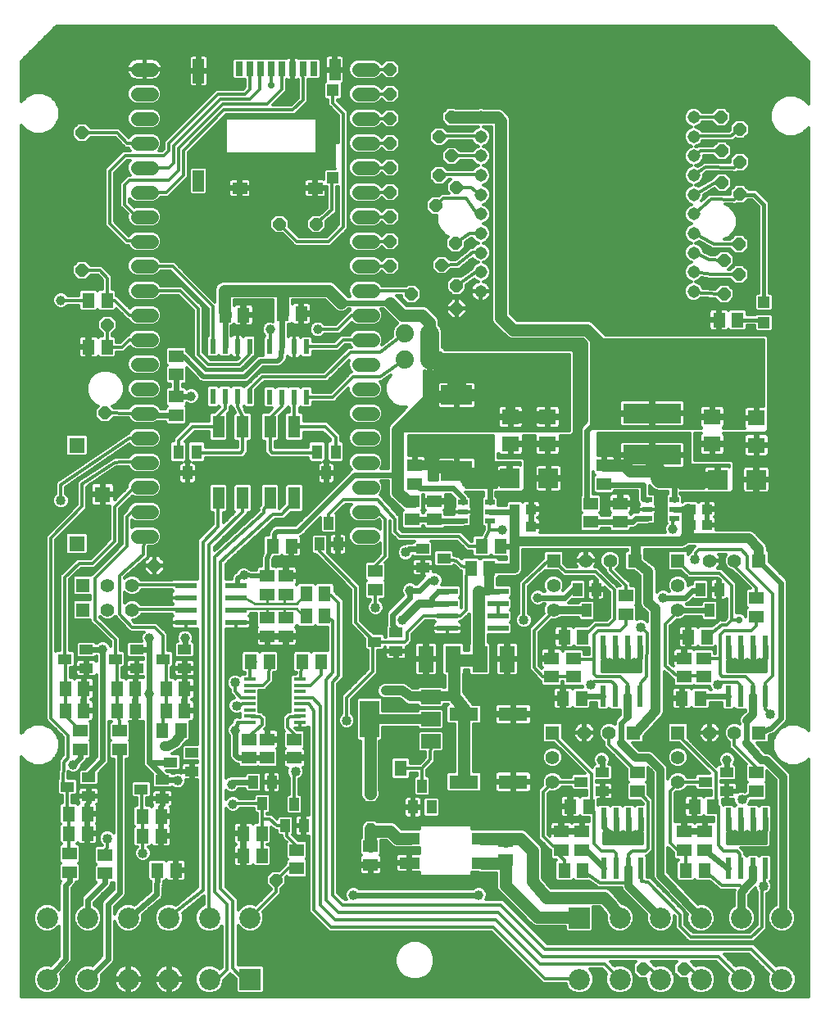
<source format=gtl>
G75*
%MOIN*%
%OFA0B0*%
%FSLAX25Y25*%
%IPPOS*%
%LPD*%
%AMOC8*
5,1,8,0,0,1.08239X$1,22.5*
%
%ADD10C,0.08600*%
%ADD11R,0.08600X0.08600*%
%ADD12C,0.05150*%
%ADD13R,0.02362X0.08661*%
%ADD14R,0.02362X0.06299*%
%ADD15R,0.08661X0.02362*%
%ADD16R,0.03150X0.05906*%
%ADD17R,0.04528X0.09843*%
%ADD18R,0.04528X0.08661*%
%ADD19R,0.04567X0.04921*%
%ADD20R,0.04567X0.04724*%
%ADD21R,0.05906X0.04528*%
%ADD22R,0.05118X0.05906*%
%ADD23R,0.05600X0.05600*%
%ADD24C,0.05600*%
%ADD25R,0.05512X0.03937*%
%ADD26R,0.05906X0.05118*%
%ADD27C,0.07400*%
%ADD28R,0.03937X0.05512*%
%ADD29OC8,0.05150*%
%ADD30R,0.05000X0.01500*%
%ADD31R,0.03937X0.02362*%
%ADD32R,0.07874X0.07874*%
%ADD33R,0.12600X0.07900*%
%ADD34R,0.23622X0.07874*%
%ADD35R,0.04331X0.03937*%
%ADD36R,0.07087X0.06299*%
%ADD37R,0.04700X0.08700*%
%ADD38R,0.07874X0.05906*%
%ADD39R,0.07874X0.14961*%
%ADD40R,0.05000X0.06400*%
%ADD41R,0.07874X0.04724*%
%ADD42R,0.11811X0.05512*%
%ADD43C,0.05600*%
%ADD44R,0.02756X0.04724*%
%ADD45R,0.06496X0.06496*%
%ADD46R,0.06299X0.10630*%
%ADD47R,0.04724X0.04724*%
%ADD48C,0.03200*%
%ADD49C,0.02400*%
%ADD50C,0.01200*%
%ADD51C,0.04000*%
%ADD52C,0.04000*%
%ADD53C,0.03962*%
%ADD54C,0.05000*%
%ADD55C,0.02000*%
%ADD56C,0.01600*%
%ADD57C,0.07600*%
%ADD58C,0.02900*%
%ADD59C,0.01000*%
%ADD60C,0.06600*%
D10*
X0107307Y0071480D03*
X0123803Y0071480D03*
X0140299Y0071480D03*
X0156795Y0071480D03*
X0173291Y0071480D03*
X0173291Y0096480D03*
X0156795Y0096480D03*
X0140299Y0096480D03*
X0123803Y0096480D03*
X0107307Y0096480D03*
X0189787Y0096480D03*
X0323842Y0071480D03*
X0340299Y0071480D03*
X0356756Y0071480D03*
X0373212Y0071480D03*
X0389669Y0071480D03*
X0406126Y0071480D03*
X0406126Y0096480D03*
X0389669Y0096480D03*
X0373212Y0096480D03*
X0356756Y0096480D03*
X0340299Y0096480D03*
D11*
X0323842Y0096480D03*
X0189787Y0071480D03*
D12*
X0283685Y0351401D03*
X0283685Y0359275D03*
X0283685Y0367149D03*
X0283685Y0375023D03*
X0283685Y0382897D03*
X0283685Y0390771D03*
X0283685Y0398645D03*
X0283685Y0406519D03*
X0283685Y0414393D03*
X0283685Y0422267D03*
X0370299Y0422267D03*
X0370299Y0414393D03*
X0370299Y0406519D03*
X0370299Y0398645D03*
X0370299Y0390771D03*
X0370299Y0382897D03*
X0370299Y0375023D03*
X0370299Y0367149D03*
X0370299Y0359275D03*
X0370299Y0351401D03*
D13*
X0384334Y0207071D03*
X0389334Y0207071D03*
X0394334Y0207071D03*
X0399334Y0207071D03*
X0399334Y0186598D03*
X0394334Y0186598D03*
X0389334Y0186598D03*
X0384334Y0186598D03*
X0348334Y0186598D03*
X0343334Y0186598D03*
X0338334Y0186598D03*
X0333334Y0186598D03*
X0333334Y0207071D03*
X0338334Y0207071D03*
X0343334Y0207071D03*
X0348334Y0207071D03*
X0348834Y0137071D03*
X0343834Y0137071D03*
X0338834Y0137071D03*
X0333834Y0137071D03*
X0333834Y0116598D03*
X0338834Y0116598D03*
X0343834Y0116598D03*
X0348834Y0116598D03*
X0384334Y0116598D03*
X0389334Y0116598D03*
X0394334Y0116598D03*
X0399334Y0116598D03*
X0399334Y0137071D03*
X0394334Y0137071D03*
X0389334Y0137071D03*
X0384334Y0137071D03*
D14*
X0212752Y0308413D03*
X0207752Y0308413D03*
X0202752Y0308413D03*
X0197752Y0308413D03*
X0189602Y0308689D03*
X0184602Y0308689D03*
X0179602Y0308689D03*
X0174602Y0308689D03*
X0197752Y0328885D03*
X0202752Y0328885D03*
X0207752Y0328885D03*
X0212752Y0328885D03*
X0189602Y0329161D03*
X0184602Y0329161D03*
X0179602Y0329161D03*
X0174602Y0329161D03*
D15*
X0184071Y0231834D03*
X0184071Y0226834D03*
X0184071Y0221834D03*
X0184071Y0216834D03*
X0163598Y0216834D03*
X0163598Y0221834D03*
X0163598Y0226834D03*
X0163598Y0231834D03*
X0270098Y0229334D03*
X0270098Y0224334D03*
X0270098Y0219334D03*
X0270098Y0214334D03*
X0290571Y0214334D03*
X0290571Y0219334D03*
X0290571Y0224334D03*
X0290571Y0229334D03*
D16*
X0215693Y0442027D03*
X0211362Y0442027D03*
X0207031Y0442027D03*
X0202700Y0442027D03*
X0198370Y0442027D03*
X0194039Y0442027D03*
X0189708Y0442027D03*
X0185378Y0442027D03*
D17*
X0168803Y0441043D03*
D18*
X0224241Y0441634D03*
X0168803Y0396437D03*
D19*
X0223527Y0433169D03*
D20*
X0223527Y0397736D03*
D21*
X0216283Y0393405D03*
X0185653Y0393405D03*
D22*
X0131574Y0347834D03*
X0124094Y0347834D03*
X0124094Y0328834D03*
X0131574Y0328834D03*
X0179594Y0341834D03*
X0187074Y0341834D03*
X0203094Y0342334D03*
X0210574Y0342334D03*
X0206574Y0247834D03*
X0199094Y0247834D03*
X0212594Y0228334D03*
X0220074Y0228334D03*
X0220074Y0219334D03*
X0212594Y0219334D03*
X0211094Y0200834D03*
X0218574Y0200834D03*
X0197574Y0200834D03*
X0190094Y0200834D03*
X0163174Y0189834D03*
X0155694Y0189834D03*
X0155594Y0180834D03*
X0163074Y0180834D03*
X0161574Y0172834D03*
X0154094Y0172834D03*
X0143074Y0180834D03*
X0135594Y0180834D03*
X0135694Y0189834D03*
X0143174Y0189834D03*
X0122174Y0189834D03*
X0114694Y0189834D03*
X0114594Y0180834D03*
X0122074Y0180834D03*
X0123574Y0138834D03*
X0116094Y0138834D03*
X0116094Y0130834D03*
X0123574Y0130834D03*
X0146094Y0129834D03*
X0153574Y0129834D03*
X0153574Y0137834D03*
X0146094Y0137834D03*
X0152094Y0115834D03*
X0159574Y0115834D03*
X0187094Y0121834D03*
X0194574Y0121834D03*
X0194574Y0130834D03*
X0187094Y0130834D03*
X0317594Y0115834D03*
X0325074Y0115834D03*
X0327574Y0141834D03*
X0320094Y0141834D03*
X0370594Y0141834D03*
X0378074Y0141834D03*
X0374574Y0115834D03*
X0367094Y0115834D03*
X0365494Y0185834D03*
X0372974Y0185834D03*
X0375574Y0210834D03*
X0368094Y0210834D03*
X0325074Y0210834D03*
X0317594Y0210834D03*
X0317094Y0185834D03*
X0324574Y0185834D03*
X0287074Y0238834D03*
X0279594Y0238834D03*
X0284094Y0247834D03*
X0291574Y0247834D03*
X0380594Y0339834D03*
X0388074Y0339834D03*
D23*
X0396834Y0241834D03*
X0363834Y0241834D03*
X0346334Y0241834D03*
X0313334Y0241834D03*
X0312834Y0171834D03*
X0345834Y0171834D03*
X0363834Y0171834D03*
X0396834Y0171834D03*
X0121834Y0221834D03*
X0121834Y0231834D03*
D24*
X0131834Y0231834D03*
X0141834Y0231834D03*
X0141834Y0221834D03*
X0131834Y0221834D03*
X0313334Y0221834D03*
X0313334Y0231834D03*
X0326334Y0241834D03*
X0336334Y0241834D03*
X0363834Y0231834D03*
X0376834Y0241834D03*
X0386834Y0241834D03*
X0363834Y0221834D03*
X0376834Y0171834D03*
X0386834Y0171834D03*
X0363834Y0161834D03*
X0363834Y0151834D03*
X0335834Y0171834D03*
X0325834Y0171834D03*
X0312834Y0161834D03*
X0312834Y0151834D03*
D25*
X0324504Y0151834D03*
X0333165Y0148094D03*
X0333165Y0155574D03*
X0375004Y0151834D03*
X0383665Y0148094D03*
X0383665Y0155574D03*
X0249165Y0205094D03*
X0249165Y0212574D03*
X0240504Y0208834D03*
X0260004Y0239094D03*
X0260004Y0246574D03*
X0268665Y0242834D03*
X0163165Y0205574D03*
X0154504Y0201834D03*
X0163165Y0198094D03*
X0143665Y0198094D03*
X0135004Y0201834D03*
X0143665Y0205574D03*
X0123165Y0205574D03*
X0114504Y0201834D03*
X0123165Y0198094D03*
X0166165Y0163574D03*
X0157504Y0159834D03*
X0166165Y0156094D03*
X0154165Y0152574D03*
X0154165Y0145094D03*
X0145504Y0148834D03*
X0124165Y0146094D03*
X0115504Y0149834D03*
X0124165Y0153574D03*
D26*
X0120834Y0165094D03*
X0120834Y0172574D03*
X0136834Y0172574D03*
X0136834Y0165094D03*
X0189334Y0161594D03*
X0196834Y0161594D03*
X0207834Y0161594D03*
X0207834Y0169074D03*
X0196834Y0169074D03*
X0189334Y0169074D03*
X0196834Y0211094D03*
X0204334Y0211094D03*
X0204334Y0218574D03*
X0196834Y0218574D03*
X0196834Y0228094D03*
X0196834Y0235574D03*
X0204334Y0235574D03*
X0204334Y0228094D03*
X0240834Y0230094D03*
X0240834Y0237574D03*
X0255834Y0258594D03*
X0264834Y0258594D03*
X0264834Y0266074D03*
X0255834Y0266074D03*
X0256834Y0273094D03*
X0256834Y0280574D03*
X0328334Y0265074D03*
X0333834Y0273094D03*
X0340334Y0265074D03*
X0340334Y0257594D03*
X0328334Y0257594D03*
X0333834Y0280574D03*
X0342834Y0227574D03*
X0342834Y0220094D03*
X0321334Y0202074D03*
X0321334Y0194594D03*
X0312434Y0194594D03*
X0312434Y0202074D03*
X0366334Y0202074D03*
X0374334Y0202074D03*
X0374334Y0194594D03*
X0366334Y0194594D03*
X0395834Y0219094D03*
X0395834Y0226574D03*
X0395834Y0155574D03*
X0395834Y0148094D03*
X0374834Y0131574D03*
X0366334Y0131574D03*
X0366334Y0124094D03*
X0374834Y0124094D03*
X0347334Y0148094D03*
X0347334Y0155574D03*
X0324834Y0131574D03*
X0316334Y0131574D03*
X0316334Y0124094D03*
X0324834Y0124094D03*
X0293834Y0127574D03*
X0293834Y0120094D03*
X0238834Y0118094D03*
X0238834Y0125574D03*
X0208834Y0124074D03*
X0208834Y0116594D03*
X0130834Y0114594D03*
X0130834Y0122074D03*
X0116334Y0122574D03*
X0116334Y0115094D03*
X0159834Y0301094D03*
X0159834Y0308574D03*
X0159834Y0317594D03*
X0159834Y0325074D03*
D27*
X0252834Y0323834D03*
X0262834Y0323834D03*
X0262834Y0334334D03*
X0252834Y0334334D03*
D28*
X0224574Y0286165D03*
X0217094Y0286165D03*
X0220834Y0277504D03*
X0221834Y0257165D03*
X0218094Y0248504D03*
X0225574Y0248504D03*
X0164334Y0277504D03*
X0160594Y0286165D03*
X0168074Y0286165D03*
X0323094Y0230165D03*
X0330574Y0230165D03*
X0326834Y0221504D03*
X0373094Y0230165D03*
X0380574Y0230165D03*
X0376834Y0221504D03*
X0259834Y0150165D03*
X0256094Y0141504D03*
X0263574Y0141504D03*
X0211574Y0134004D03*
X0204094Y0134004D03*
X0207834Y0142665D03*
X0194834Y0143004D03*
X0191094Y0151665D03*
X0198574Y0151665D03*
D29*
X0200334Y0111834D03*
X0349834Y0075834D03*
X0366334Y0075834D03*
X0150834Y0239834D03*
X0130756Y0301867D03*
X0131834Y0337834D03*
X0121504Y0359882D03*
X0201834Y0378834D03*
X0216834Y0378834D03*
X0246834Y0381834D03*
X0246834Y0371834D03*
X0246834Y0361834D03*
X0267740Y0362149D03*
X0273795Y0353775D03*
X0273740Y0344401D03*
X0255334Y0350334D03*
X0273295Y0371023D03*
X0265240Y0386397D03*
X0273795Y0393771D03*
X0266740Y0398645D03*
X0271795Y0406519D03*
X0266740Y0414433D03*
X0271795Y0422274D03*
X0246834Y0421834D03*
X0246834Y0431834D03*
X0246834Y0441834D03*
X0246834Y0411834D03*
X0246834Y0401834D03*
X0246834Y0391834D03*
X0121504Y0415882D03*
X0381244Y0422267D03*
X0389086Y0417393D03*
X0381744Y0408559D03*
X0389086Y0404137D03*
X0381744Y0395756D03*
X0389078Y0390889D03*
X0388744Y0370531D03*
X0382578Y0364149D03*
X0388744Y0358275D03*
X0382586Y0350401D03*
D30*
X0210071Y0193584D03*
X0210071Y0191084D03*
X0210071Y0188584D03*
X0210071Y0186084D03*
X0210071Y0183584D03*
X0210071Y0181084D03*
X0210071Y0178584D03*
X0210071Y0176084D03*
X0189598Y0176084D03*
X0189598Y0178584D03*
X0189598Y0181084D03*
X0189598Y0183584D03*
X0189598Y0186084D03*
X0189598Y0188584D03*
X0189598Y0191084D03*
X0189598Y0193584D03*
D31*
X0276421Y0258094D03*
X0276421Y0261834D03*
X0276421Y0265574D03*
X0287248Y0265574D03*
X0287248Y0261834D03*
X0287248Y0258094D03*
X0351421Y0259094D03*
X0351421Y0262834D03*
X0351421Y0266574D03*
X0362248Y0266574D03*
X0362248Y0262834D03*
X0362248Y0259094D03*
D32*
X0379960Y0274834D03*
X0395708Y0274834D03*
X0311208Y0275334D03*
X0295460Y0275334D03*
D33*
X0273834Y0278484D03*
X0273834Y0309184D03*
D34*
X0353334Y0301799D03*
X0353334Y0284870D03*
D35*
X0368988Y0262834D03*
X0368988Y0256334D03*
X0375681Y0256334D03*
X0375681Y0262834D03*
X0304181Y0262834D03*
X0297488Y0262834D03*
X0297488Y0255834D03*
X0304181Y0255834D03*
D36*
X0310834Y0289323D03*
X0310834Y0300346D03*
X0295834Y0300346D03*
X0295834Y0289323D03*
X0377834Y0289323D03*
X0377834Y0300346D03*
X0395834Y0299846D03*
X0395834Y0288823D03*
D37*
X0207784Y0296384D03*
X0197884Y0296384D03*
X0186784Y0296384D03*
X0176884Y0296384D03*
X0176884Y0267284D03*
X0186784Y0267284D03*
X0197884Y0267284D03*
X0207784Y0267284D03*
D38*
X0263236Y0186389D03*
X0263236Y0177334D03*
X0263236Y0168279D03*
D39*
X0238433Y0177334D03*
D40*
X0238584Y0157334D03*
X0251084Y0157334D03*
D41*
X0254571Y0128834D03*
X0254571Y0118834D03*
X0284098Y0118834D03*
X0284098Y0128834D03*
D42*
X0276834Y0151834D03*
X0296834Y0151834D03*
X0296834Y0179334D03*
X0276834Y0179334D03*
D43*
X0239634Y0251834D02*
X0234034Y0251834D01*
X0234034Y0261834D02*
X0239634Y0261834D01*
X0239634Y0271834D02*
X0234034Y0271834D01*
X0234034Y0281834D02*
X0239634Y0281834D01*
X0239634Y0291834D02*
X0234034Y0291834D01*
X0234034Y0301834D02*
X0239634Y0301834D01*
X0239634Y0311834D02*
X0234034Y0311834D01*
X0234034Y0321834D02*
X0239634Y0321834D01*
X0239634Y0331834D02*
X0234034Y0331834D01*
X0234034Y0341834D02*
X0239634Y0341834D01*
X0239634Y0351834D02*
X0234034Y0351834D01*
X0234034Y0361834D02*
X0239634Y0361834D01*
X0239634Y0371834D02*
X0234034Y0371834D01*
X0234034Y0381834D02*
X0239634Y0381834D01*
X0239634Y0391834D02*
X0234034Y0391834D01*
X0234034Y0401834D02*
X0239634Y0401834D01*
X0239634Y0411834D02*
X0234034Y0411834D01*
X0234034Y0421834D02*
X0239634Y0421834D01*
X0239634Y0431834D02*
X0234034Y0431834D01*
X0234034Y0441834D02*
X0239634Y0441834D01*
X0149634Y0441834D02*
X0144034Y0441834D01*
X0144034Y0431834D02*
X0149634Y0431834D01*
X0149634Y0421834D02*
X0144034Y0421834D01*
X0144034Y0411834D02*
X0149634Y0411834D01*
X0149634Y0401834D02*
X0144034Y0401834D01*
X0144034Y0391834D02*
X0149634Y0391834D01*
X0149634Y0381834D02*
X0144034Y0381834D01*
X0144034Y0371834D02*
X0149634Y0371834D01*
X0149634Y0361834D02*
X0144034Y0361834D01*
X0144034Y0351834D02*
X0149634Y0351834D01*
X0149634Y0341834D02*
X0144034Y0341834D01*
X0144034Y0331834D02*
X0149634Y0331834D01*
X0149634Y0321834D02*
X0144034Y0321834D01*
X0144034Y0311834D02*
X0149634Y0311834D01*
X0149634Y0301834D02*
X0144034Y0301834D01*
X0144034Y0291834D02*
X0149634Y0291834D01*
X0149634Y0281834D02*
X0144034Y0281834D01*
X0144034Y0271834D02*
X0149634Y0271834D01*
X0149634Y0261834D02*
X0144034Y0261834D01*
X0144034Y0251834D02*
X0149634Y0251834D01*
D44*
X0238834Y0147118D03*
X0238834Y0132551D03*
D45*
X0119234Y0248834D03*
X0129834Y0268834D03*
X0119234Y0288834D03*
D46*
X0261323Y0201834D03*
X0272346Y0201834D03*
X0283323Y0201834D03*
X0294346Y0201834D03*
D47*
X0398834Y0338700D03*
X0398834Y0346968D03*
D48*
X0368988Y0263034D02*
X0368134Y0263034D01*
X0368988Y0263034D02*
X0368988Y0262834D01*
X0368988Y0256334D02*
X0368988Y0255834D01*
X0367834Y0255834D01*
X0326834Y0221504D02*
X0326504Y0221834D01*
X0313334Y0221834D01*
X0286834Y0229334D02*
X0287074Y0230574D01*
X0286834Y0229334D02*
X0282834Y0229334D01*
X0263834Y0224334D02*
X0258834Y0224334D01*
X0251834Y0217834D01*
X0340834Y0167834D02*
X0346834Y0161834D01*
X0351834Y0161834D01*
X0356834Y0156834D01*
X0356834Y0113834D01*
X0372189Y0097480D01*
X0389669Y0096480D02*
X0389834Y0106834D01*
X0391088Y0108314D01*
X0394334Y0112145D01*
X0394334Y0116598D01*
X0406834Y0097189D02*
X0406126Y0096480D01*
X0406834Y0097189D02*
X0406834Y0153834D01*
X0399834Y0160834D01*
X0397834Y0160834D01*
X0391834Y0167834D01*
X0391834Y0176834D02*
X0394334Y0179334D01*
X0394334Y0186598D01*
X0343334Y0186598D02*
X0343334Y0178334D01*
X0343834Y0116598D02*
X0343834Y0110834D01*
X0343834Y0109401D01*
X0356756Y0096480D01*
X0284223Y0118709D02*
X0284223Y0118834D01*
X0284098Y0118834D01*
D49*
X0282834Y0105834D02*
X0231834Y0105834D01*
X0191094Y0151665D02*
X0183004Y0151665D01*
X0182334Y0150834D01*
X0185074Y0161594D02*
X0183834Y0162834D01*
X0183834Y0172834D01*
X0185074Y0161594D02*
X0189334Y0161594D01*
X0196834Y0161594D01*
X0160334Y0152334D02*
X0157405Y0152834D01*
X0154165Y0152574D01*
X0154234Y0154305D01*
X0148834Y0159834D01*
X0157504Y0159834D01*
X0148834Y0159834D02*
X0148834Y0187834D01*
X0148834Y0205834D01*
X0148834Y0210334D01*
X0148834Y0205834D02*
X0147094Y0205574D01*
X0143665Y0205574D01*
X0129834Y0205834D02*
X0128425Y0205834D01*
X0123165Y0205574D01*
X0129834Y0205834D02*
X0129834Y0160834D01*
X0124174Y0154874D01*
X0124165Y0153574D01*
X0117834Y0158834D02*
X0120834Y0161834D01*
X0120834Y0165094D01*
X0136834Y0165094D02*
X0136834Y0106834D01*
X0132134Y0102134D01*
X0132134Y0079811D01*
X0123803Y0071480D01*
X0114634Y0079708D02*
X0114634Y0109534D01*
X0116334Y0111334D01*
X0116334Y0115094D01*
X0123834Y0103834D02*
X0130834Y0110834D01*
X0130834Y0114594D01*
X0123834Y0103834D02*
X0123803Y0096480D01*
X0140299Y0096480D02*
X0151834Y0106015D01*
X0152094Y0115834D01*
X0114634Y0079708D02*
X0107307Y0071480D01*
X0163165Y0205574D02*
X0163334Y0209405D01*
X0163334Y0210334D01*
X0247834Y0215834D02*
X0248834Y0214834D01*
X0248834Y0212905D01*
X0249165Y0212574D01*
X0247834Y0215834D02*
X0247834Y0219834D01*
X0254834Y0226834D01*
X0254834Y0229834D01*
X0258834Y0229834D01*
X0262834Y0233834D01*
X0264834Y0233834D01*
X0266334Y0229334D02*
X0263834Y0226834D01*
X0263834Y0224334D01*
X0270098Y0224334D01*
X0270098Y0229334D02*
X0266334Y0229334D01*
X0286834Y0229334D02*
X0290571Y0229334D01*
X0306834Y0226834D02*
X0317834Y0226834D01*
X0321165Y0230165D01*
X0323094Y0230165D01*
X0346334Y0241834D02*
X0346834Y0242334D01*
X0345234Y0257634D02*
X0340334Y0257594D01*
X0328334Y0257594D01*
X0328334Y0265074D02*
X0326834Y0266074D01*
X0326834Y0294834D01*
X0333834Y0301834D01*
X0335834Y0301834D01*
X0338834Y0301834D01*
X0338870Y0301799D02*
X0353334Y0301799D01*
X0361834Y0274834D02*
X0362248Y0274421D01*
X0362248Y0266574D01*
X0362248Y0262834D02*
X0368134Y0263034D01*
X0351421Y0266574D02*
X0349834Y0267064D01*
X0349834Y0272824D01*
X0334094Y0272834D01*
X0333834Y0273094D01*
X0346694Y0259094D02*
X0345234Y0257634D01*
X0346694Y0259094D02*
X0351421Y0259094D01*
X0369665Y0229665D02*
X0373094Y0230165D01*
X0369665Y0229665D02*
X0366834Y0226834D01*
X0357834Y0226834D01*
X0363834Y0221834D02*
X0365665Y0221504D01*
X0376834Y0221504D01*
X0384334Y0207071D02*
X0384334Y0202334D01*
X0386834Y0199834D01*
X0389334Y0199834D01*
X0392834Y0199834D01*
X0396834Y0199834D01*
X0399334Y0202334D01*
X0399334Y0207071D01*
X0394334Y0207071D02*
X0394334Y0201334D01*
X0392834Y0199834D01*
X0389334Y0199834D02*
X0389334Y0207071D01*
X0384334Y0186598D02*
X0373011Y0186598D01*
X0372974Y0185834D01*
X0391834Y0176834D02*
X0391834Y0167834D01*
X0396834Y0171834D02*
X0401834Y0173834D01*
X0405834Y0177834D01*
X0405834Y0232834D01*
X0396834Y0241834D01*
X0348334Y0207071D02*
X0348334Y0202334D01*
X0345834Y0199834D01*
X0340834Y0199834D01*
X0342834Y0199834D01*
X0343334Y0200334D01*
X0343334Y0207071D01*
X0338334Y0207071D02*
X0338334Y0202334D01*
X0340834Y0199834D01*
X0335834Y0199834D01*
X0333334Y0202334D01*
X0333334Y0207071D01*
X0333334Y0186598D02*
X0325338Y0186598D01*
X0324574Y0185834D01*
X0340834Y0175834D02*
X0340834Y0167834D01*
X0340834Y0175834D02*
X0343334Y0178334D01*
X0332834Y0160834D02*
X0333165Y0160504D01*
X0333165Y0155574D01*
X0333834Y0137071D02*
X0333834Y0133334D01*
X0337334Y0129834D01*
X0338834Y0129834D01*
X0338834Y0137071D01*
X0343834Y0137071D02*
X0343834Y0129834D01*
X0341834Y0129834D01*
X0338834Y0129834D01*
X0343834Y0129834D02*
X0346334Y0129834D01*
X0348834Y0132334D01*
X0348834Y0137071D01*
X0333834Y0116598D02*
X0326838Y0124094D01*
X0324834Y0124094D01*
X0374834Y0124094D02*
X0384098Y0116834D01*
X0384334Y0116598D01*
X0386834Y0129834D02*
X0392834Y0129834D01*
X0396834Y0129834D01*
X0399334Y0132334D01*
X0399334Y0137071D01*
X0394334Y0137071D02*
X0394334Y0131334D01*
X0392834Y0129834D01*
X0389334Y0129834D02*
X0386834Y0129834D01*
X0389334Y0130334D01*
X0389334Y0137071D01*
X0384334Y0137071D02*
X0384334Y0132334D01*
X0386834Y0129834D01*
X0383665Y0155574D02*
X0383834Y0155744D01*
X0383834Y0160834D01*
X0372189Y0097480D02*
X0373212Y0096480D01*
X0253084Y0245234D02*
X0254463Y0246534D01*
X0260004Y0246574D01*
X0255834Y0258594D02*
X0264834Y0258594D01*
X0267834Y0258094D01*
X0276421Y0258094D01*
X0287248Y0261834D02*
X0296834Y0261834D01*
X0297488Y0262488D01*
X0297488Y0262834D01*
X0287248Y0265574D02*
X0287248Y0274921D01*
X0286834Y0275334D01*
X0276421Y0267248D02*
X0272334Y0271334D01*
X0259074Y0271334D01*
X0256834Y0273094D01*
X0249834Y0276834D02*
X0232384Y0276834D01*
X0276421Y0267248D02*
X0276421Y0265574D01*
X0291574Y0247834D02*
X0295834Y0247834D01*
X0297334Y0249834D01*
X0202752Y0328885D02*
X0202752Y0338992D01*
X0203094Y0342334D01*
X0179594Y0341834D02*
X0179594Y0329169D01*
X0179602Y0329161D01*
X0159834Y0317594D02*
X0159834Y0308574D01*
X0160094Y0308834D01*
X0165834Y0308834D01*
X0159834Y0301094D02*
X0147574Y0301094D01*
X0146834Y0301834D01*
X0226834Y0346834D02*
X0246834Y0346834D01*
D50*
X0096684Y0162148D02*
X0096684Y0064184D01*
X0416984Y0064184D01*
X0416984Y0161106D01*
X0415592Y0159714D01*
X0412505Y0158435D01*
X0409164Y0158435D01*
X0406077Y0159714D01*
X0403714Y0162077D01*
X0402435Y0165164D01*
X0402435Y0168505D01*
X0403714Y0171592D01*
X0406077Y0173955D01*
X0409164Y0175234D01*
X0412505Y0175234D01*
X0415592Y0173955D01*
X0416984Y0172563D01*
X0416984Y0418148D01*
X0416955Y0418077D01*
X0414592Y0415714D01*
X0411505Y0414435D01*
X0408164Y0414435D01*
X0405077Y0415714D01*
X0402714Y0418077D01*
X0401435Y0421164D01*
X0401435Y0424505D01*
X0402714Y0427592D01*
X0405077Y0429955D01*
X0408164Y0431234D01*
X0411505Y0431234D01*
X0414592Y0429955D01*
X0416955Y0427592D01*
X0416984Y0427521D01*
X0416984Y0445113D01*
X0402613Y0459484D01*
X0111056Y0459484D01*
X0096684Y0445113D01*
X0096684Y0428521D01*
X0096714Y0428592D01*
X0099077Y0430955D01*
X0102164Y0432234D01*
X0105505Y0432234D01*
X0108592Y0430955D01*
X0110955Y0428592D01*
X0112234Y0425505D01*
X0112234Y0422164D01*
X0110955Y0419077D01*
X0108592Y0416714D01*
X0105505Y0415435D01*
X0102164Y0415435D01*
X0099077Y0416714D01*
X0096714Y0419077D01*
X0096684Y0419148D01*
X0096684Y0171521D01*
X0096714Y0171592D01*
X0099077Y0173955D01*
X0102164Y0175234D01*
X0105505Y0175234D01*
X0108592Y0173955D01*
X0110955Y0171592D01*
X0112234Y0168505D01*
X0112234Y0165164D01*
X0110955Y0162077D01*
X0108592Y0159714D01*
X0105505Y0158435D01*
X0102164Y0158435D01*
X0099077Y0159714D01*
X0096714Y0162077D01*
X0096684Y0162148D01*
X0096684Y0161311D02*
X0097480Y0161311D01*
X0096684Y0160112D02*
X0098678Y0160112D01*
X0096684Y0158914D02*
X0101008Y0158914D01*
X0096684Y0157715D02*
X0111885Y0157715D01*
X0111875Y0156517D02*
X0096684Y0156517D01*
X0096684Y0155318D02*
X0111865Y0155318D01*
X0111854Y0154120D02*
X0096684Y0154120D01*
X0096684Y0152921D02*
X0111844Y0152921D01*
X0111843Y0152878D02*
X0111348Y0152383D01*
X0111348Y0147286D01*
X0112168Y0146466D01*
X0113534Y0146466D01*
X0113534Y0143187D01*
X0112955Y0143187D01*
X0112135Y0142367D01*
X0112135Y0135302D01*
X0112602Y0134834D01*
X0112135Y0134367D01*
X0112135Y0127302D01*
X0112903Y0126534D01*
X0112802Y0126534D01*
X0111982Y0125713D01*
X0111982Y0119436D01*
X0112583Y0118834D01*
X0111982Y0118233D01*
X0111982Y0111955D01*
X0112680Y0111257D01*
X0112430Y0111007D01*
X0112415Y0110972D01*
X0112389Y0110944D01*
X0112218Y0110495D01*
X0112034Y0110051D01*
X0112034Y0110013D01*
X0112021Y0109977D01*
X0112034Y0109497D01*
X0112034Y0099813D01*
X0110536Y0101312D01*
X0108441Y0102180D01*
X0106173Y0102180D01*
X0104078Y0101312D01*
X0102475Y0099709D01*
X0101607Y0097614D01*
X0101607Y0095346D01*
X0102475Y0093251D01*
X0104078Y0091648D01*
X0106173Y0090780D01*
X0108441Y0090780D01*
X0110536Y0091648D01*
X0112034Y0093147D01*
X0112034Y0080697D01*
X0108777Y0077040D01*
X0108441Y0077180D01*
X0106173Y0077180D01*
X0104078Y0076312D01*
X0102475Y0074709D01*
X0101607Y0072614D01*
X0101607Y0070346D01*
X0102475Y0068251D01*
X0104078Y0066648D01*
X0106173Y0065780D01*
X0108441Y0065780D01*
X0110536Y0066648D01*
X0112139Y0068251D01*
X0113007Y0070346D01*
X0113007Y0072614D01*
X0112623Y0073540D01*
X0116526Y0077922D01*
X0116838Y0078235D01*
X0116868Y0078307D01*
X0116920Y0078365D01*
X0117065Y0078782D01*
X0117234Y0079190D01*
X0117234Y0079268D01*
X0117260Y0079341D01*
X0117234Y0079783D01*
X0117234Y0108501D01*
X0118199Y0109522D01*
X0118538Y0109862D01*
X0118553Y0109897D01*
X0118580Y0109925D01*
X0118751Y0110374D01*
X0118934Y0110817D01*
X0118934Y0110856D01*
X0118948Y0110892D01*
X0118941Y0111135D01*
X0119867Y0111135D01*
X0120687Y0111955D01*
X0120687Y0118233D01*
X0120086Y0118834D01*
X0120687Y0119436D01*
X0120687Y0125713D01*
X0119867Y0126534D01*
X0119285Y0126534D01*
X0119704Y0126953D01*
X0119735Y0126899D01*
X0120033Y0126601D01*
X0120398Y0126391D01*
X0120805Y0126282D01*
X0122974Y0126282D01*
X0122974Y0130234D01*
X0124174Y0130234D01*
X0124174Y0126282D01*
X0126344Y0126282D01*
X0126751Y0126391D01*
X0127116Y0126601D01*
X0127414Y0126899D01*
X0127624Y0127264D01*
X0127734Y0127671D01*
X0127734Y0130234D01*
X0124175Y0130234D01*
X0124175Y0131434D01*
X0127734Y0131434D01*
X0127734Y0133998D01*
X0127624Y0134405D01*
X0127414Y0134769D01*
X0127349Y0134834D01*
X0127414Y0134899D01*
X0127624Y0135264D01*
X0127734Y0135671D01*
X0127734Y0138234D01*
X0124175Y0138234D01*
X0124175Y0139434D01*
X0127734Y0139434D01*
X0127734Y0141998D01*
X0127624Y0142405D01*
X0127498Y0142624D01*
X0127538Y0142635D01*
X0127903Y0142845D01*
X0128201Y0143143D01*
X0128412Y0143508D01*
X0128521Y0143915D01*
X0128521Y0145710D01*
X0124549Y0145710D01*
X0124549Y0143387D01*
X0124174Y0143387D01*
X0124174Y0139434D01*
X0122974Y0139434D01*
X0122974Y0142526D01*
X0123781Y0142526D01*
X0123781Y0145710D01*
X0124549Y0145710D01*
X0124549Y0146478D01*
X0128521Y0146478D01*
X0128521Y0148273D01*
X0128412Y0148680D01*
X0128201Y0149045D01*
X0127903Y0149343D01*
X0127538Y0149554D01*
X0127132Y0149663D01*
X0124549Y0149663D01*
X0124549Y0146478D01*
X0123781Y0146478D01*
X0123781Y0145710D01*
X0119809Y0145710D01*
X0119809Y0143915D01*
X0119918Y0143508D01*
X0120129Y0143143D01*
X0120142Y0143130D01*
X0120033Y0143067D01*
X0119735Y0142769D01*
X0119704Y0142716D01*
X0119233Y0143187D01*
X0117534Y0143187D01*
X0117534Y0146466D01*
X0118839Y0146466D01*
X0119659Y0147286D01*
X0119659Y0152383D01*
X0118839Y0153203D01*
X0115846Y0153203D01*
X0115871Y0156016D01*
X0115919Y0155968D01*
X0117162Y0155453D01*
X0118507Y0155453D01*
X0119750Y0155968D01*
X0120701Y0156919D01*
X0121215Y0158162D01*
X0121215Y0158538D01*
X0123038Y0160362D01*
X0123359Y0161135D01*
X0124367Y0161135D01*
X0125187Y0161955D01*
X0125187Y0168233D01*
X0124586Y0168834D01*
X0125187Y0169436D01*
X0125187Y0175713D01*
X0124619Y0176282D01*
X0124844Y0176282D01*
X0125251Y0176391D01*
X0125616Y0176601D01*
X0125914Y0176899D01*
X0126124Y0177264D01*
X0126234Y0177671D01*
X0126234Y0180234D01*
X0122675Y0180234D01*
X0122675Y0181434D01*
X0126234Y0181434D01*
X0126234Y0183998D01*
X0126124Y0184405D01*
X0125914Y0184769D01*
X0125616Y0185067D01*
X0125251Y0185278D01*
X0125091Y0185321D01*
X0125351Y0185391D01*
X0125716Y0185601D01*
X0126014Y0185899D01*
X0126224Y0186264D01*
X0126334Y0186671D01*
X0126334Y0189234D01*
X0122775Y0189234D01*
X0122775Y0190434D01*
X0126334Y0190434D01*
X0126334Y0192998D01*
X0126224Y0193405D01*
X0126014Y0193769D01*
X0125716Y0194067D01*
X0125351Y0194278D01*
X0124944Y0194387D01*
X0122774Y0194387D01*
X0122774Y0190434D01*
X0121574Y0190434D01*
X0121574Y0194387D01*
X0119405Y0194387D01*
X0118998Y0194278D01*
X0118633Y0194067D01*
X0118335Y0193769D01*
X0118304Y0193716D01*
X0117833Y0194187D01*
X0116694Y0194187D01*
X0116694Y0198466D01*
X0117839Y0198466D01*
X0118659Y0199286D01*
X0118659Y0204383D01*
X0117839Y0205203D01*
X0116534Y0205203D01*
X0116534Y0234256D01*
X0121113Y0238834D01*
X0126663Y0238834D01*
X0127834Y0240006D01*
X0136834Y0249006D01*
X0136834Y0263006D01*
X0141971Y0268143D01*
X0143199Y0267634D01*
X0150470Y0267634D01*
X0152013Y0268274D01*
X0153195Y0269455D01*
X0153834Y0270999D01*
X0153834Y0272670D01*
X0153195Y0274213D01*
X0152013Y0275395D01*
X0150470Y0276034D01*
X0143199Y0276034D01*
X0141655Y0275395D01*
X0140474Y0274213D01*
X0139834Y0272670D01*
X0139834Y0271663D01*
X0134682Y0266511D01*
X0134682Y0268352D01*
X0130317Y0268352D01*
X0130317Y0269317D01*
X0129352Y0269317D01*
X0129352Y0273682D01*
X0126376Y0273682D01*
X0126010Y0273584D01*
X0135456Y0279847D01*
X0137255Y0279884D01*
X0140296Y0279884D01*
X0140474Y0279455D01*
X0141655Y0278274D01*
X0143199Y0277634D01*
X0150470Y0277634D01*
X0152013Y0278274D01*
X0153195Y0279455D01*
X0153834Y0280999D01*
X0153834Y0282670D01*
X0153195Y0284213D01*
X0152013Y0285395D01*
X0150470Y0286034D01*
X0143199Y0286034D01*
X0141655Y0285395D01*
X0140474Y0284213D01*
X0140337Y0283884D01*
X0138038Y0283884D01*
X0138021Y0283901D01*
X0137214Y0283884D01*
X0136406Y0283884D01*
X0136389Y0283867D01*
X0135014Y0283838D01*
X0134420Y0283959D01*
X0134213Y0283822D01*
X0133964Y0283817D01*
X0133544Y0283379D01*
X0120732Y0274884D01*
X0120506Y0274884D01*
X0120062Y0274440D01*
X0119539Y0274093D01*
X0119494Y0273872D01*
X0119334Y0273713D01*
X0119334Y0273085D01*
X0119210Y0272470D01*
X0119334Y0272282D01*
X0119334Y0264697D01*
X0107410Y0252439D01*
X0106834Y0251863D01*
X0106834Y0251847D01*
X0106823Y0251835D01*
X0106834Y0251020D01*
X0106834Y0177006D01*
X0113834Y0170006D01*
X0113834Y0162633D01*
X0112478Y0161206D01*
X0111911Y0160649D01*
X0111911Y0160610D01*
X0111883Y0160581D01*
X0111903Y0159787D01*
X0111843Y0152878D01*
X0111348Y0151723D02*
X0096684Y0151723D01*
X0096684Y0150524D02*
X0111348Y0150524D01*
X0111348Y0149326D02*
X0096684Y0149326D01*
X0096684Y0148127D02*
X0111348Y0148127D01*
X0111705Y0146929D02*
X0096684Y0146929D01*
X0096684Y0145730D02*
X0113534Y0145730D01*
X0113534Y0144532D02*
X0096684Y0144532D01*
X0096684Y0143333D02*
X0113534Y0143333D01*
X0112135Y0142135D02*
X0096684Y0142135D01*
X0096684Y0140936D02*
X0112135Y0140936D01*
X0112135Y0139738D02*
X0096684Y0139738D01*
X0096684Y0138539D02*
X0112135Y0138539D01*
X0112135Y0137341D02*
X0096684Y0137341D01*
X0096684Y0136142D02*
X0112135Y0136142D01*
X0112493Y0134944D02*
X0096684Y0134944D01*
X0096684Y0133745D02*
X0112135Y0133745D01*
X0112135Y0132546D02*
X0096684Y0132546D01*
X0096684Y0131348D02*
X0112135Y0131348D01*
X0112135Y0130149D02*
X0096684Y0130149D01*
X0096684Y0128951D02*
X0112135Y0128951D01*
X0112135Y0127752D02*
X0096684Y0127752D01*
X0096684Y0126554D02*
X0112883Y0126554D01*
X0111982Y0125355D02*
X0096684Y0125355D01*
X0096684Y0124157D02*
X0111982Y0124157D01*
X0111982Y0122958D02*
X0096684Y0122958D01*
X0096684Y0121760D02*
X0111982Y0121760D01*
X0111982Y0120561D02*
X0096684Y0120561D01*
X0096684Y0119363D02*
X0112054Y0119363D01*
X0111982Y0118164D02*
X0096684Y0118164D01*
X0096684Y0116966D02*
X0111982Y0116966D01*
X0111982Y0115767D02*
X0096684Y0115767D01*
X0096684Y0114569D02*
X0111982Y0114569D01*
X0111982Y0113370D02*
X0096684Y0113370D01*
X0096684Y0112172D02*
X0111982Y0112172D01*
X0112416Y0110973D02*
X0096684Y0110973D01*
X0096684Y0109775D02*
X0112026Y0109775D01*
X0112034Y0108576D02*
X0096684Y0108576D01*
X0096684Y0107378D02*
X0112034Y0107378D01*
X0112034Y0106179D02*
X0096684Y0106179D01*
X0096684Y0104981D02*
X0112034Y0104981D01*
X0112034Y0103782D02*
X0096684Y0103782D01*
X0096684Y0102584D02*
X0112034Y0102584D01*
X0112034Y0101385D02*
X0110359Y0101385D01*
X0111661Y0100187D02*
X0112034Y0100187D01*
X0117234Y0100187D02*
X0119448Y0100187D01*
X0118971Y0099709D02*
X0120574Y0101312D01*
X0121225Y0101582D01*
X0121234Y0103840D01*
X0121234Y0104351D01*
X0121237Y0104357D01*
X0121237Y0104363D01*
X0121434Y0104834D01*
X0121630Y0105307D01*
X0121634Y0105311D01*
X0121636Y0105317D01*
X0122000Y0105677D01*
X0127130Y0110807D01*
X0126482Y0111455D01*
X0126482Y0117733D01*
X0127083Y0118334D01*
X0126482Y0118936D01*
X0126482Y0125213D01*
X0127302Y0126034D01*
X0129627Y0126034D01*
X0128752Y0126908D01*
X0128234Y0128158D01*
X0128234Y0129511D01*
X0128752Y0130760D01*
X0129708Y0131717D01*
X0130958Y0132234D01*
X0132311Y0132234D01*
X0133560Y0131717D01*
X0134234Y0131043D01*
X0134234Y0161135D01*
X0133302Y0161135D01*
X0132482Y0161955D01*
X0132482Y0168233D01*
X0133083Y0168834D01*
X0132482Y0169436D01*
X0132482Y0175713D01*
X0133250Y0176482D01*
X0132455Y0176482D01*
X0132434Y0176502D01*
X0132434Y0160868D01*
X0132447Y0160384D01*
X0132434Y0160352D01*
X0132434Y0160317D01*
X0132249Y0159870D01*
X0132076Y0159419D01*
X0132052Y0159394D01*
X0132038Y0159362D01*
X0131696Y0159020D01*
X0128321Y0155465D01*
X0128321Y0151026D01*
X0127501Y0150206D01*
X0120829Y0150206D01*
X0120009Y0151026D01*
X0120009Y0156123D01*
X0120829Y0156943D01*
X0122553Y0156943D01*
X0127234Y0161872D01*
X0127234Y0195201D01*
X0127201Y0195143D01*
X0126903Y0194845D01*
X0126538Y0194635D01*
X0126132Y0194526D01*
X0123549Y0194526D01*
X0123549Y0197710D01*
X0122781Y0197710D01*
X0122781Y0194526D01*
X0120198Y0194526D01*
X0119792Y0194635D01*
X0119427Y0194845D01*
X0119129Y0195143D01*
X0118918Y0195508D01*
X0118809Y0195915D01*
X0118809Y0197710D01*
X0122781Y0197710D01*
X0122781Y0198478D01*
X0118809Y0198478D01*
X0118809Y0200273D01*
X0118918Y0200680D01*
X0119129Y0201045D01*
X0119427Y0201343D01*
X0119792Y0201554D01*
X0120198Y0201663D01*
X0122781Y0201663D01*
X0122781Y0198478D01*
X0123549Y0198478D01*
X0123549Y0201663D01*
X0126132Y0201663D01*
X0126538Y0201554D01*
X0126903Y0201343D01*
X0127201Y0201045D01*
X0127234Y0200988D01*
X0127234Y0202939D01*
X0126501Y0202206D01*
X0119829Y0202206D01*
X0119009Y0203026D01*
X0119009Y0208123D01*
X0119829Y0208943D01*
X0126501Y0208943D01*
X0127073Y0208371D01*
X0127616Y0208398D01*
X0127919Y0208701D01*
X0129162Y0209215D01*
X0130507Y0209215D01*
X0131750Y0208701D01*
X0132701Y0207750D01*
X0133004Y0207018D01*
X0133004Y0208837D01*
X0124834Y0217006D01*
X0124834Y0217634D01*
X0118454Y0217634D01*
X0117634Y0218454D01*
X0117634Y0225214D01*
X0118454Y0226034D01*
X0124834Y0226034D01*
X0124834Y0227634D01*
X0118454Y0227634D01*
X0117634Y0228454D01*
X0117634Y0235214D01*
X0118454Y0236034D01*
X0125206Y0236034D01*
X0126006Y0236834D01*
X0137834Y0248663D01*
X0137834Y0260663D01*
X0139006Y0261834D01*
X0139834Y0262663D01*
X0139834Y0262670D01*
X0140474Y0264213D01*
X0141655Y0265395D01*
X0143199Y0266034D01*
X0150470Y0266034D01*
X0152013Y0265395D01*
X0153195Y0264213D01*
X0153834Y0262670D01*
X0153834Y0260999D01*
X0153195Y0259455D01*
X0152013Y0258274D01*
X0150470Y0257634D01*
X0143199Y0257634D01*
X0141834Y0258200D01*
X0141834Y0255469D01*
X0143199Y0256034D01*
X0150470Y0256034D01*
X0152013Y0255395D01*
X0153195Y0254213D01*
X0153834Y0252670D01*
X0153834Y0250999D01*
X0153195Y0249455D01*
X0152013Y0248274D01*
X0150470Y0247634D01*
X0148479Y0247634D01*
X0148281Y0244171D01*
X0148235Y0243346D01*
X0148234Y0243345D01*
X0148234Y0243343D01*
X0147617Y0242793D01*
X0138834Y0234940D01*
X0138834Y0234774D01*
X0139455Y0235395D01*
X0140999Y0236034D01*
X0142670Y0236034D01*
X0144213Y0235395D01*
X0145395Y0234213D01*
X0145510Y0233934D01*
X0158206Y0233934D01*
X0158687Y0234415D01*
X0168434Y0234415D01*
X0168434Y0249362D01*
X0168417Y0250252D01*
X0168434Y0250270D01*
X0168434Y0250296D01*
X0169063Y0250925D01*
X0174634Y0256720D01*
X0174634Y0261334D01*
X0173872Y0261334D01*
X0172934Y0262272D01*
X0172934Y0272297D01*
X0173872Y0273234D01*
X0179897Y0273234D01*
X0180834Y0272297D01*
X0180834Y0262272D01*
X0179897Y0261334D01*
X0179034Y0261334D01*
X0179034Y0257214D01*
X0183487Y0261618D01*
X0182834Y0262272D01*
X0182834Y0272297D01*
X0183772Y0273234D01*
X0189797Y0273234D01*
X0190734Y0272297D01*
X0190734Y0262272D01*
X0189797Y0261334D01*
X0189034Y0261334D01*
X0189034Y0260923D01*
X0189029Y0260918D01*
X0189029Y0260911D01*
X0188385Y0260274D01*
X0187746Y0259634D01*
X0187738Y0259634D01*
X0175334Y0247366D01*
X0175334Y0246077D01*
X0193234Y0262187D01*
X0193234Y0262715D01*
X0193148Y0263502D01*
X0193234Y0263608D01*
X0193234Y0263746D01*
X0193794Y0264305D01*
X0193934Y0264480D01*
X0193934Y0272297D01*
X0194872Y0273234D01*
X0200897Y0273234D01*
X0201834Y0272297D01*
X0201834Y0263046D01*
X0203834Y0265046D01*
X0203834Y0272297D01*
X0204772Y0273234D01*
X0210797Y0273234D01*
X0211734Y0272297D01*
X0211734Y0262272D01*
X0210797Y0261334D01*
X0206346Y0261334D01*
X0204305Y0259294D01*
X0203689Y0258653D01*
X0203663Y0258652D01*
X0203646Y0258634D01*
X0202756Y0258634D01*
X0199901Y0258578D01*
X0179934Y0240486D01*
X0179934Y0234415D01*
X0182434Y0234415D01*
X0182434Y0234799D01*
X0182421Y0235241D01*
X0182434Y0235275D01*
X0182434Y0235312D01*
X0182604Y0235720D01*
X0182761Y0236134D01*
X0182786Y0236160D01*
X0182800Y0236194D01*
X0183112Y0236507D01*
X0183416Y0236828D01*
X0183449Y0236843D01*
X0183475Y0236869D01*
X0183884Y0237038D01*
X0184127Y0237148D01*
X0184418Y0237850D01*
X0185369Y0238801D01*
X0186612Y0239315D01*
X0187957Y0239315D01*
X0189200Y0238801D01*
X0189883Y0238117D01*
X0191979Y0237935D01*
X0192482Y0237939D01*
X0192482Y0238713D01*
X0193302Y0239534D01*
X0194384Y0239534D01*
X0194384Y0242243D01*
X0194372Y0242277D01*
X0194384Y0242719D01*
X0194384Y0243162D01*
X0194398Y0243195D01*
X0194399Y0243231D01*
X0194580Y0243635D01*
X0194750Y0244044D01*
X0194775Y0244069D01*
X0195135Y0244872D01*
X0195135Y0251367D01*
X0195955Y0252187D01*
X0197434Y0252187D01*
X0197434Y0253312D01*
X0197800Y0254194D01*
X0198475Y0254869D01*
X0199475Y0255869D01*
X0200357Y0256234D01*
X0208536Y0256234D01*
X0229977Y0277816D01*
X0230180Y0278307D01*
X0230901Y0279028D01*
X0230474Y0279455D01*
X0229834Y0280999D01*
X0229834Y0282670D01*
X0230474Y0284213D01*
X0231655Y0285395D01*
X0233199Y0286034D01*
X0240470Y0286034D01*
X0242013Y0285395D01*
X0243195Y0284213D01*
X0243834Y0282670D01*
X0243834Y0280999D01*
X0243195Y0279455D01*
X0243174Y0279434D01*
X0245934Y0279434D01*
X0245934Y0295910D01*
X0246528Y0297343D01*
X0247625Y0298441D01*
X0253407Y0304223D01*
X0250820Y0304223D01*
X0248023Y0305381D01*
X0245881Y0307523D01*
X0244723Y0310320D01*
X0244723Y0313348D01*
X0245881Y0316146D01*
X0247148Y0317412D01*
X0244125Y0315296D01*
X0243663Y0314834D01*
X0243465Y0314834D01*
X0243303Y0314721D01*
X0242659Y0314834D01*
X0242574Y0314834D01*
X0243195Y0314213D01*
X0243834Y0312670D01*
X0243834Y0310999D01*
X0243195Y0309455D01*
X0242013Y0308274D01*
X0240470Y0307634D01*
X0233199Y0307634D01*
X0231655Y0308274D01*
X0230474Y0309455D01*
X0229834Y0310999D01*
X0229834Y0311965D01*
X0225534Y0307613D01*
X0225534Y0307606D01*
X0224953Y0307024D01*
X0224375Y0306439D01*
X0224368Y0306439D01*
X0224363Y0306434D01*
X0223540Y0306434D01*
X0222718Y0306429D01*
X0222713Y0306434D01*
X0215333Y0306434D01*
X0215333Y0304684D01*
X0214513Y0303863D01*
X0210991Y0303863D01*
X0210393Y0304461D01*
X0209984Y0304052D01*
X0209984Y0302334D01*
X0210797Y0302334D01*
X0211734Y0301397D01*
X0211734Y0298534D01*
X0221246Y0298534D01*
X0222534Y0297246D01*
X0226774Y0293005D01*
X0226774Y0290521D01*
X0227206Y0290521D01*
X0228143Y0289584D01*
X0228143Y0282746D01*
X0227206Y0281809D01*
X0223201Y0281809D01*
X0223420Y0281750D01*
X0223785Y0281540D01*
X0224083Y0281242D01*
X0224294Y0280877D01*
X0224403Y0280470D01*
X0224403Y0277888D01*
X0221219Y0277888D01*
X0221219Y0277119D01*
X0224403Y0277119D01*
X0224403Y0274537D01*
X0224294Y0274130D01*
X0224083Y0273765D01*
X0223785Y0273467D01*
X0223420Y0273257D01*
X0223013Y0273148D01*
X0221219Y0273148D01*
X0221219Y0277119D01*
X0220450Y0277119D01*
X0220450Y0273148D01*
X0218655Y0273148D01*
X0218248Y0273257D01*
X0217883Y0273467D01*
X0217585Y0273765D01*
X0217375Y0274130D01*
X0217266Y0274537D01*
X0217266Y0277119D01*
X0220450Y0277119D01*
X0220450Y0277888D01*
X0220450Y0281859D01*
X0219776Y0281859D01*
X0220663Y0282746D01*
X0220663Y0289584D01*
X0219725Y0290521D01*
X0214463Y0290521D01*
X0213526Y0289584D01*
X0213526Y0288034D01*
X0200084Y0288034D01*
X0200084Y0290434D01*
X0200897Y0290434D01*
X0201834Y0291372D01*
X0201834Y0300723D01*
X0203663Y0302552D01*
X0204952Y0303840D01*
X0204952Y0304020D01*
X0205252Y0304320D01*
X0205584Y0303987D01*
X0205584Y0302334D01*
X0204772Y0302334D01*
X0203834Y0301397D01*
X0203834Y0291372D01*
X0204772Y0290434D01*
X0210797Y0290434D01*
X0211734Y0291372D01*
X0211734Y0294134D01*
X0219423Y0294134D01*
X0222374Y0291183D01*
X0222374Y0290521D01*
X0221943Y0290521D01*
X0221006Y0289584D01*
X0221006Y0282746D01*
X0221893Y0281859D01*
X0221219Y0281859D01*
X0221219Y0277888D01*
X0220450Y0277888D01*
X0217266Y0277888D01*
X0217266Y0280470D01*
X0217375Y0280877D01*
X0217585Y0281242D01*
X0217883Y0281540D01*
X0218248Y0281750D01*
X0218467Y0281809D01*
X0214463Y0281809D01*
X0213526Y0282746D01*
X0213526Y0283634D01*
X0197923Y0283634D01*
X0196973Y0284584D01*
X0195684Y0285873D01*
X0195684Y0290434D01*
X0194872Y0290434D01*
X0193934Y0291372D01*
X0193934Y0301397D01*
X0194872Y0302334D01*
X0197223Y0302334D01*
X0198752Y0303863D01*
X0195991Y0303863D01*
X0195171Y0304684D01*
X0195171Y0312143D01*
X0195991Y0312963D01*
X0199513Y0312963D01*
X0200110Y0312365D01*
X0200908Y0313163D01*
X0204595Y0313163D01*
X0205252Y0312506D01*
X0205908Y0313163D01*
X0209595Y0313163D01*
X0210393Y0312365D01*
X0210991Y0312963D01*
X0214513Y0312963D01*
X0215333Y0312143D01*
X0215333Y0310434D01*
X0222699Y0310434D01*
X0229834Y0317656D01*
X0229834Y0317663D01*
X0230416Y0318244D01*
X0230994Y0318829D01*
X0231001Y0318829D01*
X0231006Y0318834D01*
X0231095Y0318834D01*
X0230474Y0319455D01*
X0229834Y0320999D01*
X0229834Y0322670D01*
X0230116Y0323349D01*
X0221938Y0315410D01*
X0221363Y0314834D01*
X0221345Y0314834D01*
X0221333Y0314822D01*
X0220520Y0314834D01*
X0195663Y0314834D01*
X0192183Y0311355D01*
X0192183Y0304959D01*
X0191363Y0304139D01*
X0187841Y0304139D01*
X0187243Y0304737D01*
X0187241Y0304734D01*
X0188195Y0302334D01*
X0189797Y0302334D01*
X0190734Y0301397D01*
X0190734Y0291372D01*
X0189797Y0290434D01*
X0189034Y0290434D01*
X0189034Y0287050D01*
X0189169Y0286368D01*
X0189034Y0286166D01*
X0189034Y0285923D01*
X0188543Y0285431D01*
X0188365Y0285166D01*
X0188365Y0284923D01*
X0187873Y0284431D01*
X0187486Y0283853D01*
X0187248Y0283806D01*
X0187076Y0283634D01*
X0186381Y0283634D01*
X0185699Y0283499D01*
X0185497Y0283634D01*
X0171643Y0283634D01*
X0171643Y0282746D01*
X0170706Y0281809D01*
X0166701Y0281809D01*
X0166920Y0281750D01*
X0167285Y0281540D01*
X0167583Y0281242D01*
X0167794Y0280877D01*
X0167903Y0280470D01*
X0167903Y0277888D01*
X0164719Y0277888D01*
X0164719Y0277119D01*
X0167903Y0277119D01*
X0167903Y0274537D01*
X0167794Y0274130D01*
X0167583Y0273765D01*
X0167285Y0273467D01*
X0166920Y0273257D01*
X0166513Y0273148D01*
X0164719Y0273148D01*
X0164719Y0277119D01*
X0163950Y0277119D01*
X0163950Y0273148D01*
X0162155Y0273148D01*
X0161748Y0273257D01*
X0161383Y0273467D01*
X0161085Y0273765D01*
X0160875Y0274130D01*
X0160766Y0274537D01*
X0160766Y0277119D01*
X0163950Y0277119D01*
X0163950Y0277888D01*
X0163950Y0281859D01*
X0163276Y0281859D01*
X0164163Y0282746D01*
X0164163Y0289584D01*
X0163429Y0290318D01*
X0167296Y0294184D01*
X0172934Y0294184D01*
X0172934Y0291372D01*
X0173872Y0290434D01*
X0179897Y0290434D01*
X0180834Y0291372D01*
X0180834Y0301397D01*
X0180671Y0301560D01*
X0181802Y0302691D01*
X0181802Y0304295D01*
X0182102Y0304595D01*
X0182402Y0304295D01*
X0182402Y0304155D01*
X0182957Y0303600D01*
X0183549Y0302111D01*
X0182834Y0301397D01*
X0182834Y0291372D01*
X0183772Y0290434D01*
X0184634Y0290434D01*
X0184634Y0288034D01*
X0171643Y0288034D01*
X0171643Y0289584D01*
X0170706Y0290521D01*
X0165443Y0290521D01*
X0164506Y0289584D01*
X0164506Y0282746D01*
X0165393Y0281859D01*
X0164719Y0281859D01*
X0164719Y0277888D01*
X0163950Y0277888D01*
X0160766Y0277888D01*
X0160766Y0280470D01*
X0160875Y0280877D01*
X0161085Y0281242D01*
X0161383Y0281540D01*
X0161748Y0281750D01*
X0161967Y0281809D01*
X0157963Y0281809D01*
X0157026Y0282746D01*
X0157026Y0289584D01*
X0157963Y0290521D01*
X0158634Y0290521D01*
X0158634Y0291746D01*
X0159923Y0293034D01*
X0165473Y0298584D01*
X0172934Y0298584D01*
X0172934Y0301397D01*
X0173872Y0302334D01*
X0175223Y0302334D01*
X0175270Y0302381D01*
X0175898Y0303024D01*
X0175913Y0303024D01*
X0177293Y0304404D01*
X0176961Y0304737D01*
X0176363Y0304139D01*
X0172841Y0304139D01*
X0172021Y0304959D01*
X0172021Y0312418D01*
X0172841Y0313238D01*
X0176363Y0313238D01*
X0176961Y0312641D01*
X0177758Y0313438D01*
X0181446Y0313438D01*
X0182102Y0312782D01*
X0182758Y0313438D01*
X0186446Y0313438D01*
X0187243Y0312641D01*
X0187841Y0313238D01*
X0188410Y0313238D01*
X0188774Y0313602D01*
X0188774Y0313602D01*
X0192834Y0317663D01*
X0192834Y0317663D01*
X0194006Y0318834D01*
X0219723Y0318834D01*
X0229431Y0328259D01*
X0230006Y0328834D01*
X0230023Y0328834D01*
X0230036Y0328846D01*
X0230849Y0328834D01*
X0231095Y0328834D01*
X0230474Y0329455D01*
X0230317Y0329834D01*
X0228513Y0329834D01*
X0225813Y0327134D01*
X0215333Y0327134D01*
X0215333Y0325156D01*
X0214513Y0324336D01*
X0210991Y0324336D01*
X0210345Y0324982D01*
X0210213Y0324753D01*
X0209915Y0324456D01*
X0209550Y0324245D01*
X0209143Y0324136D01*
X0207752Y0324136D01*
X0207752Y0328885D01*
X0207752Y0328885D01*
X0207752Y0324136D01*
X0206360Y0324136D01*
X0205953Y0324245D01*
X0205588Y0324456D01*
X0205290Y0324753D01*
X0205158Y0324982D01*
X0204884Y0324708D01*
X0204884Y0323957D01*
X0204519Y0323075D01*
X0203844Y0322400D01*
X0202344Y0320900D01*
X0201462Y0320534D01*
X0194928Y0320534D01*
X0189869Y0315475D01*
X0189194Y0314800D01*
X0188312Y0314434D01*
X0171300Y0314434D01*
X0171290Y0314430D01*
X0170824Y0314434D01*
X0170357Y0314434D01*
X0170346Y0314439D01*
X0170335Y0314439D01*
X0169906Y0314621D01*
X0169475Y0314800D01*
X0169467Y0314808D01*
X0169456Y0314812D01*
X0169130Y0315145D01*
X0168800Y0315475D01*
X0168795Y0315485D01*
X0164187Y0320179D01*
X0164187Y0314455D01*
X0163367Y0313635D01*
X0162434Y0313635D01*
X0162434Y0312534D01*
X0163367Y0312534D01*
X0164118Y0311783D01*
X0165162Y0312215D01*
X0166507Y0312215D01*
X0167750Y0311701D01*
X0168701Y0310750D01*
X0169215Y0309507D01*
X0169215Y0308162D01*
X0168701Y0306919D01*
X0167750Y0305968D01*
X0166507Y0305453D01*
X0165162Y0305453D01*
X0164187Y0305857D01*
X0164187Y0305436D01*
X0163586Y0304834D01*
X0164187Y0304233D01*
X0164187Y0297955D01*
X0163367Y0297135D01*
X0156302Y0297135D01*
X0155482Y0297955D01*
X0155482Y0298494D01*
X0152234Y0298494D01*
X0152013Y0298274D01*
X0150470Y0297634D01*
X0143199Y0297634D01*
X0141655Y0298274D01*
X0140474Y0299455D01*
X0140315Y0299839D01*
X0134366Y0299857D01*
X0132402Y0297893D01*
X0129109Y0297893D01*
X0126781Y0300221D01*
X0126781Y0303514D01*
X0128055Y0304788D01*
X0126623Y0305381D01*
X0124481Y0307523D01*
X0123323Y0310320D01*
X0123323Y0313348D01*
X0124481Y0316146D01*
X0126623Y0318287D01*
X0129420Y0319446D01*
X0132448Y0319446D01*
X0135246Y0318287D01*
X0137387Y0316146D01*
X0138546Y0313348D01*
X0138546Y0310320D01*
X0137387Y0307523D01*
X0135246Y0305381D01*
X0133561Y0304683D01*
X0134388Y0303856D01*
X0140319Y0303839D01*
X0140474Y0304213D01*
X0141655Y0305395D01*
X0143199Y0306034D01*
X0150470Y0306034D01*
X0152013Y0305395D01*
X0153195Y0304213D01*
X0153410Y0303694D01*
X0155482Y0303694D01*
X0155482Y0304233D01*
X0156083Y0304834D01*
X0155482Y0305436D01*
X0155482Y0311713D01*
X0156302Y0312534D01*
X0157234Y0312534D01*
X0157234Y0313635D01*
X0156302Y0313635D01*
X0155482Y0314455D01*
X0155482Y0320733D01*
X0156083Y0321334D01*
X0155482Y0321936D01*
X0155482Y0328213D01*
X0156302Y0329034D01*
X0163367Y0329034D01*
X0164187Y0328213D01*
X0164187Y0327031D01*
X0164449Y0326764D01*
X0164779Y0326434D01*
X0164783Y0326423D01*
X0171841Y0319234D01*
X0186840Y0319234D01*
X0192575Y0324969D01*
X0193457Y0325334D01*
X0195171Y0325334D01*
X0195171Y0332615D01*
X0195871Y0333316D01*
X0195118Y0334069D01*
X0194603Y0335312D01*
X0194603Y0336657D01*
X0195118Y0337900D01*
X0196069Y0338851D01*
X0197312Y0339365D01*
X0198657Y0339365D01*
X0199135Y0339167D01*
X0199135Y0345867D01*
X0199165Y0345897D01*
X0199149Y0347934D01*
X0183234Y0347934D01*
X0183234Y0345768D01*
X0183235Y0345769D01*
X0183533Y0346067D01*
X0183898Y0346278D01*
X0184305Y0346387D01*
X0186474Y0346387D01*
X0186474Y0342434D01*
X0187674Y0342434D01*
X0187674Y0346387D01*
X0189844Y0346387D01*
X0190251Y0346278D01*
X0190616Y0346067D01*
X0190914Y0345769D01*
X0191124Y0345405D01*
X0191234Y0344998D01*
X0191234Y0342434D01*
X0187675Y0342434D01*
X0187675Y0341234D01*
X0191234Y0341234D01*
X0191234Y0338671D01*
X0191124Y0338264D01*
X0190914Y0337899D01*
X0190616Y0337601D01*
X0190251Y0337391D01*
X0189844Y0337282D01*
X0187674Y0337282D01*
X0187674Y0341234D01*
X0186474Y0341234D01*
X0186474Y0337282D01*
X0184305Y0337282D01*
X0183898Y0337391D01*
X0183533Y0337601D01*
X0183235Y0337899D01*
X0183204Y0337953D01*
X0182733Y0337482D01*
X0182194Y0337482D01*
X0182194Y0333347D01*
X0182438Y0333591D01*
X0182803Y0333802D01*
X0183210Y0333911D01*
X0184602Y0333911D01*
X0184602Y0329161D01*
X0184602Y0329161D01*
X0184602Y0324411D01*
X0185233Y0324411D01*
X0184456Y0323634D01*
X0173613Y0323634D01*
X0170734Y0326513D01*
X0170734Y0345163D01*
X0169563Y0346334D01*
X0169563Y0346334D01*
X0163434Y0352463D01*
X0162263Y0353634D01*
X0153435Y0353634D01*
X0153195Y0354213D01*
X0152013Y0355395D01*
X0150470Y0356034D01*
X0143199Y0356034D01*
X0141655Y0355395D01*
X0140474Y0354213D01*
X0139834Y0352670D01*
X0139834Y0350999D01*
X0140474Y0349455D01*
X0141655Y0348274D01*
X0143199Y0347634D01*
X0150470Y0347634D01*
X0152013Y0348274D01*
X0153195Y0349455D01*
X0153269Y0349634D01*
X0160606Y0349634D01*
X0166734Y0343506D01*
X0166734Y0324856D01*
X0167906Y0323684D01*
X0171956Y0319634D01*
X0186113Y0319634D01*
X0187284Y0320806D01*
X0191090Y0324611D01*
X0191363Y0324611D01*
X0192183Y0325432D01*
X0192183Y0332891D01*
X0191363Y0333711D01*
X0187841Y0333711D01*
X0187195Y0333065D01*
X0187063Y0333293D01*
X0186766Y0333591D01*
X0186401Y0333802D01*
X0185994Y0333911D01*
X0184602Y0333911D01*
X0184602Y0329161D01*
X0184602Y0324411D01*
X0183210Y0324411D01*
X0182803Y0324521D01*
X0182438Y0324731D01*
X0182141Y0325029D01*
X0182009Y0325257D01*
X0181363Y0324611D01*
X0177841Y0324611D01*
X0177102Y0325350D01*
X0176363Y0324611D01*
X0172841Y0324611D01*
X0172021Y0325432D01*
X0172021Y0332891D01*
X0172584Y0333454D01*
X0172584Y0344356D01*
X0157406Y0359534D01*
X0153228Y0359534D01*
X0153195Y0359455D01*
X0152013Y0358274D01*
X0150470Y0357634D01*
X0143199Y0357634D01*
X0141655Y0358274D01*
X0140474Y0359455D01*
X0139834Y0360999D01*
X0139834Y0362670D01*
X0140474Y0364213D01*
X0141655Y0365395D01*
X0143199Y0366034D01*
X0150470Y0366034D01*
X0152013Y0365395D01*
X0153195Y0364213D01*
X0153476Y0363534D01*
X0159063Y0363534D01*
X0160234Y0362363D01*
X0175434Y0347163D01*
X0175434Y0352610D01*
X0176028Y0354043D01*
X0177125Y0355141D01*
X0178559Y0355734D01*
X0202851Y0355734D01*
X0203134Y0355806D01*
X0203620Y0355734D01*
X0222610Y0355734D01*
X0224043Y0355141D01*
X0225141Y0354043D01*
X0229750Y0349434D01*
X0230495Y0349434D01*
X0230474Y0349455D01*
X0229834Y0350999D01*
X0229834Y0352670D01*
X0230474Y0354213D01*
X0231655Y0355395D01*
X0233199Y0356034D01*
X0240470Y0356034D01*
X0242013Y0355395D01*
X0243195Y0354213D01*
X0243352Y0353834D01*
X0253213Y0353834D01*
X0253688Y0354309D01*
X0256981Y0354309D01*
X0259309Y0351981D01*
X0259309Y0348688D01*
X0256981Y0346360D01*
X0253688Y0346360D01*
X0251360Y0348688D01*
X0251360Y0349834D01*
X0249350Y0349834D01*
X0253450Y0345734D01*
X0260610Y0345734D01*
X0262043Y0345141D01*
X0263141Y0344043D01*
X0266141Y0341043D01*
X0266734Y0339610D01*
X0266734Y0337788D01*
X0267243Y0337280D01*
X0268034Y0335369D01*
X0268034Y0328551D01*
X0268780Y0328243D01*
X0269188Y0327834D01*
X0320663Y0327834D01*
X0321834Y0326663D01*
X0321834Y0294006D01*
X0320663Y0292834D01*
X0315937Y0292834D01*
X0315978Y0292683D01*
X0315978Y0289922D01*
X0311434Y0289922D01*
X0311434Y0288723D01*
X0315978Y0288723D01*
X0315978Y0285962D01*
X0315869Y0285555D01*
X0315658Y0285190D01*
X0315360Y0284893D01*
X0314995Y0284682D01*
X0314588Y0284573D01*
X0311434Y0284573D01*
X0311434Y0288722D01*
X0310234Y0288722D01*
X0310234Y0284573D01*
X0307080Y0284573D01*
X0306673Y0284682D01*
X0306309Y0284893D01*
X0306011Y0285190D01*
X0305800Y0285555D01*
X0305691Y0285962D01*
X0305691Y0288723D01*
X0310234Y0288723D01*
X0310234Y0289922D01*
X0305691Y0289922D01*
X0305691Y0292683D01*
X0305732Y0292834D01*
X0300937Y0292834D01*
X0300978Y0292683D01*
X0300978Y0289922D01*
X0296434Y0289922D01*
X0296434Y0288723D01*
X0300978Y0288723D01*
X0300978Y0285962D01*
X0300869Y0285555D01*
X0300658Y0285190D01*
X0300360Y0284893D01*
X0299995Y0284682D01*
X0299588Y0284573D01*
X0296434Y0284573D01*
X0296434Y0288722D01*
X0295234Y0288722D01*
X0295234Y0284573D01*
X0292080Y0284573D01*
X0291673Y0284682D01*
X0291309Y0284893D01*
X0291011Y0285190D01*
X0290834Y0285496D01*
X0290834Y0283834D01*
X0300663Y0283834D01*
X0301834Y0282663D01*
X0301834Y0271006D01*
X0300663Y0269834D01*
X0289848Y0269834D01*
X0289848Y0268104D01*
X0290616Y0267335D01*
X0290616Y0264434D01*
X0293923Y0264434D01*
X0293923Y0265383D01*
X0294743Y0266203D01*
X0296736Y0266203D01*
X0296812Y0266234D01*
X0298164Y0266234D01*
X0298240Y0266203D01*
X0300233Y0266203D01*
X0300704Y0265732D01*
X0300735Y0265785D01*
X0301033Y0266083D01*
X0301398Y0266294D01*
X0301805Y0266403D01*
X0303796Y0266403D01*
X0303796Y0263219D01*
X0304565Y0263219D01*
X0304565Y0266403D01*
X0306557Y0266403D01*
X0306964Y0266294D01*
X0307329Y0266083D01*
X0307626Y0265785D01*
X0307837Y0265420D01*
X0307946Y0265013D01*
X0307946Y0263219D01*
X0304565Y0263219D01*
X0304565Y0262450D01*
X0304565Y0256219D01*
X0303796Y0256219D01*
X0303796Y0259403D01*
X0303796Y0262450D01*
X0304565Y0262450D01*
X0307946Y0262450D01*
X0307946Y0260655D01*
X0307837Y0260248D01*
X0307626Y0259883D01*
X0307329Y0259585D01*
X0306964Y0259375D01*
X0306812Y0259334D01*
X0306964Y0259294D01*
X0307329Y0259083D01*
X0307626Y0258785D01*
X0307837Y0258420D01*
X0307946Y0258013D01*
X0307946Y0256219D01*
X0304565Y0256219D01*
X0304565Y0255450D01*
X0307946Y0255450D01*
X0307946Y0253655D01*
X0307837Y0253248D01*
X0307829Y0253234D01*
X0358837Y0253234D01*
X0358453Y0254162D01*
X0358453Y0255507D01*
X0358968Y0256750D01*
X0359215Y0256997D01*
X0358879Y0257333D01*
X0358879Y0260855D01*
X0358988Y0260964D01*
X0358879Y0261073D01*
X0358879Y0264595D01*
X0358988Y0264704D01*
X0358879Y0264813D01*
X0358879Y0268335D01*
X0359648Y0269104D01*
X0359648Y0270134D01*
X0357205Y0270134D01*
X0357000Y0270070D01*
X0356276Y0270134D01*
X0355549Y0270134D01*
X0355351Y0270216D01*
X0355137Y0270235D01*
X0354493Y0270572D01*
X0353822Y0270850D01*
X0353670Y0271002D01*
X0353480Y0271101D01*
X0353014Y0271658D01*
X0352500Y0272172D01*
X0352434Y0272330D01*
X0352434Y0269156D01*
X0353969Y0269156D01*
X0354789Y0268335D01*
X0354789Y0264813D01*
X0354781Y0264805D01*
X0354880Y0264633D01*
X0354989Y0264226D01*
X0354989Y0262834D01*
X0351421Y0262834D01*
X0351421Y0262834D01*
X0347852Y0262834D01*
X0347852Y0261694D01*
X0346177Y0261694D01*
X0345221Y0261298D01*
X0344672Y0260749D01*
X0344216Y0261204D01*
X0344269Y0261235D01*
X0344567Y0261533D01*
X0344778Y0261898D01*
X0344887Y0262305D01*
X0344887Y0264474D01*
X0340934Y0264474D01*
X0340934Y0265674D01*
X0344887Y0265674D01*
X0344887Y0267844D01*
X0344778Y0268251D01*
X0344567Y0268616D01*
X0344269Y0268914D01*
X0343905Y0269124D01*
X0343498Y0269234D01*
X0340934Y0269234D01*
X0340934Y0265675D01*
X0339734Y0265675D01*
X0339734Y0269234D01*
X0337465Y0269234D01*
X0338187Y0269955D01*
X0338187Y0270232D01*
X0347234Y0270226D01*
X0347234Y0267457D01*
X0347197Y0267338D01*
X0347234Y0266943D01*
X0347234Y0266547D01*
X0347282Y0266432D01*
X0347294Y0266308D01*
X0347479Y0265958D01*
X0347630Y0265592D01*
X0347718Y0265503D01*
X0347777Y0265393D01*
X0348052Y0265164D01*
X0348052Y0264813D01*
X0348061Y0264805D01*
X0347961Y0264633D01*
X0347852Y0264226D01*
X0347852Y0262834D01*
X0351421Y0262834D01*
X0351421Y0262834D01*
X0354989Y0262834D01*
X0354989Y0261443D01*
X0354880Y0261036D01*
X0354781Y0260864D01*
X0354789Y0260855D01*
X0354789Y0257333D01*
X0353969Y0256513D01*
X0351984Y0256513D01*
X0351938Y0256494D01*
X0347771Y0256494D01*
X0347080Y0255803D01*
X0346725Y0255442D01*
X0346715Y0255438D01*
X0346707Y0255430D01*
X0346239Y0255236D01*
X0345773Y0255039D01*
X0345762Y0255039D01*
X0345751Y0255034D01*
X0345244Y0255034D01*
X0344687Y0255030D01*
X0344687Y0254455D01*
X0343867Y0253635D01*
X0336802Y0253635D01*
X0335982Y0254455D01*
X0335982Y0254994D01*
X0332687Y0254994D01*
X0332687Y0254455D01*
X0331867Y0253635D01*
X0324802Y0253635D01*
X0323982Y0254455D01*
X0323982Y0260733D01*
X0324583Y0261334D01*
X0323982Y0261936D01*
X0323982Y0268213D01*
X0324234Y0268466D01*
X0324234Y0295351D01*
X0324630Y0296307D01*
X0326834Y0298511D01*
X0326834Y0330319D01*
X0325219Y0331934D01*
X0296059Y0331934D01*
X0294625Y0332528D01*
X0293528Y0333625D01*
X0288528Y0338625D01*
X0287934Y0340059D01*
X0287934Y0418367D01*
X0284656Y0418367D01*
X0284567Y0418330D01*
X0285936Y0417763D01*
X0287054Y0416645D01*
X0287659Y0415184D01*
X0287659Y0413603D01*
X0287054Y0412142D01*
X0285936Y0411024D01*
X0284567Y0410456D01*
X0285936Y0409889D01*
X0287054Y0408771D01*
X0287659Y0407310D01*
X0287659Y0405729D01*
X0287054Y0404268D01*
X0285936Y0403150D01*
X0284567Y0402582D01*
X0285936Y0402015D01*
X0287054Y0400897D01*
X0287659Y0399436D01*
X0287659Y0397855D01*
X0287054Y0396394D01*
X0285936Y0395276D01*
X0284567Y0394708D01*
X0285936Y0394141D01*
X0287054Y0393023D01*
X0287659Y0391562D01*
X0287659Y0389981D01*
X0287054Y0388520D01*
X0285936Y0387402D01*
X0284567Y0386834D01*
X0285936Y0386267D01*
X0287054Y0385149D01*
X0287659Y0383688D01*
X0287659Y0382107D01*
X0287054Y0380646D01*
X0285936Y0379528D01*
X0284567Y0378960D01*
X0285936Y0378393D01*
X0287054Y0377275D01*
X0287659Y0375814D01*
X0287659Y0374233D01*
X0287054Y0372772D01*
X0285936Y0371654D01*
X0284567Y0371086D01*
X0285936Y0370519D01*
X0287054Y0369401D01*
X0287659Y0367940D01*
X0287659Y0366359D01*
X0287054Y0364898D01*
X0285936Y0363780D01*
X0284567Y0363212D01*
X0285936Y0362645D01*
X0287054Y0361527D01*
X0287659Y0360066D01*
X0287659Y0358485D01*
X0287054Y0357024D01*
X0285936Y0355906D01*
X0284791Y0355431D01*
X0285287Y0355270D01*
X0285873Y0354972D01*
X0286404Y0354586D01*
X0286869Y0354121D01*
X0287255Y0353589D01*
X0287554Y0353004D01*
X0287757Y0352379D01*
X0287859Y0351730D01*
X0287859Y0351589D01*
X0283872Y0351589D01*
X0283872Y0351214D01*
X0287859Y0351214D01*
X0287859Y0351073D01*
X0287757Y0350424D01*
X0287554Y0349799D01*
X0287255Y0349213D01*
X0286869Y0348682D01*
X0286404Y0348217D01*
X0285873Y0347831D01*
X0285287Y0347532D01*
X0284662Y0347329D01*
X0284013Y0347226D01*
X0283872Y0347226D01*
X0283872Y0351214D01*
X0283497Y0351214D01*
X0279510Y0351214D01*
X0279510Y0351073D01*
X0279613Y0350424D01*
X0279816Y0349799D01*
X0280114Y0349213D01*
X0280500Y0348682D01*
X0280965Y0348217D01*
X0281497Y0347831D01*
X0282082Y0347532D01*
X0282707Y0347329D01*
X0283356Y0347226D01*
X0283497Y0347226D01*
X0283497Y0351214D01*
X0283497Y0351589D01*
X0279510Y0351589D01*
X0279510Y0351730D01*
X0279613Y0352379D01*
X0279816Y0353004D01*
X0280114Y0353589D01*
X0280500Y0354121D01*
X0280965Y0354586D01*
X0281497Y0354972D01*
X0282082Y0355270D01*
X0282578Y0355431D01*
X0281433Y0355906D01*
X0280967Y0356371D01*
X0277770Y0354124D01*
X0277770Y0352129D01*
X0275441Y0349800D01*
X0272149Y0349800D01*
X0269820Y0352129D01*
X0269820Y0355422D01*
X0272149Y0357750D01*
X0275441Y0357750D01*
X0275661Y0357531D01*
X0279891Y0360504D01*
X0280315Y0361527D01*
X0281433Y0362645D01*
X0282803Y0363212D01*
X0281433Y0363780D01*
X0280392Y0364821D01*
X0275551Y0360918D01*
X0275085Y0360416D01*
X0274922Y0360410D01*
X0274795Y0360307D01*
X0274114Y0360380D01*
X0271497Y0360285D01*
X0269386Y0358174D01*
X0266093Y0358174D01*
X0263765Y0360503D01*
X0263765Y0363796D01*
X0266093Y0366124D01*
X0269386Y0366124D01*
X0271232Y0364278D01*
X0273447Y0364359D01*
X0279101Y0368919D01*
X0279700Y0369438D01*
X0279741Y0369435D01*
X0279774Y0369461D01*
X0280317Y0369403D01*
X0281433Y0370519D01*
X0282803Y0371086D01*
X0281433Y0371654D01*
X0280315Y0372772D01*
X0280206Y0373034D01*
X0279755Y0373034D01*
X0277270Y0371327D01*
X0277270Y0369377D01*
X0274941Y0367048D01*
X0271649Y0367048D01*
X0269320Y0369377D01*
X0269320Y0372670D01*
X0270443Y0373793D01*
X0269023Y0374381D01*
X0266881Y0376523D01*
X0265723Y0379320D01*
X0265723Y0382348D01*
X0265753Y0382423D01*
X0263593Y0382423D01*
X0261265Y0384751D01*
X0261265Y0388044D01*
X0263593Y0390372D01*
X0266741Y0390372D01*
X0267109Y0390695D01*
X0267648Y0391234D01*
X0267724Y0391234D01*
X0267782Y0391284D01*
X0268543Y0391234D01*
X0270711Y0391234D01*
X0269820Y0392125D01*
X0269820Y0395418D01*
X0271287Y0396884D01*
X0270600Y0396884D01*
X0268386Y0394671D01*
X0265093Y0394671D01*
X0262765Y0396999D01*
X0262765Y0400292D01*
X0265093Y0402620D01*
X0268386Y0402620D01*
X0270122Y0400884D01*
X0280310Y0400884D01*
X0280315Y0400897D01*
X0281433Y0402015D01*
X0282803Y0402582D01*
X0281433Y0403150D01*
X0280315Y0404268D01*
X0280205Y0404534D01*
X0275431Y0404534D01*
X0273441Y0402545D01*
X0270149Y0402545D01*
X0267820Y0404873D01*
X0267820Y0408166D01*
X0270149Y0410494D01*
X0273441Y0410494D01*
X0275401Y0408534D01*
X0280217Y0408534D01*
X0280315Y0408771D01*
X0281433Y0409889D01*
X0282803Y0410456D01*
X0281433Y0411024D01*
X0280315Y0412142D01*
X0280111Y0412634D01*
X0270563Y0412634D01*
X0268386Y0410458D01*
X0265093Y0410458D01*
X0262765Y0412786D01*
X0262765Y0416079D01*
X0265093Y0418408D01*
X0268386Y0418408D01*
X0270159Y0416634D01*
X0280311Y0416634D01*
X0280315Y0416645D01*
X0281433Y0417763D01*
X0282803Y0418330D01*
X0282713Y0418367D01*
X0273510Y0418367D01*
X0273441Y0418299D01*
X0270149Y0418299D01*
X0267820Y0420627D01*
X0267820Y0423920D01*
X0270149Y0426248D01*
X0273441Y0426248D01*
X0273522Y0426167D01*
X0282713Y0426167D01*
X0282894Y0426242D01*
X0284475Y0426242D01*
X0284656Y0426167D01*
X0291177Y0426167D01*
X0292610Y0425574D01*
X0294043Y0424141D01*
X0295141Y0423043D01*
X0295734Y0421610D01*
X0295734Y0342450D01*
X0298450Y0339734D01*
X0327610Y0339734D01*
X0329043Y0339141D01*
X0334350Y0333834D01*
X0399663Y0333834D01*
X0400834Y0332663D01*
X0400834Y0295006D01*
X0399663Y0293834D01*
X0382218Y0293834D01*
X0382360Y0293752D01*
X0382658Y0293455D01*
X0382869Y0293090D01*
X0382978Y0292683D01*
X0382978Y0289922D01*
X0378434Y0289922D01*
X0378434Y0288723D01*
X0382978Y0288723D01*
X0382978Y0285962D01*
X0382869Y0285555D01*
X0382658Y0285190D01*
X0382360Y0284893D01*
X0381995Y0284682D01*
X0381588Y0284573D01*
X0378434Y0284573D01*
X0378434Y0288722D01*
X0377234Y0288722D01*
X0377234Y0284573D01*
X0374080Y0284573D01*
X0373673Y0284682D01*
X0373309Y0284893D01*
X0373011Y0285190D01*
X0372800Y0285555D01*
X0372691Y0285962D01*
X0372691Y0288723D01*
X0377234Y0288723D01*
X0377234Y0289922D01*
X0372691Y0289922D01*
X0372691Y0292683D01*
X0372800Y0293090D01*
X0373011Y0293455D01*
X0373309Y0293752D01*
X0373450Y0293834D01*
X0370834Y0293834D01*
X0370834Y0282834D01*
X0385663Y0282834D01*
X0386834Y0281663D01*
X0386834Y0270506D01*
X0385663Y0269334D01*
X0364878Y0269334D01*
X0364848Y0269333D01*
X0364848Y0269104D01*
X0365616Y0268335D01*
X0365616Y0265576D01*
X0366243Y0266203D01*
X0366899Y0266203D01*
X0367458Y0266434D01*
X0368811Y0266434D01*
X0369369Y0266203D01*
X0371733Y0266203D01*
X0372204Y0265732D01*
X0372235Y0265785D01*
X0372533Y0266083D01*
X0372898Y0266294D01*
X0373305Y0266403D01*
X0375296Y0266403D01*
X0375296Y0263219D01*
X0376065Y0263219D01*
X0376065Y0266403D01*
X0378057Y0266403D01*
X0378464Y0266294D01*
X0378829Y0266083D01*
X0379126Y0265785D01*
X0379337Y0265420D01*
X0379446Y0265013D01*
X0379446Y0263219D01*
X0376065Y0263219D01*
X0376065Y0262450D01*
X0376065Y0259266D01*
X0376065Y0256719D01*
X0375296Y0256719D01*
X0375296Y0262450D01*
X0376065Y0262450D01*
X0379446Y0262450D01*
X0379446Y0260655D01*
X0379337Y0260248D01*
X0379126Y0259883D01*
X0378829Y0259585D01*
X0378826Y0259584D01*
X0378829Y0259583D01*
X0379126Y0259285D01*
X0379337Y0258920D01*
X0379446Y0258513D01*
X0379446Y0256719D01*
X0376065Y0256719D01*
X0376065Y0255950D01*
X0379446Y0255950D01*
X0379446Y0254334D01*
X0393411Y0254334D01*
X0394660Y0253817D01*
X0395617Y0252860D01*
X0399717Y0248760D01*
X0400234Y0247511D01*
X0400234Y0246014D01*
X0401034Y0245214D01*
X0401034Y0241311D01*
X0408038Y0234307D01*
X0408434Y0233351D01*
X0408434Y0177317D01*
X0408038Y0176362D01*
X0407307Y0175630D01*
X0404027Y0172350D01*
X0404020Y0172335D01*
X0403661Y0171984D01*
X0403307Y0171630D01*
X0403292Y0171624D01*
X0403280Y0171612D01*
X0402814Y0171426D01*
X0402351Y0171234D01*
X0402335Y0171234D01*
X0401034Y0170714D01*
X0401034Y0168454D01*
X0400214Y0167634D01*
X0395957Y0167634D01*
X0399214Y0163834D01*
X0400431Y0163834D01*
X0401534Y0163378D01*
X0408534Y0156378D01*
X0409378Y0155534D01*
X0409834Y0154431D01*
X0409834Y0100832D01*
X0410958Y0099709D01*
X0411826Y0097614D01*
X0411826Y0095346D01*
X0410958Y0093251D01*
X0409354Y0091648D01*
X0407259Y0090780D01*
X0404992Y0090780D01*
X0402897Y0091648D01*
X0401293Y0093251D01*
X0400426Y0095346D01*
X0400426Y0097614D01*
X0401293Y0099709D01*
X0402897Y0101312D01*
X0403834Y0101701D01*
X0403834Y0152592D01*
X0400187Y0156239D01*
X0400187Y0152436D01*
X0399586Y0151834D01*
X0400187Y0151233D01*
X0400187Y0147880D01*
X0400226Y0147373D01*
X0400187Y0147252D01*
X0400187Y0144955D01*
X0399367Y0144135D01*
X0393284Y0144135D01*
X0393284Y0144008D01*
X0392784Y0142801D01*
X0396095Y0142801D01*
X0396834Y0142062D01*
X0397573Y0142801D01*
X0401095Y0142801D01*
X0401915Y0141981D01*
X0401915Y0137633D01*
X0401934Y0137588D01*
X0401934Y0131817D01*
X0401734Y0131334D01*
X0401734Y0126047D01*
X0400621Y0124934D01*
X0389463Y0124934D01*
X0389963Y0124434D01*
X0391134Y0123263D01*
X0391134Y0122290D01*
X0391834Y0121590D01*
X0392573Y0122329D01*
X0396095Y0122329D01*
X0396834Y0121590D01*
X0397573Y0122329D01*
X0401095Y0122329D01*
X0401915Y0121509D01*
X0401915Y0111687D01*
X0401488Y0111260D01*
X0401984Y0110061D01*
X0401984Y0108708D01*
X0401467Y0107458D01*
X0400510Y0106502D01*
X0400034Y0106305D01*
X0400034Y0092006D01*
X0394663Y0086634D01*
X0368306Y0086634D01*
X0367134Y0087806D01*
X0364006Y0090934D01*
X0362834Y0092106D01*
X0362834Y0097010D01*
X0362456Y0097392D01*
X0362456Y0095346D01*
X0361588Y0093251D01*
X0359984Y0091648D01*
X0357889Y0090780D01*
X0355622Y0090780D01*
X0353527Y0091648D01*
X0351923Y0093251D01*
X0351056Y0095346D01*
X0351056Y0097614D01*
X0351150Y0097843D01*
X0341291Y0107702D01*
X0340834Y0108804D01*
X0340834Y0108834D01*
X0332240Y0108834D01*
X0331640Y0108734D01*
X0333243Y0108734D01*
X0333419Y0108789D01*
X0334014Y0108734D01*
X0334610Y0108734D01*
X0334781Y0108664D01*
X0334964Y0108647D01*
X0335492Y0108369D01*
X0336043Y0108141D01*
X0336174Y0108010D01*
X0336337Y0107924D01*
X0336719Y0107465D01*
X0337141Y0107043D01*
X0337211Y0106873D01*
X0338873Y0104874D01*
X0338968Y0104817D01*
X0339367Y0104280D01*
X0339794Y0103766D01*
X0339827Y0103660D01*
X0340925Y0102180D01*
X0341433Y0102180D01*
X0343528Y0101312D01*
X0345131Y0099709D01*
X0345999Y0097614D01*
X0345999Y0095346D01*
X0345131Y0093251D01*
X0343528Y0091648D01*
X0341433Y0090780D01*
X0339165Y0090780D01*
X0337070Y0091648D01*
X0335467Y0093251D01*
X0334599Y0095346D01*
X0334599Y0097614D01*
X0334600Y0097615D01*
X0333231Y0099459D01*
X0332005Y0100934D01*
X0329542Y0100934D01*
X0329542Y0091600D01*
X0328722Y0090780D01*
X0318962Y0090780D01*
X0318142Y0091600D01*
X0318142Y0092934D01*
X0306059Y0092934D01*
X0304625Y0093528D01*
X0303528Y0094625D01*
X0291625Y0106528D01*
X0290528Y0107625D01*
X0289934Y0109059D01*
X0289934Y0114809D01*
X0283447Y0114809D01*
X0282813Y0115072D01*
X0279934Y0115072D01*
X0279934Y0113586D01*
X0279583Y0113234D01*
X0259086Y0113234D01*
X0258734Y0113586D01*
X0258734Y0114876D01*
X0258718Y0114872D01*
X0255152Y0114872D01*
X0255152Y0118253D01*
X0253989Y0118253D01*
X0249034Y0118253D01*
X0249034Y0116261D01*
X0249143Y0115855D01*
X0249353Y0115490D01*
X0249651Y0115192D01*
X0250016Y0114981D01*
X0250423Y0114872D01*
X0253989Y0114872D01*
X0253989Y0118253D01*
X0253989Y0119415D01*
X0249034Y0119415D01*
X0249034Y0121407D01*
X0249143Y0121814D01*
X0249353Y0122179D01*
X0249651Y0122477D01*
X0250016Y0122687D01*
X0250423Y0122797D01*
X0253989Y0122797D01*
X0253989Y0119415D01*
X0255152Y0119415D01*
X0255152Y0122796D01*
X0258718Y0122797D01*
X0258734Y0122792D01*
X0258734Y0125072D01*
X0255679Y0125072D01*
X0255346Y0124934D01*
X0249059Y0124934D01*
X0247625Y0125528D01*
X0245219Y0127934D01*
X0243187Y0127934D01*
X0243187Y0122436D01*
X0242716Y0121964D01*
X0242769Y0121934D01*
X0243067Y0121636D01*
X0243278Y0121271D01*
X0243387Y0120864D01*
X0243387Y0118694D01*
X0239434Y0118694D01*
X0239434Y0117494D01*
X0239434Y0113935D01*
X0241998Y0113935D01*
X0242405Y0114044D01*
X0242769Y0114255D01*
X0243067Y0114553D01*
X0243278Y0114918D01*
X0243387Y0115324D01*
X0243387Y0117494D01*
X0239434Y0117494D01*
X0238234Y0117494D01*
X0234282Y0117494D01*
X0234282Y0115324D01*
X0234391Y0114918D01*
X0234601Y0114553D01*
X0234899Y0114255D01*
X0235264Y0114044D01*
X0235671Y0113935D01*
X0238234Y0113935D01*
X0238234Y0117494D01*
X0238234Y0118694D01*
X0234282Y0118694D01*
X0234282Y0120864D01*
X0234391Y0121271D01*
X0234601Y0121636D01*
X0234899Y0121934D01*
X0234953Y0121964D01*
X0234482Y0122436D01*
X0234482Y0128713D01*
X0234934Y0129166D01*
X0234934Y0133327D01*
X0235528Y0134760D01*
X0236056Y0135288D01*
X0236056Y0135493D01*
X0236876Y0136313D01*
X0237726Y0136313D01*
X0238059Y0136451D01*
X0239610Y0136451D01*
X0239943Y0136313D01*
X0240792Y0136313D01*
X0241371Y0135734D01*
X0247610Y0135734D01*
X0249043Y0135141D01*
X0250141Y0134043D01*
X0251450Y0132734D01*
X0255346Y0132734D01*
X0255679Y0132597D01*
X0258734Y0132597D01*
X0258734Y0134083D01*
X0259086Y0134434D01*
X0279583Y0134434D01*
X0279934Y0134083D01*
X0279934Y0132597D01*
X0282990Y0132597D01*
X0283322Y0132734D01*
X0300610Y0132734D01*
X0302043Y0132141D01*
X0307043Y0127141D01*
X0308141Y0126043D01*
X0308734Y0124610D01*
X0308734Y0112763D01*
X0312143Y0108734D01*
X0331574Y0108734D01*
X0331434Y0108834D01*
X0331246Y0108834D01*
X0330777Y0109303D01*
X0327727Y0111482D01*
X0321936Y0111482D01*
X0321334Y0112083D01*
X0320733Y0111482D01*
X0314455Y0111482D01*
X0313635Y0112302D01*
X0313635Y0119367D01*
X0314403Y0120135D01*
X0312802Y0120135D01*
X0311982Y0120955D01*
X0311982Y0124094D01*
X0311746Y0124094D01*
X0311371Y0124469D01*
X0310904Y0124717D01*
X0310808Y0125033D01*
X0307034Y0128806D01*
X0307034Y0148613D01*
X0308206Y0149784D01*
X0308865Y0150443D01*
X0308634Y0150999D01*
X0308634Y0152670D01*
X0309274Y0154213D01*
X0310455Y0155395D01*
X0311999Y0156034D01*
X0313670Y0156034D01*
X0315213Y0155395D01*
X0316395Y0154213D01*
X0316552Y0153834D01*
X0320348Y0153834D01*
X0320348Y0154383D01*
X0321168Y0155203D01*
X0325887Y0155203D01*
X0313456Y0167634D01*
X0309454Y0167634D01*
X0308634Y0168454D01*
X0308634Y0175214D01*
X0309454Y0176034D01*
X0316214Y0176034D01*
X0317034Y0175214D01*
X0317034Y0169713D01*
X0329009Y0157738D01*
X0329009Y0158123D01*
X0329829Y0158943D01*
X0329958Y0158943D01*
X0329453Y0160162D01*
X0329453Y0161507D01*
X0329968Y0162750D01*
X0330919Y0163701D01*
X0332162Y0164215D01*
X0333507Y0164215D01*
X0334750Y0163701D01*
X0335701Y0162750D01*
X0336215Y0161507D01*
X0336215Y0160162D01*
X0335765Y0159074D01*
X0335765Y0158943D01*
X0336501Y0158943D01*
X0337321Y0158123D01*
X0337321Y0153026D01*
X0336501Y0152206D01*
X0330834Y0152206D01*
X0330834Y0151663D01*
X0332781Y0151663D01*
X0332781Y0148478D01*
X0333549Y0148478D01*
X0337521Y0148478D01*
X0337521Y0150273D01*
X0337412Y0150680D01*
X0337201Y0151045D01*
X0336903Y0151343D01*
X0336538Y0151554D01*
X0336132Y0151663D01*
X0333549Y0151663D01*
X0333549Y0148478D01*
X0333549Y0147710D01*
X0333549Y0144526D01*
X0336132Y0144526D01*
X0336538Y0144635D01*
X0336903Y0144845D01*
X0337201Y0145143D01*
X0337412Y0145508D01*
X0337521Y0145915D01*
X0337521Y0147710D01*
X0333549Y0147710D01*
X0332781Y0147710D01*
X0332781Y0144526D01*
X0331534Y0144526D01*
X0331534Y0142261D01*
X0332073Y0142801D01*
X0335595Y0142801D01*
X0336334Y0142062D01*
X0337073Y0142801D01*
X0340595Y0142801D01*
X0341334Y0142062D01*
X0342073Y0142801D01*
X0345595Y0142801D01*
X0346334Y0142062D01*
X0347073Y0142801D01*
X0349834Y0142801D01*
X0349834Y0143006D01*
X0348705Y0144135D01*
X0343802Y0144135D01*
X0342982Y0144955D01*
X0342982Y0151233D01*
X0343583Y0151834D01*
X0342982Y0152436D01*
X0342982Y0157099D01*
X0333834Y0166246D01*
X0333834Y0168117D01*
X0333455Y0168274D01*
X0332274Y0169455D01*
X0331634Y0170999D01*
X0331634Y0172670D01*
X0332274Y0174213D01*
X0333455Y0175395D01*
X0334999Y0176034D01*
X0336670Y0176034D01*
X0338213Y0175395D01*
X0338234Y0175374D01*
X0338234Y0176351D01*
X0338630Y0177307D01*
X0339362Y0178038D01*
X0340334Y0179011D01*
X0340334Y0181106D01*
X0340095Y0180867D01*
X0336573Y0180867D01*
X0335834Y0181606D01*
X0335095Y0180867D01*
X0331573Y0180867D01*
X0330753Y0181687D01*
X0330753Y0183998D01*
X0328534Y0183998D01*
X0328534Y0182302D01*
X0327713Y0181482D01*
X0321436Y0181482D01*
X0320964Y0181953D01*
X0320934Y0181899D01*
X0320636Y0181601D01*
X0320271Y0181391D01*
X0319864Y0181282D01*
X0317694Y0181282D01*
X0317694Y0185234D01*
X0316494Y0185234D01*
X0316494Y0181282D01*
X0314324Y0181282D01*
X0313918Y0181391D01*
X0313553Y0181601D01*
X0313255Y0181899D01*
X0313044Y0182264D01*
X0312935Y0182671D01*
X0312935Y0185234D01*
X0316494Y0185234D01*
X0316494Y0186434D01*
X0312935Y0186434D01*
X0312935Y0188998D01*
X0313044Y0189405D01*
X0313255Y0189769D01*
X0313553Y0190067D01*
X0313918Y0190278D01*
X0314324Y0190387D01*
X0316494Y0190387D01*
X0316494Y0186434D01*
X0317694Y0186434D01*
X0317694Y0190387D01*
X0319864Y0190387D01*
X0320271Y0190278D01*
X0320636Y0190067D01*
X0320934Y0189769D01*
X0320964Y0189716D01*
X0321436Y0190187D01*
X0325179Y0190187D01*
X0324984Y0190658D01*
X0324984Y0190752D01*
X0324867Y0190635D01*
X0317802Y0190635D01*
X0316982Y0191455D01*
X0316982Y0192594D01*
X0316787Y0192594D01*
X0316787Y0191455D01*
X0315967Y0190635D01*
X0308902Y0190635D01*
X0308082Y0191455D01*
X0308082Y0192834D01*
X0308006Y0192834D01*
X0306834Y0194006D01*
X0303334Y0197506D01*
X0303334Y0214263D01*
X0304506Y0215434D01*
X0304506Y0215434D01*
X0309409Y0220337D01*
X0309134Y0220999D01*
X0309134Y0222670D01*
X0309774Y0224213D01*
X0309795Y0224234D01*
X0309016Y0224234D01*
X0308750Y0223968D01*
X0307507Y0223453D01*
X0306162Y0223453D01*
X0304919Y0223968D01*
X0303968Y0224919D01*
X0303453Y0226162D01*
X0303453Y0227507D01*
X0303968Y0228750D01*
X0304919Y0229701D01*
X0306162Y0230215D01*
X0307507Y0230215D01*
X0308750Y0229701D01*
X0309016Y0229434D01*
X0309795Y0229434D01*
X0309774Y0229455D01*
X0309134Y0230999D01*
X0309134Y0232670D01*
X0309774Y0234213D01*
X0310955Y0235395D01*
X0312499Y0236034D01*
X0314170Y0236034D01*
X0315713Y0235395D01*
X0316895Y0234213D01*
X0317534Y0232670D01*
X0317534Y0230999D01*
X0316977Y0229654D01*
X0319692Y0232369D01*
X0319726Y0232383D01*
X0319726Y0233501D01*
X0320546Y0234321D01*
X0325643Y0234321D01*
X0326463Y0233501D01*
X0326463Y0226829D01*
X0325643Y0226009D01*
X0320686Y0226009D01*
X0320038Y0225362D01*
X0319511Y0224834D01*
X0323466Y0224834D01*
X0323466Y0224839D01*
X0324286Y0225659D01*
X0329383Y0225659D01*
X0330203Y0224839D01*
X0330203Y0218168D01*
X0329669Y0217634D01*
X0330323Y0217634D01*
X0331141Y0217643D01*
X0331150Y0217634D01*
X0334952Y0217634D01*
X0335934Y0218710D01*
X0335934Y0229056D01*
X0334143Y0230847D01*
X0334143Y0230549D01*
X0330959Y0230549D01*
X0330959Y0229781D01*
X0334143Y0229781D01*
X0334143Y0227198D01*
X0334034Y0226792D01*
X0333823Y0226427D01*
X0333525Y0226129D01*
X0333161Y0225918D01*
X0332754Y0225809D01*
X0330959Y0225809D01*
X0330959Y0229781D01*
X0330190Y0229781D01*
X0327006Y0229781D01*
X0327006Y0227198D01*
X0327115Y0226792D01*
X0327326Y0226427D01*
X0327624Y0226129D01*
X0327988Y0225918D01*
X0328395Y0225809D01*
X0330190Y0225809D01*
X0330190Y0229781D01*
X0330190Y0230549D01*
X0327006Y0230549D01*
X0327006Y0233132D01*
X0327115Y0233538D01*
X0327326Y0233903D01*
X0327624Y0234201D01*
X0327988Y0234412D01*
X0328395Y0234521D01*
X0330190Y0234521D01*
X0330190Y0230549D01*
X0330959Y0230549D01*
X0330959Y0234031D01*
X0329656Y0235334D01*
X0317206Y0235334D01*
X0314906Y0237634D01*
X0309954Y0237634D01*
X0309761Y0237828D01*
X0303184Y0231485D01*
X0303184Y0220393D01*
X0304067Y0219510D01*
X0304584Y0218261D01*
X0304584Y0216908D01*
X0304067Y0215658D01*
X0303110Y0214702D01*
X0301861Y0214184D01*
X0300508Y0214184D01*
X0299258Y0214702D01*
X0298302Y0215658D01*
X0297784Y0216908D01*
X0297784Y0218261D01*
X0298302Y0219510D01*
X0299184Y0220393D01*
X0299184Y0231527D01*
X0299170Y0231542D01*
X0299184Y0232352D01*
X0299184Y0233163D01*
X0299199Y0233178D01*
X0299200Y0233199D01*
X0299783Y0233761D01*
X0300356Y0234334D01*
X0300377Y0234334D01*
X0309134Y0242780D01*
X0309134Y0245214D01*
X0309954Y0246034D01*
X0316714Y0246034D01*
X0317534Y0245214D01*
X0317534Y0240663D01*
X0318863Y0239334D01*
X0322712Y0239334D01*
X0322571Y0239528D01*
X0322257Y0240145D01*
X0322043Y0240804D01*
X0321934Y0241488D01*
X0321934Y0241534D01*
X0326034Y0241534D01*
X0326034Y0242134D01*
X0321934Y0242134D01*
X0321934Y0242181D01*
X0322043Y0242865D01*
X0322257Y0243523D01*
X0322571Y0244140D01*
X0322978Y0244701D01*
X0323468Y0245190D01*
X0324028Y0245598D01*
X0324645Y0245912D01*
X0325304Y0246126D01*
X0325988Y0246234D01*
X0326034Y0246234D01*
X0326034Y0242134D01*
X0326634Y0242134D01*
X0326634Y0246234D01*
X0326681Y0246234D01*
X0327365Y0246126D01*
X0328023Y0245912D01*
X0328640Y0245598D01*
X0329201Y0245190D01*
X0329690Y0244701D01*
X0330098Y0244140D01*
X0330412Y0243523D01*
X0330626Y0242865D01*
X0330734Y0242181D01*
X0330734Y0242134D01*
X0326634Y0242134D01*
X0326634Y0241534D01*
X0330734Y0241534D01*
X0330734Y0241488D01*
X0330626Y0240804D01*
X0330412Y0240145D01*
X0330098Y0239528D01*
X0329957Y0239334D01*
X0331313Y0239334D01*
X0332484Y0238163D01*
X0338763Y0231884D01*
X0338763Y0231884D01*
X0339208Y0231439D01*
X0339302Y0231534D01*
X0340260Y0231534D01*
X0335530Y0236074D01*
X0335506Y0236074D01*
X0334935Y0236646D01*
X0334352Y0237205D01*
X0334351Y0237229D01*
X0334334Y0237246D01*
X0334334Y0238054D01*
X0334333Y0238117D01*
X0333955Y0238274D01*
X0332774Y0239455D01*
X0332134Y0240999D01*
X0332134Y0242670D01*
X0332774Y0244213D01*
X0333955Y0245395D01*
X0335499Y0246034D01*
X0337170Y0246034D01*
X0338713Y0245395D01*
X0339895Y0244213D01*
X0340534Y0242670D01*
X0340534Y0240999D01*
X0339895Y0239455D01*
X0338861Y0238421D01*
X0343639Y0233834D01*
X0343663Y0233834D01*
X0344234Y0233263D01*
X0344817Y0232703D01*
X0344817Y0232680D01*
X0344834Y0232663D01*
X0344834Y0231855D01*
X0344841Y0231534D01*
X0346367Y0231534D01*
X0347187Y0230713D01*
X0347187Y0224436D01*
X0346586Y0223834D01*
X0347187Y0223233D01*
X0347187Y0217915D01*
X0347958Y0218234D01*
X0349311Y0218234D01*
X0350560Y0217717D01*
X0351434Y0216843D01*
X0351434Y0220742D01*
X0350055Y0221891D01*
X0349908Y0221952D01*
X0349539Y0222321D01*
X0349138Y0222655D01*
X0349064Y0222796D01*
X0348952Y0222908D01*
X0348752Y0223391D01*
X0348510Y0223853D01*
X0348495Y0224011D01*
X0348434Y0224158D01*
X0348434Y0224680D01*
X0348387Y0225200D01*
X0348434Y0225352D01*
X0348434Y0235723D01*
X0346098Y0237634D01*
X0342954Y0237634D01*
X0342134Y0238454D01*
X0342134Y0245214D01*
X0342954Y0246034D01*
X0343434Y0246034D01*
X0343434Y0246434D01*
X0300734Y0246434D01*
X0300734Y0238158D01*
X0300217Y0236908D01*
X0299260Y0235952D01*
X0298011Y0235434D01*
X0291034Y0235434D01*
X0291034Y0235302D01*
X0290474Y0234743D01*
X0290474Y0231934D01*
X0291088Y0231934D01*
X0291133Y0231915D01*
X0295481Y0231915D01*
X0296301Y0231095D01*
X0296301Y0227573D01*
X0295562Y0226834D01*
X0296301Y0226095D01*
X0296301Y0222573D01*
X0295562Y0221834D01*
X0296301Y0221095D01*
X0296301Y0217573D01*
X0295562Y0216834D01*
X0296301Y0216095D01*
X0296301Y0212573D01*
X0295481Y0211753D01*
X0286734Y0211753D01*
X0286734Y0208549D01*
X0287052Y0208549D01*
X0287872Y0207729D01*
X0287872Y0195939D01*
X0287052Y0195119D01*
X0279593Y0195119D01*
X0278773Y0195939D01*
X0278773Y0197446D01*
X0276896Y0197446D01*
X0276896Y0195939D01*
X0276734Y0195778D01*
X0276734Y0188202D01*
X0279745Y0184439D01*
X0280141Y0184043D01*
X0280226Y0183838D01*
X0280364Y0183665D01*
X0280415Y0183490D01*
X0283320Y0183490D01*
X0284140Y0182670D01*
X0284140Y0175998D01*
X0283320Y0175178D01*
X0280734Y0175178D01*
X0280734Y0155990D01*
X0283320Y0155990D01*
X0284140Y0155170D01*
X0284140Y0148498D01*
X0283320Y0147678D01*
X0270349Y0147678D01*
X0269529Y0148498D01*
X0269529Y0155170D01*
X0270349Y0155990D01*
X0272934Y0155990D01*
X0272934Y0175178D01*
X0270349Y0175178D01*
X0269529Y0175998D01*
X0269529Y0182670D01*
X0270293Y0183434D01*
X0268573Y0183434D01*
X0268573Y0182857D01*
X0267753Y0182037D01*
X0258719Y0182037D01*
X0257899Y0182857D01*
X0257899Y0183082D01*
X0255070Y0183131D01*
X0254643Y0183076D01*
X0254400Y0183142D01*
X0254149Y0183147D01*
X0253754Y0183318D01*
X0253338Y0183432D01*
X0253139Y0183586D01*
X0252909Y0183686D01*
X0252609Y0183996D01*
X0250622Y0185534D01*
X0244208Y0185534D01*
X0243221Y0185943D01*
X0243770Y0185395D01*
X0243770Y0180734D01*
X0257899Y0180734D01*
X0257899Y0180867D01*
X0258719Y0181687D01*
X0267753Y0181687D01*
X0268573Y0180867D01*
X0268573Y0173802D01*
X0267753Y0172982D01*
X0258719Y0172982D01*
X0257899Y0173802D01*
X0257899Y0173934D01*
X0243770Y0173934D01*
X0243770Y0169274D01*
X0242950Y0168454D01*
X0242484Y0168454D01*
X0242484Y0148497D01*
X0242734Y0147894D01*
X0242734Y0146342D01*
X0242141Y0144909D01*
X0241612Y0144380D01*
X0241612Y0144176D01*
X0240792Y0143356D01*
X0239943Y0143356D01*
X0239610Y0143218D01*
X0237809Y0143218D01*
X0237476Y0143356D01*
X0236876Y0143356D01*
X0236453Y0143779D01*
X0236375Y0143812D01*
X0235278Y0144909D01*
X0234684Y0146342D01*
X0234684Y0168454D01*
X0233916Y0168454D01*
X0233096Y0169274D01*
X0233096Y0185395D01*
X0233916Y0186215D01*
X0242796Y0186215D01*
X0242002Y0187008D01*
X0241484Y0188258D01*
X0241484Y0189611D01*
X0242002Y0190860D01*
X0242958Y0191817D01*
X0244208Y0192334D01*
X0251569Y0192334D01*
X0252026Y0192392D01*
X0252239Y0192334D01*
X0252461Y0192334D01*
X0252886Y0192158D01*
X0253331Y0192037D01*
X0253506Y0191901D01*
X0253710Y0191817D01*
X0254036Y0191491D01*
X0256073Y0189914D01*
X0257899Y0189883D01*
X0257899Y0189922D01*
X0258719Y0190742D01*
X0267753Y0190742D01*
X0268261Y0190234D01*
X0268934Y0190234D01*
X0268934Y0195119D01*
X0268617Y0195119D01*
X0267797Y0195939D01*
X0267797Y0207729D01*
X0268617Y0208549D01*
X0276076Y0208549D01*
X0276896Y0207729D01*
X0276896Y0205246D01*
X0278773Y0205246D01*
X0278773Y0207729D01*
X0278934Y0207891D01*
X0278934Y0220106D01*
X0278663Y0219834D01*
X0276163Y0217334D01*
X0275590Y0217334D01*
X0275183Y0216927D01*
X0275411Y0216796D01*
X0275709Y0216498D01*
X0275920Y0216133D01*
X0276029Y0215726D01*
X0276029Y0214334D01*
X0270098Y0214334D01*
X0270098Y0214334D01*
X0270098Y0211553D01*
X0265557Y0211553D01*
X0265150Y0211662D01*
X0264785Y0211873D01*
X0264487Y0212171D01*
X0264276Y0212536D01*
X0264167Y0212943D01*
X0264167Y0214334D01*
X0270098Y0214334D01*
X0270098Y0211553D01*
X0274639Y0211553D01*
X0275046Y0211662D01*
X0275411Y0211873D01*
X0275709Y0212171D01*
X0275920Y0212536D01*
X0276029Y0212943D01*
X0276029Y0214334D01*
X0270098Y0214334D01*
X0270098Y0214334D01*
X0270098Y0214334D01*
X0264167Y0214334D01*
X0264167Y0215726D01*
X0264276Y0216133D01*
X0264487Y0216498D01*
X0264785Y0216796D01*
X0265013Y0216927D01*
X0264606Y0217334D01*
X0261163Y0217334D01*
X0255834Y0212006D01*
X0255834Y0209006D01*
X0254663Y0207834D01*
X0253663Y0206834D01*
X0253521Y0206834D01*
X0253521Y0205478D01*
X0249549Y0205478D01*
X0249549Y0204710D01*
X0249549Y0201526D01*
X0252132Y0201526D01*
X0252538Y0201635D01*
X0252903Y0201845D01*
X0253201Y0202143D01*
X0253412Y0202508D01*
X0253521Y0202915D01*
X0253521Y0204710D01*
X0249549Y0204710D01*
X0248781Y0204710D01*
X0248781Y0201526D01*
X0246198Y0201526D01*
X0245792Y0201635D01*
X0245427Y0201845D01*
X0245129Y0202143D01*
X0244918Y0202508D01*
X0244809Y0202915D01*
X0244809Y0204710D01*
X0248781Y0204710D01*
X0248781Y0205478D01*
X0244809Y0205478D01*
X0244809Y0206834D01*
X0244659Y0206834D01*
X0244659Y0206286D01*
X0243839Y0205466D01*
X0241834Y0205466D01*
X0241834Y0196006D01*
X0231134Y0185306D01*
X0231134Y0179593D01*
X0232017Y0178710D01*
X0232534Y0177461D01*
X0232534Y0176108D01*
X0232017Y0174858D01*
X0231060Y0173902D01*
X0229811Y0173384D01*
X0228458Y0173384D01*
X0227208Y0173902D01*
X0226252Y0174858D01*
X0225734Y0176108D01*
X0225734Y0177461D01*
X0226252Y0178710D01*
X0227134Y0179593D01*
X0227134Y0186963D01*
X0237834Y0197663D01*
X0237834Y0205466D01*
X0237168Y0205466D01*
X0236348Y0206286D01*
X0236348Y0210162D01*
X0232006Y0214504D01*
X0230834Y0215675D01*
X0230834Y0230006D01*
X0217266Y0243574D01*
X0216493Y0244348D01*
X0215546Y0244348D01*
X0214726Y0245168D01*
X0214726Y0251839D01*
X0215546Y0252659D01*
X0220643Y0252659D01*
X0221463Y0251839D01*
X0221463Y0245168D01*
X0221396Y0245101D01*
X0234834Y0231663D01*
X0234834Y0217332D01*
X0239964Y0212203D01*
X0243839Y0212203D01*
X0244659Y0211383D01*
X0244659Y0210834D01*
X0245009Y0210834D01*
X0245009Y0215123D01*
X0245234Y0215348D01*
X0245234Y0220351D01*
X0245630Y0221307D01*
X0246362Y0222038D01*
X0252105Y0227782D01*
X0251968Y0227919D01*
X0251453Y0229162D01*
X0251453Y0230507D01*
X0251968Y0231750D01*
X0252919Y0232701D01*
X0254162Y0233215D01*
X0255507Y0233215D01*
X0256750Y0232701D01*
X0257016Y0232434D01*
X0257757Y0232434D01*
X0260849Y0235526D01*
X0260388Y0235526D01*
X0260388Y0238710D01*
X0260388Y0239478D01*
X0264359Y0239478D01*
X0264359Y0241273D01*
X0264250Y0241680D01*
X0264040Y0242045D01*
X0263742Y0242343D01*
X0263377Y0242554D01*
X0262970Y0242663D01*
X0260388Y0242663D01*
X0260388Y0239478D01*
X0259619Y0239478D01*
X0259619Y0238710D01*
X0255648Y0238710D01*
X0255648Y0236915D01*
X0255757Y0236508D01*
X0255967Y0236143D01*
X0256265Y0235845D01*
X0256630Y0235635D01*
X0257037Y0235526D01*
X0259619Y0235526D01*
X0259619Y0238710D01*
X0260388Y0238710D01*
X0264359Y0238710D01*
X0264359Y0237215D01*
X0265507Y0237215D01*
X0266750Y0236701D01*
X0267701Y0235750D01*
X0268215Y0234507D01*
X0268215Y0233162D01*
X0267707Y0231934D01*
X0270615Y0231934D01*
X0270661Y0231915D01*
X0275009Y0231915D01*
X0275829Y0231095D01*
X0275829Y0227573D01*
X0275090Y0226834D01*
X0275829Y0226095D01*
X0275829Y0222657D01*
X0275834Y0222663D01*
X0275834Y0235102D01*
X0275635Y0235302D01*
X0275635Y0237818D01*
X0275573Y0237834D01*
X0275006Y0237834D01*
X0274800Y0238040D01*
X0274520Y0238114D01*
X0274235Y0238605D01*
X0272853Y0239987D01*
X0272576Y0240041D01*
X0272001Y0239466D01*
X0265329Y0239466D01*
X0264509Y0240286D01*
X0264509Y0245383D01*
X0265329Y0246203D01*
X0272001Y0246203D01*
X0272821Y0245383D01*
X0272821Y0244067D01*
X0274026Y0243834D01*
X0274663Y0243834D01*
X0274815Y0243682D01*
X0275028Y0243641D01*
X0275384Y0243113D01*
X0275883Y0242614D01*
X0276455Y0243187D01*
X0282733Y0243187D01*
X0283334Y0242586D01*
X0283936Y0243187D01*
X0290213Y0243187D01*
X0291034Y0242367D01*
X0291034Y0242234D01*
X0293934Y0242234D01*
X0293934Y0243482D01*
X0288436Y0243482D01*
X0287834Y0244083D01*
X0287233Y0243482D01*
X0280955Y0243482D01*
X0280135Y0244302D01*
X0280135Y0245834D01*
X0278006Y0245834D01*
X0276834Y0247006D01*
X0274006Y0249834D01*
X0263448Y0249834D01*
X0264159Y0249123D01*
X0264159Y0244026D01*
X0263339Y0243206D01*
X0256668Y0243206D01*
X0256142Y0243732D01*
X0255967Y0243308D01*
X0255010Y0242352D01*
X0253761Y0241834D01*
X0252408Y0241834D01*
X0251158Y0242352D01*
X0250202Y0243308D01*
X0249684Y0244558D01*
X0249684Y0245911D01*
X0250202Y0247160D01*
X0251158Y0248117D01*
X0252408Y0248634D01*
X0252883Y0248634D01*
X0252975Y0248728D01*
X0253020Y0248747D01*
X0253056Y0248781D01*
X0253495Y0248948D01*
X0253927Y0249130D01*
X0253977Y0249131D01*
X0254023Y0249148D01*
X0254492Y0249135D01*
X0255869Y0249145D01*
X0256559Y0249834D01*
X0250006Y0249834D01*
X0248834Y0251006D01*
X0246834Y0253006D01*
X0246834Y0258083D01*
X0246834Y0258083D01*
X0246834Y0243006D01*
X0244864Y0241036D01*
X0245187Y0240713D01*
X0245187Y0234436D01*
X0244586Y0233834D01*
X0245187Y0233233D01*
X0245187Y0226955D01*
X0244367Y0226135D01*
X0242834Y0226135D01*
X0242834Y0225643D01*
X0243717Y0224760D01*
X0244234Y0223511D01*
X0244234Y0222158D01*
X0243717Y0220908D01*
X0242760Y0219952D01*
X0241511Y0219434D01*
X0240158Y0219434D01*
X0238908Y0219952D01*
X0237952Y0220908D01*
X0237434Y0222158D01*
X0237434Y0223511D01*
X0237952Y0224760D01*
X0238834Y0225643D01*
X0238834Y0226135D01*
X0237302Y0226135D01*
X0236482Y0226955D01*
X0236482Y0233233D01*
X0237083Y0233834D01*
X0236482Y0234436D01*
X0236482Y0240713D01*
X0237302Y0241534D01*
X0239705Y0241534D01*
X0240006Y0241834D01*
X0242834Y0244663D01*
X0242834Y0249095D01*
X0242013Y0248274D01*
X0240470Y0247634D01*
X0233199Y0247634D01*
X0231655Y0248274D01*
X0230474Y0249455D01*
X0229834Y0250999D01*
X0229834Y0252670D01*
X0230474Y0254213D01*
X0231655Y0255395D01*
X0233199Y0256034D01*
X0240470Y0256034D01*
X0242013Y0255395D01*
X0242834Y0254574D01*
X0242834Y0258006D01*
X0242290Y0258550D01*
X0242013Y0258274D01*
X0240470Y0257634D01*
X0233199Y0257634D01*
X0231655Y0258274D01*
X0230474Y0259455D01*
X0229834Y0260999D01*
X0229834Y0262670D01*
X0230474Y0264213D01*
X0231095Y0264834D01*
X0228663Y0264834D01*
X0224766Y0260938D01*
X0225203Y0260501D01*
X0225203Y0253829D01*
X0224383Y0253009D01*
X0219286Y0253009D01*
X0218466Y0253829D01*
X0218466Y0259419D01*
X0211570Y0252479D01*
X0211569Y0252475D01*
X0211234Y0252140D01*
X0210900Y0251804D01*
X0210897Y0251803D01*
X0210894Y0251800D01*
X0210492Y0251633D01*
X0210624Y0251405D01*
X0210734Y0250998D01*
X0210734Y0248434D01*
X0207175Y0248434D01*
X0207175Y0247234D01*
X0210734Y0247234D01*
X0210734Y0244671D01*
X0210624Y0244264D01*
X0210414Y0243899D01*
X0210116Y0243601D01*
X0209751Y0243391D01*
X0209344Y0243282D01*
X0207174Y0243282D01*
X0207174Y0247234D01*
X0205974Y0247234D01*
X0205974Y0243282D01*
X0203805Y0243282D01*
X0203398Y0243391D01*
X0203033Y0243601D01*
X0202735Y0243899D01*
X0202704Y0243953D01*
X0202233Y0243482D01*
X0199772Y0243482D01*
X0199184Y0242171D01*
X0199184Y0239534D01*
X0200367Y0239534D01*
X0200455Y0239446D01*
X0200764Y0239624D01*
X0201171Y0239734D01*
X0203734Y0239734D01*
X0203734Y0236175D01*
X0204934Y0236175D01*
X0204934Y0239734D01*
X0207498Y0239734D01*
X0207905Y0239624D01*
X0208269Y0239414D01*
X0208567Y0239116D01*
X0208778Y0238751D01*
X0208887Y0238344D01*
X0208887Y0236174D01*
X0204934Y0236174D01*
X0204934Y0234974D01*
X0208887Y0234974D01*
X0208887Y0232805D01*
X0208778Y0232398D01*
X0208634Y0232149D01*
X0209372Y0232887D01*
X0215816Y0232887D01*
X0216334Y0232369D01*
X0216853Y0232887D01*
X0223296Y0232887D01*
X0224234Y0231950D01*
X0224234Y0229312D01*
X0224268Y0229260D01*
X0226612Y0227034D01*
X0226646Y0227034D01*
X0227270Y0226410D01*
X0227910Y0225802D01*
X0227911Y0225769D01*
X0227934Y0225746D01*
X0227934Y0224863D01*
X0227957Y0223980D01*
X0227934Y0223956D01*
X0227934Y0195105D01*
X0227969Y0194239D01*
X0227934Y0194201D01*
X0227934Y0194150D01*
X0227321Y0193537D01*
X0225534Y0191601D01*
X0225534Y0106746D01*
X0228246Y0104034D01*
X0228920Y0104034D01*
X0228453Y0105162D01*
X0228453Y0106507D01*
X0228968Y0107750D01*
X0229919Y0108701D01*
X0231162Y0109215D01*
X0232507Y0109215D01*
X0233750Y0108701D01*
X0234016Y0108434D01*
X0280653Y0108434D01*
X0280919Y0108701D01*
X0282162Y0109215D01*
X0283507Y0109215D01*
X0284750Y0108701D01*
X0285701Y0107750D01*
X0286215Y0106507D01*
X0286215Y0105162D01*
X0285748Y0104034D01*
X0292746Y0104034D01*
X0310746Y0086034D01*
X0394683Y0086034D01*
X0403810Y0076907D01*
X0404952Y0077380D01*
X0407299Y0077380D01*
X0409468Y0076482D01*
X0411127Y0074822D01*
X0412026Y0072654D01*
X0412026Y0070306D01*
X0411127Y0068138D01*
X0409468Y0066478D01*
X0407299Y0065580D01*
X0404952Y0065580D01*
X0402784Y0066478D01*
X0401124Y0068138D01*
X0400226Y0070306D01*
X0400226Y0072654D01*
X0400699Y0073796D01*
X0392860Y0081634D01*
X0382626Y0081634D01*
X0387353Y0076907D01*
X0388495Y0077380D01*
X0390843Y0077380D01*
X0393011Y0076482D01*
X0394671Y0074822D01*
X0395569Y0072654D01*
X0395569Y0070306D01*
X0394671Y0068138D01*
X0393011Y0066478D01*
X0390843Y0065580D01*
X0388495Y0065580D01*
X0386327Y0066478D01*
X0384667Y0068138D01*
X0383769Y0070306D01*
X0383769Y0072654D01*
X0384242Y0073796D01*
X0379403Y0078634D01*
X0369438Y0078634D01*
X0370509Y0077564D01*
X0370509Y0077271D01*
X0370880Y0076900D01*
X0372039Y0077380D01*
X0374386Y0077380D01*
X0376554Y0076482D01*
X0378214Y0074822D01*
X0379112Y0072654D01*
X0379112Y0070306D01*
X0378214Y0068138D01*
X0376554Y0066478D01*
X0374386Y0065580D01*
X0372039Y0065580D01*
X0369870Y0066478D01*
X0368210Y0068138D01*
X0367312Y0070306D01*
X0367312Y0071660D01*
X0364605Y0071660D01*
X0362160Y0074105D01*
X0362160Y0077564D01*
X0363230Y0078634D01*
X0352938Y0078634D01*
X0353588Y0077984D01*
X0353596Y0077984D01*
X0354605Y0076975D01*
X0355582Y0077380D01*
X0357929Y0077380D01*
X0360098Y0076482D01*
X0361757Y0074822D01*
X0362656Y0072654D01*
X0362656Y0070306D01*
X0361757Y0068138D01*
X0360098Y0066478D01*
X0357929Y0065580D01*
X0355582Y0065580D01*
X0353413Y0066478D01*
X0351754Y0068138D01*
X0350856Y0070306D01*
X0350856Y0071660D01*
X0348105Y0071660D01*
X0345660Y0074105D01*
X0345660Y0077564D01*
X0346730Y0078634D01*
X0336256Y0078634D01*
X0337983Y0076907D01*
X0339125Y0077380D01*
X0341472Y0077380D01*
X0343641Y0076482D01*
X0345301Y0074822D01*
X0346199Y0072654D01*
X0346199Y0070306D01*
X0345301Y0068138D01*
X0343641Y0066478D01*
X0341472Y0065580D01*
X0339125Y0065580D01*
X0336957Y0066478D01*
X0335297Y0068138D01*
X0334399Y0070306D01*
X0334399Y0072654D01*
X0334872Y0073796D01*
X0333033Y0075634D01*
X0328032Y0075634D01*
X0328844Y0074822D01*
X0329742Y0072654D01*
X0329742Y0070306D01*
X0328844Y0068138D01*
X0327184Y0066478D01*
X0325016Y0065580D01*
X0322669Y0065580D01*
X0320500Y0066478D01*
X0318840Y0068138D01*
X0318221Y0069634D01*
X0308923Y0069634D01*
X0307634Y0070923D01*
X0287923Y0090634D01*
X0221923Y0090634D01*
X0220634Y0091923D01*
X0213634Y0098923D01*
X0213634Y0129648D01*
X0211959Y0129648D01*
X0211959Y0133619D01*
X0211190Y0133619D01*
X0211190Y0129648D01*
X0209395Y0129648D01*
X0208988Y0129757D01*
X0208624Y0129967D01*
X0208326Y0130265D01*
X0208115Y0130630D01*
X0208006Y0131037D01*
X0208006Y0133619D01*
X0211190Y0133619D01*
X0211190Y0134388D01*
X0208006Y0134388D01*
X0208006Y0136970D01*
X0208115Y0137377D01*
X0208326Y0137742D01*
X0208624Y0138040D01*
X0208988Y0138250D01*
X0209395Y0138359D01*
X0211190Y0138359D01*
X0211190Y0134388D01*
X0211959Y0134388D01*
X0211959Y0138359D01*
X0213634Y0138359D01*
X0213634Y0174135D01*
X0213553Y0174054D01*
X0213188Y0173843D01*
X0212781Y0173734D01*
X0210071Y0173734D01*
X0210071Y0176084D01*
X0210070Y0176084D01*
X0210070Y0173734D01*
X0208163Y0173734D01*
X0208864Y0173034D01*
X0211367Y0173034D01*
X0212187Y0172213D01*
X0212187Y0165936D01*
X0211716Y0165464D01*
X0211769Y0165434D01*
X0212067Y0165136D01*
X0212278Y0164771D01*
X0212387Y0164364D01*
X0212387Y0162194D01*
X0208434Y0162194D01*
X0208434Y0160994D01*
X0212387Y0160994D01*
X0212387Y0158824D01*
X0212278Y0158418D01*
X0212067Y0158053D01*
X0211769Y0157755D01*
X0211405Y0157544D01*
X0211245Y0157501D01*
X0211634Y0156561D01*
X0211634Y0155208D01*
X0211117Y0153958D01*
X0210160Y0153002D01*
X0209834Y0152867D01*
X0209834Y0146821D01*
X0210383Y0146821D01*
X0211203Y0146001D01*
X0211203Y0139329D01*
X0210383Y0138509D01*
X0205286Y0138509D01*
X0204466Y0139329D01*
X0204466Y0146001D01*
X0205286Y0146821D01*
X0205834Y0146821D01*
X0205834Y0153476D01*
X0205352Y0153958D01*
X0204834Y0155208D01*
X0204834Y0156561D01*
X0205197Y0157435D01*
X0204671Y0157435D01*
X0204264Y0157544D01*
X0203899Y0157755D01*
X0203601Y0158053D01*
X0203391Y0158418D01*
X0203282Y0158824D01*
X0203282Y0160994D01*
X0207234Y0160994D01*
X0207234Y0162194D01*
X0203282Y0162194D01*
X0203282Y0164364D01*
X0203391Y0164771D01*
X0203601Y0165136D01*
X0203899Y0165434D01*
X0203953Y0165464D01*
X0203482Y0165936D01*
X0203482Y0172213D01*
X0203754Y0172486D01*
X0202984Y0173256D01*
X0202984Y0178313D01*
X0204156Y0179484D01*
X0205056Y0180384D01*
X0206171Y0180384D01*
X0206171Y0181972D01*
X0205971Y0182172D01*
X0205971Y0187497D01*
X0206171Y0187697D01*
X0206171Y0194914D01*
X0206991Y0195734D01*
X0208539Y0195734D01*
X0208551Y0196482D01*
X0207955Y0196482D01*
X0207135Y0197302D01*
X0207135Y0204367D01*
X0207955Y0205187D01*
X0214233Y0205187D01*
X0214834Y0204586D01*
X0215436Y0205187D01*
X0221234Y0205187D01*
X0221234Y0214782D01*
X0216853Y0214782D01*
X0216334Y0215300D01*
X0215816Y0214782D01*
X0209372Y0214782D01*
X0208844Y0215310D01*
X0208369Y0214834D01*
X0208567Y0214636D01*
X0208778Y0214271D01*
X0208887Y0213864D01*
X0208887Y0211694D01*
X0204934Y0211694D01*
X0204934Y0210494D01*
X0204934Y0206935D01*
X0207498Y0206935D01*
X0207905Y0207044D01*
X0208269Y0207255D01*
X0208567Y0207553D01*
X0208778Y0207918D01*
X0208887Y0208324D01*
X0208887Y0210494D01*
X0204934Y0210494D01*
X0203734Y0210494D01*
X0197434Y0210494D01*
X0197434Y0206935D01*
X0199998Y0206935D01*
X0200405Y0207044D01*
X0200584Y0207148D01*
X0200764Y0207044D01*
X0201171Y0206935D01*
X0203734Y0206935D01*
X0203734Y0210494D01*
X0203734Y0211694D01*
X0201387Y0211694D01*
X0197434Y0211694D01*
X0197434Y0210494D01*
X0196234Y0210494D01*
X0192282Y0210494D01*
X0192282Y0208324D01*
X0192391Y0207918D01*
X0192601Y0207553D01*
X0192899Y0207255D01*
X0193264Y0207044D01*
X0193671Y0206935D01*
X0196234Y0206935D01*
X0196234Y0210494D01*
X0196234Y0211694D01*
X0192282Y0211694D01*
X0192282Y0213864D01*
X0192391Y0214271D01*
X0192601Y0214636D01*
X0192800Y0214834D01*
X0192282Y0215353D01*
X0192282Y0220234D01*
X0190001Y0220234D01*
X0190001Y0219990D01*
X0189335Y0219324D01*
X0189384Y0219296D01*
X0189682Y0218998D01*
X0189892Y0218633D01*
X0190001Y0218226D01*
X0190001Y0216834D01*
X0184071Y0216834D01*
X0184071Y0216834D01*
X0184071Y0214053D01*
X0188612Y0214053D01*
X0189019Y0214162D01*
X0189384Y0214373D01*
X0189682Y0214671D01*
X0189892Y0215036D01*
X0190001Y0215443D01*
X0190001Y0216834D01*
X0184071Y0216834D01*
X0184070Y0216834D01*
X0184070Y0214053D01*
X0179934Y0214053D01*
X0179934Y0153216D01*
X0180419Y0153701D01*
X0181662Y0154215D01*
X0182367Y0154215D01*
X0182486Y0154265D01*
X0182864Y0154265D01*
X0183240Y0154305D01*
X0183377Y0154265D01*
X0187726Y0154265D01*
X0187726Y0155001D01*
X0188546Y0155821D01*
X0193643Y0155821D01*
X0194463Y0155001D01*
X0194463Y0148329D01*
X0193643Y0147509D01*
X0188546Y0147509D01*
X0187726Y0148329D01*
X0187726Y0149065D01*
X0185261Y0149065D01*
X0185201Y0148919D01*
X0184250Y0147968D01*
X0183007Y0147453D01*
X0181662Y0147453D01*
X0180419Y0147968D01*
X0179934Y0148453D01*
X0179934Y0144668D01*
X0179968Y0144750D01*
X0180919Y0145701D01*
X0182162Y0146215D01*
X0183507Y0146215D01*
X0184750Y0145701D01*
X0185447Y0145004D01*
X0191466Y0145004D01*
X0191466Y0146339D01*
X0192286Y0147159D01*
X0197383Y0147159D01*
X0198203Y0146339D01*
X0198203Y0139668D01*
X0197383Y0138848D01*
X0196767Y0138848D01*
X0196767Y0138834D01*
X0198663Y0138834D01*
X0199834Y0137663D01*
X0200726Y0136771D01*
X0200726Y0137339D01*
X0201546Y0138159D01*
X0206643Y0138159D01*
X0207463Y0137339D01*
X0207463Y0130668D01*
X0207146Y0130351D01*
X0209464Y0128034D01*
X0212367Y0128034D01*
X0213187Y0127213D01*
X0213187Y0120936D01*
X0212586Y0120334D01*
X0213187Y0119733D01*
X0213187Y0113455D01*
X0212367Y0112635D01*
X0205302Y0112635D01*
X0204674Y0113263D01*
X0204309Y0112908D01*
X0204309Y0110188D01*
X0202334Y0108213D01*
X0202334Y0106199D01*
X0194978Y0098843D01*
X0195487Y0097614D01*
X0195487Y0095346D01*
X0194619Y0093251D01*
X0193016Y0091648D01*
X0190921Y0090780D01*
X0188653Y0090780D01*
X0186558Y0091648D01*
X0184955Y0093251D01*
X0184934Y0093301D01*
X0184934Y0077380D01*
X0194750Y0077380D01*
X0195687Y0076443D01*
X0195687Y0066517D01*
X0194750Y0065580D01*
X0184824Y0065580D01*
X0183887Y0066517D01*
X0183887Y0071670D01*
X0181834Y0073723D01*
X0179191Y0071080D01*
X0179191Y0070306D01*
X0178293Y0068138D01*
X0176633Y0066478D01*
X0174465Y0065580D01*
X0172117Y0065580D01*
X0169949Y0066478D01*
X0168289Y0068138D01*
X0167391Y0070306D01*
X0167391Y0072654D01*
X0168289Y0074822D01*
X0169949Y0076482D01*
X0172117Y0077380D01*
X0174465Y0077380D01*
X0176633Y0076482D01*
X0177502Y0075613D01*
X0178234Y0076346D01*
X0178234Y0093079D01*
X0176633Y0091478D01*
X0174465Y0090580D01*
X0172117Y0090580D01*
X0169949Y0091478D01*
X0168289Y0093138D01*
X0167391Y0095306D01*
X0167391Y0097654D01*
X0168289Y0099822D01*
X0169949Y0101482D01*
X0170934Y0101890D01*
X0170934Y0105227D01*
X0162398Y0098371D01*
X0162695Y0097654D01*
X0162695Y0095306D01*
X0161797Y0093138D01*
X0160137Y0091478D01*
X0157969Y0090580D01*
X0155621Y0090580D01*
X0153453Y0091478D01*
X0151793Y0093138D01*
X0150895Y0095306D01*
X0150895Y0097654D01*
X0151793Y0099822D01*
X0153453Y0101482D01*
X0155621Y0102380D01*
X0157969Y0102380D01*
X0159548Y0101726D01*
X0168434Y0108862D01*
X0168434Y0152526D01*
X0166549Y0152526D01*
X0166549Y0155710D01*
X0165781Y0155710D01*
X0165781Y0152526D01*
X0163715Y0152526D01*
X0163715Y0151662D01*
X0163201Y0150419D01*
X0162250Y0149468D01*
X0161007Y0148953D01*
X0159662Y0148953D01*
X0158419Y0149468D01*
X0158091Y0149796D01*
X0157501Y0149206D01*
X0150829Y0149206D01*
X0150009Y0150026D01*
X0150009Y0154910D01*
X0146985Y0158007D01*
X0146630Y0158362D01*
X0146624Y0158376D01*
X0146613Y0158388D01*
X0146426Y0158854D01*
X0146234Y0159317D01*
X0146234Y0159333D01*
X0146228Y0159348D01*
X0146234Y0159850D01*
X0146234Y0176386D01*
X0145844Y0176282D01*
X0143674Y0176282D01*
X0143674Y0180234D01*
X0142474Y0180234D01*
X0142474Y0176282D01*
X0140619Y0176282D01*
X0141187Y0175713D01*
X0141187Y0169436D01*
X0140586Y0168834D01*
X0141187Y0168233D01*
X0141187Y0161955D01*
X0140367Y0161135D01*
X0139434Y0161135D01*
X0139434Y0106317D01*
X0139038Y0105362D01*
X0138307Y0104630D01*
X0134734Y0101057D01*
X0134734Y0097941D01*
X0135467Y0099709D01*
X0137070Y0101312D01*
X0139165Y0102180D01*
X0141433Y0102180D01*
X0142552Y0101716D01*
X0149267Y0107266D01*
X0149378Y0111482D01*
X0148955Y0111482D01*
X0148135Y0112302D01*
X0148135Y0119367D01*
X0148955Y0120187D01*
X0155233Y0120187D01*
X0155704Y0119716D01*
X0155735Y0119769D01*
X0156033Y0120067D01*
X0156398Y0120278D01*
X0156805Y0120387D01*
X0158974Y0120387D01*
X0158974Y0116434D01*
X0160174Y0116434D01*
X0160174Y0120387D01*
X0162344Y0120387D01*
X0162751Y0120278D01*
X0163116Y0120067D01*
X0163414Y0119769D01*
X0163624Y0119405D01*
X0163734Y0118998D01*
X0163734Y0116434D01*
X0160175Y0116434D01*
X0160175Y0115234D01*
X0163734Y0115234D01*
X0163734Y0112671D01*
X0163624Y0112264D01*
X0163414Y0111899D01*
X0163116Y0111601D01*
X0162751Y0111391D01*
X0162344Y0111282D01*
X0160174Y0111282D01*
X0160174Y0115234D01*
X0158974Y0115234D01*
X0158974Y0111282D01*
X0156805Y0111282D01*
X0156398Y0111391D01*
X0156033Y0111601D01*
X0155735Y0111899D01*
X0155704Y0111953D01*
X0155233Y0111482D01*
X0154580Y0111482D01*
X0154445Y0106372D01*
X0154472Y0106285D01*
X0154431Y0105858D01*
X0154420Y0105430D01*
X0154382Y0105346D01*
X0154374Y0105255D01*
X0154173Y0104876D01*
X0153999Y0104485D01*
X0153932Y0104422D01*
X0153889Y0104341D01*
X0153559Y0104068D01*
X0153248Y0103773D01*
X0153163Y0103740D01*
X0145936Y0097766D01*
X0145999Y0097614D01*
X0145999Y0095346D01*
X0145131Y0093251D01*
X0143528Y0091648D01*
X0141433Y0090780D01*
X0139165Y0090780D01*
X0137070Y0091648D01*
X0135467Y0093251D01*
X0134734Y0095019D01*
X0134734Y0079294D01*
X0134338Y0078339D01*
X0133607Y0077607D01*
X0129242Y0073243D01*
X0129503Y0072614D01*
X0129503Y0070346D01*
X0128635Y0068251D01*
X0127032Y0066648D01*
X0124937Y0065780D01*
X0122669Y0065780D01*
X0120574Y0066648D01*
X0118971Y0068251D01*
X0118103Y0070346D01*
X0118103Y0072614D01*
X0118971Y0074709D01*
X0120574Y0076312D01*
X0122669Y0077180D01*
X0124937Y0077180D01*
X0125565Y0076920D01*
X0129534Y0080888D01*
X0129534Y0102651D01*
X0129930Y0103607D01*
X0134234Y0107911D01*
X0134234Y0110635D01*
X0133434Y0110635D01*
X0133434Y0110317D01*
X0133038Y0109362D01*
X0132307Y0108630D01*
X0126430Y0102753D01*
X0126425Y0101564D01*
X0127032Y0101312D01*
X0128635Y0099709D01*
X0129503Y0097614D01*
X0129503Y0095346D01*
X0128635Y0093251D01*
X0127032Y0091648D01*
X0124937Y0090780D01*
X0122669Y0090780D01*
X0120574Y0091648D01*
X0118971Y0093251D01*
X0118103Y0095346D01*
X0118103Y0097614D01*
X0118971Y0099709D01*
X0118672Y0098988D02*
X0117234Y0098988D01*
X0117234Y0097790D02*
X0118176Y0097790D01*
X0118103Y0096591D02*
X0117234Y0096591D01*
X0117234Y0095393D02*
X0118103Y0095393D01*
X0118580Y0094194D02*
X0117234Y0094194D01*
X0117234Y0092996D02*
X0119226Y0092996D01*
X0120425Y0091797D02*
X0117234Y0091797D01*
X0117234Y0090599D02*
X0129534Y0090599D01*
X0129534Y0091797D02*
X0127181Y0091797D01*
X0128379Y0092996D02*
X0129534Y0092996D01*
X0129534Y0094194D02*
X0129026Y0094194D01*
X0129503Y0095393D02*
X0129534Y0095393D01*
X0129503Y0096591D02*
X0129534Y0096591D01*
X0129534Y0097790D02*
X0129430Y0097790D01*
X0129534Y0098988D02*
X0128934Y0098988D01*
X0129534Y0100187D02*
X0128157Y0100187D01*
X0126855Y0101385D02*
X0129534Y0101385D01*
X0129534Y0102584D02*
X0126429Y0102584D01*
X0127459Y0103782D02*
X0130105Y0103782D01*
X0131304Y0104981D02*
X0128658Y0104981D01*
X0129856Y0106179D02*
X0132502Y0106179D01*
X0133701Y0107378D02*
X0131055Y0107378D01*
X0132253Y0108576D02*
X0134234Y0108576D01*
X0134234Y0109775D02*
X0133210Y0109775D01*
X0139434Y0109775D02*
X0149333Y0109775D01*
X0149365Y0110973D02*
X0139434Y0110973D01*
X0139434Y0112172D02*
X0148265Y0112172D01*
X0148135Y0113370D02*
X0139434Y0113370D01*
X0139434Y0114569D02*
X0148135Y0114569D01*
X0148135Y0115767D02*
X0139434Y0115767D01*
X0139434Y0116966D02*
X0148135Y0116966D01*
X0148135Y0118164D02*
X0139434Y0118164D01*
X0139434Y0119363D02*
X0148135Y0119363D01*
X0148110Y0119952D02*
X0149067Y0120908D01*
X0149584Y0122158D01*
X0149584Y0123511D01*
X0149067Y0124760D01*
X0148345Y0125482D01*
X0149233Y0125482D01*
X0149704Y0125953D01*
X0149735Y0125899D01*
X0150033Y0125601D01*
X0150398Y0125391D01*
X0150805Y0125282D01*
X0152974Y0125282D01*
X0152974Y0129234D01*
X0154174Y0129234D01*
X0154174Y0125282D01*
X0156344Y0125282D01*
X0156751Y0125391D01*
X0157116Y0125601D01*
X0157414Y0125899D01*
X0157624Y0126264D01*
X0157734Y0126671D01*
X0157734Y0129234D01*
X0154175Y0129234D01*
X0154175Y0130434D01*
X0157734Y0130434D01*
X0157734Y0132998D01*
X0157624Y0133405D01*
X0157414Y0133769D01*
X0157349Y0133834D01*
X0157414Y0133899D01*
X0157624Y0134264D01*
X0157734Y0134671D01*
X0157734Y0137234D01*
X0154175Y0137234D01*
X0154175Y0138434D01*
X0157734Y0138434D01*
X0157734Y0140998D01*
X0157624Y0141405D01*
X0157498Y0141624D01*
X0157538Y0141635D01*
X0157903Y0141845D01*
X0158201Y0142143D01*
X0158412Y0142508D01*
X0158521Y0142915D01*
X0158521Y0144710D01*
X0154549Y0144710D01*
X0154549Y0142387D01*
X0154174Y0142387D01*
X0154174Y0138434D01*
X0152974Y0138434D01*
X0152974Y0141526D01*
X0153781Y0141526D01*
X0153781Y0144710D01*
X0154549Y0144710D01*
X0154549Y0145478D01*
X0158521Y0145478D01*
X0158521Y0147273D01*
X0158412Y0147680D01*
X0158201Y0148045D01*
X0157903Y0148343D01*
X0157538Y0148554D01*
X0157132Y0148663D01*
X0154549Y0148663D01*
X0154549Y0145478D01*
X0153781Y0145478D01*
X0153781Y0144710D01*
X0149809Y0144710D01*
X0149809Y0142915D01*
X0149918Y0142508D01*
X0150129Y0142143D01*
X0150142Y0142130D01*
X0150033Y0142067D01*
X0149735Y0141769D01*
X0149704Y0141716D01*
X0149233Y0142187D01*
X0147684Y0142187D01*
X0147684Y0145466D01*
X0148839Y0145466D01*
X0149659Y0146286D01*
X0149659Y0151383D01*
X0148839Y0152203D01*
X0142168Y0152203D01*
X0141348Y0151383D01*
X0141348Y0146286D01*
X0142168Y0145466D01*
X0143684Y0145466D01*
X0143684Y0142187D01*
X0142955Y0142187D01*
X0142135Y0141367D01*
X0142135Y0134302D01*
X0142602Y0133834D01*
X0142135Y0133367D01*
X0142135Y0126302D01*
X0142955Y0125482D01*
X0144023Y0125482D01*
X0143302Y0124760D01*
X0142784Y0123511D01*
X0142784Y0122158D01*
X0143302Y0120908D01*
X0144258Y0119952D01*
X0145508Y0119434D01*
X0146861Y0119434D01*
X0148110Y0119952D01*
X0148720Y0120561D02*
X0168434Y0120561D01*
X0168434Y0119363D02*
X0163636Y0119363D01*
X0163734Y0118164D02*
X0168434Y0118164D01*
X0168434Y0116966D02*
X0163734Y0116966D01*
X0163734Y0114569D02*
X0168434Y0114569D01*
X0168434Y0115767D02*
X0160175Y0115767D01*
X0160174Y0114569D02*
X0158974Y0114569D01*
X0158974Y0113370D02*
X0160174Y0113370D01*
X0160174Y0112172D02*
X0158974Y0112172D01*
X0154566Y0110973D02*
X0168434Y0110973D01*
X0168434Y0109775D02*
X0154535Y0109775D01*
X0154503Y0108576D02*
X0168078Y0108576D01*
X0166586Y0107378D02*
X0154471Y0107378D01*
X0154462Y0106179D02*
X0165094Y0106179D01*
X0163601Y0104981D02*
X0154228Y0104981D01*
X0153258Y0103782D02*
X0162109Y0103782D01*
X0160616Y0102584D02*
X0151764Y0102584D01*
X0150314Y0101385D02*
X0153356Y0101385D01*
X0152158Y0100187D02*
X0148864Y0100187D01*
X0147414Y0098988D02*
X0151448Y0098988D01*
X0150951Y0097790D02*
X0145964Y0097790D01*
X0145999Y0096591D02*
X0150895Y0096591D01*
X0150895Y0095393D02*
X0145999Y0095393D01*
X0145522Y0094194D02*
X0151356Y0094194D01*
X0151935Y0092996D02*
X0144876Y0092996D01*
X0143677Y0091797D02*
X0153134Y0091797D01*
X0155576Y0090599D02*
X0134734Y0090599D01*
X0134734Y0091797D02*
X0136921Y0091797D01*
X0135722Y0092996D02*
X0134734Y0092996D01*
X0134734Y0094194D02*
X0135076Y0094194D01*
X0135168Y0098988D02*
X0134734Y0098988D01*
X0134734Y0100187D02*
X0135945Y0100187D01*
X0135062Y0101385D02*
X0137246Y0101385D01*
X0136261Y0102584D02*
X0143602Y0102584D01*
X0145052Y0103782D02*
X0137459Y0103782D01*
X0138658Y0104981D02*
X0146502Y0104981D01*
X0147952Y0106179D02*
X0139377Y0106179D01*
X0139434Y0107378D02*
X0149269Y0107378D01*
X0149301Y0108576D02*
X0139434Y0108576D01*
X0126963Y0110973D02*
X0118946Y0110973D01*
X0118452Y0109775D02*
X0126098Y0109775D01*
X0124899Y0108576D02*
X0117306Y0108576D01*
X0117234Y0107378D02*
X0123701Y0107378D01*
X0122502Y0106179D02*
X0117234Y0106179D01*
X0117234Y0104981D02*
X0121495Y0104981D01*
X0121234Y0103782D02*
X0117234Y0103782D01*
X0117234Y0102584D02*
X0121229Y0102584D01*
X0120750Y0101385D02*
X0117234Y0101385D01*
X0112034Y0092996D02*
X0111883Y0092996D01*
X0112034Y0091797D02*
X0110685Y0091797D01*
X0112034Y0090599D02*
X0096684Y0090599D01*
X0096684Y0091797D02*
X0103929Y0091797D01*
X0102730Y0092996D02*
X0096684Y0092996D01*
X0096684Y0094194D02*
X0102084Y0094194D01*
X0101607Y0095393D02*
X0096684Y0095393D01*
X0096684Y0096591D02*
X0101607Y0096591D01*
X0101680Y0097790D02*
X0096684Y0097790D01*
X0096684Y0098988D02*
X0102176Y0098988D01*
X0102952Y0100187D02*
X0096684Y0100187D01*
X0096684Y0101385D02*
X0104254Y0101385D01*
X0096684Y0089400D02*
X0112034Y0089400D01*
X0112034Y0088202D02*
X0096684Y0088202D01*
X0096684Y0087003D02*
X0112034Y0087003D01*
X0112034Y0085805D02*
X0096684Y0085805D01*
X0096684Y0084606D02*
X0112034Y0084606D01*
X0112034Y0083408D02*
X0096684Y0083408D01*
X0096684Y0082209D02*
X0112034Y0082209D01*
X0112034Y0081010D02*
X0096684Y0081010D01*
X0096684Y0079812D02*
X0111246Y0079812D01*
X0110178Y0078613D02*
X0096684Y0078613D01*
X0096684Y0077415D02*
X0109111Y0077415D01*
X0112872Y0073819D02*
X0118602Y0073819D01*
X0118106Y0072621D02*
X0113004Y0072621D01*
X0113007Y0071422D02*
X0118103Y0071422D01*
X0118153Y0070224D02*
X0112956Y0070224D01*
X0112460Y0069025D02*
X0118650Y0069025D01*
X0119395Y0067827D02*
X0111715Y0067827D01*
X0110489Y0066628D02*
X0120621Y0066628D01*
X0126985Y0066628D02*
X0136939Y0066628D01*
X0137207Y0066434D02*
X0138034Y0066012D01*
X0138917Y0065725D01*
X0139835Y0065580D01*
X0139875Y0065580D01*
X0139875Y0071056D01*
X0140723Y0071056D01*
X0140723Y0071904D01*
X0146199Y0071904D01*
X0146199Y0071944D01*
X0146054Y0072862D01*
X0145767Y0073745D01*
X0145345Y0074572D01*
X0144799Y0075324D01*
X0144142Y0075980D01*
X0143391Y0076526D01*
X0142564Y0076948D01*
X0141680Y0077235D01*
X0140763Y0077380D01*
X0140723Y0077380D01*
X0140723Y0071904D01*
X0139875Y0071904D01*
X0139875Y0077380D01*
X0139835Y0077380D01*
X0138917Y0077235D01*
X0138034Y0076948D01*
X0137207Y0076526D01*
X0136455Y0075980D01*
X0135799Y0075324D01*
X0135253Y0074572D01*
X0134831Y0073745D01*
X0134544Y0072862D01*
X0134399Y0071944D01*
X0134399Y0071904D01*
X0139875Y0071904D01*
X0139875Y0071056D01*
X0134399Y0071056D01*
X0134399Y0071016D01*
X0134544Y0070098D01*
X0134831Y0069215D01*
X0135253Y0068388D01*
X0135799Y0067636D01*
X0136455Y0066980D01*
X0137207Y0066434D01*
X0135660Y0067827D02*
X0128211Y0067827D01*
X0128956Y0069025D02*
X0134928Y0069025D01*
X0134524Y0070224D02*
X0129452Y0070224D01*
X0129503Y0071422D02*
X0139875Y0071422D01*
X0140723Y0071422D02*
X0156371Y0071422D01*
X0156371Y0071056D02*
X0150895Y0071056D01*
X0150895Y0071016D01*
X0151040Y0070098D01*
X0151327Y0069215D01*
X0151749Y0068388D01*
X0152295Y0067636D01*
X0152951Y0066980D01*
X0153703Y0066434D01*
X0154530Y0066012D01*
X0155413Y0065725D01*
X0156331Y0065580D01*
X0156371Y0065580D01*
X0156371Y0071056D01*
X0157219Y0071056D01*
X0157219Y0071904D01*
X0162695Y0071904D01*
X0162695Y0071944D01*
X0162550Y0072862D01*
X0162263Y0073745D01*
X0161841Y0074572D01*
X0161295Y0075324D01*
X0160639Y0075980D01*
X0159887Y0076526D01*
X0159060Y0076948D01*
X0158177Y0077235D01*
X0157259Y0077380D01*
X0157219Y0077380D01*
X0157219Y0071904D01*
X0156371Y0071904D01*
X0156371Y0077380D01*
X0156331Y0077380D01*
X0155413Y0077235D01*
X0154530Y0076948D01*
X0153703Y0076526D01*
X0152951Y0075980D01*
X0152295Y0075324D01*
X0151749Y0074572D01*
X0151327Y0073745D01*
X0151040Y0072862D01*
X0150895Y0071944D01*
X0150895Y0071904D01*
X0156371Y0071904D01*
X0156371Y0071056D01*
X0156371Y0070224D02*
X0157219Y0070224D01*
X0157219Y0071056D02*
X0157219Y0065580D01*
X0157259Y0065580D01*
X0158177Y0065725D01*
X0159060Y0066012D01*
X0159887Y0066434D01*
X0160639Y0066980D01*
X0161295Y0067636D01*
X0161841Y0068388D01*
X0162263Y0069215D01*
X0162550Y0070098D01*
X0162695Y0071016D01*
X0162695Y0071056D01*
X0157219Y0071056D01*
X0157219Y0071422D02*
X0167391Y0071422D01*
X0167425Y0070224D02*
X0162570Y0070224D01*
X0162166Y0069025D02*
X0167922Y0069025D01*
X0168600Y0067827D02*
X0161434Y0067827D01*
X0160155Y0066628D02*
X0169799Y0066628D01*
X0173291Y0071480D02*
X0173645Y0071834D01*
X0176834Y0071834D01*
X0180434Y0075434D01*
X0180434Y0101962D01*
X0175434Y0106962D01*
X0175434Y0243207D01*
X0195434Y0261207D01*
X0195434Y0262834D01*
X0197884Y0265884D01*
X0197884Y0267284D01*
X0193934Y0266780D02*
X0190734Y0266780D01*
X0190734Y0267978D02*
X0193934Y0267978D01*
X0193934Y0269177D02*
X0190734Y0269177D01*
X0190734Y0270375D02*
X0193934Y0270375D01*
X0193934Y0271574D02*
X0190734Y0271574D01*
X0190259Y0272772D02*
X0194410Y0272772D01*
X0201359Y0272772D02*
X0204310Y0272772D01*
X0203834Y0271574D02*
X0201834Y0271574D01*
X0201834Y0270375D02*
X0203834Y0270375D01*
X0203834Y0269177D02*
X0201834Y0269177D01*
X0201834Y0267978D02*
X0203834Y0267978D01*
X0203834Y0266780D02*
X0201834Y0266780D01*
X0201834Y0265581D02*
X0203834Y0265581D01*
X0203171Y0264383D02*
X0201834Y0264383D01*
X0201834Y0263184D02*
X0201973Y0263184D01*
X0202734Y0260834D02*
X0199034Y0260762D01*
X0177734Y0241462D01*
X0177734Y0108207D01*
X0182734Y0103207D01*
X0182734Y0075934D01*
X0186834Y0071834D01*
X0189433Y0071834D01*
X0189787Y0071480D01*
X0183887Y0071422D02*
X0179534Y0071422D01*
X0179157Y0070224D02*
X0183887Y0070224D01*
X0183887Y0069025D02*
X0178660Y0069025D01*
X0177982Y0067827D02*
X0183887Y0067827D01*
X0183887Y0066628D02*
X0176783Y0066628D01*
X0180732Y0072621D02*
X0182936Y0072621D01*
X0184934Y0077415D02*
X0248907Y0077415D01*
X0248829Y0077604D02*
X0250048Y0074662D01*
X0252300Y0072410D01*
X0255242Y0071191D01*
X0258427Y0071191D01*
X0261369Y0072410D01*
X0263621Y0074662D01*
X0264840Y0077604D01*
X0264840Y0080789D01*
X0263621Y0083731D01*
X0261369Y0085983D01*
X0258427Y0087202D01*
X0255242Y0087202D01*
X0252300Y0085983D01*
X0250048Y0083731D01*
X0248829Y0080789D01*
X0248829Y0077604D01*
X0248829Y0078613D02*
X0184934Y0078613D01*
X0184934Y0079812D02*
X0248829Y0079812D01*
X0248921Y0081010D02*
X0184934Y0081010D01*
X0184934Y0082209D02*
X0249417Y0082209D01*
X0249913Y0083408D02*
X0184934Y0083408D01*
X0184934Y0084606D02*
X0250922Y0084606D01*
X0252121Y0085805D02*
X0184934Y0085805D01*
X0184934Y0087003D02*
X0254762Y0087003D01*
X0258907Y0087003D02*
X0291554Y0087003D01*
X0290356Y0088202D02*
X0184934Y0088202D01*
X0184934Y0089400D02*
X0289157Y0089400D01*
X0287959Y0090599D02*
X0184934Y0090599D01*
X0184934Y0091797D02*
X0186409Y0091797D01*
X0185210Y0092996D02*
X0184934Y0092996D01*
X0189787Y0096480D02*
X0200334Y0107027D01*
X0200334Y0111834D01*
X0205274Y0116634D01*
X0208834Y0116594D01*
X0213187Y0116966D02*
X0213634Y0116966D01*
X0213634Y0118164D02*
X0213187Y0118164D01*
X0213187Y0119363D02*
X0213634Y0119363D01*
X0213634Y0120561D02*
X0212813Y0120561D01*
X0213187Y0121760D02*
X0213634Y0121760D01*
X0213634Y0122958D02*
X0213187Y0122958D01*
X0213187Y0124157D02*
X0213634Y0124157D01*
X0213634Y0125355D02*
X0213187Y0125355D01*
X0213187Y0126554D02*
X0213634Y0126554D01*
X0213634Y0127752D02*
X0212648Y0127752D01*
X0213634Y0128951D02*
X0208546Y0128951D01*
X0208441Y0130149D02*
X0207348Y0130149D01*
X0207463Y0131348D02*
X0208006Y0131348D01*
X0208006Y0132546D02*
X0207463Y0132546D01*
X0207463Y0133745D02*
X0211190Y0133745D01*
X0211190Y0134944D02*
X0211959Y0134944D01*
X0211959Y0136142D02*
X0211190Y0136142D01*
X0211190Y0137341D02*
X0211959Y0137341D01*
X0210413Y0138539D02*
X0213634Y0138539D01*
X0213634Y0139738D02*
X0211203Y0139738D01*
X0211203Y0140936D02*
X0213634Y0140936D01*
X0213634Y0142135D02*
X0211203Y0142135D01*
X0211203Y0143333D02*
X0213634Y0143333D01*
X0213634Y0144532D02*
X0211203Y0144532D01*
X0211203Y0145730D02*
X0213634Y0145730D01*
X0213634Y0146929D02*
X0209834Y0146929D01*
X0209834Y0148127D02*
X0213634Y0148127D01*
X0213634Y0149326D02*
X0209834Y0149326D01*
X0209834Y0150524D02*
X0213634Y0150524D01*
X0213634Y0151723D02*
X0209834Y0151723D01*
X0209965Y0152921D02*
X0213634Y0152921D01*
X0213634Y0154120D02*
X0211184Y0154120D01*
X0211634Y0155318D02*
X0213634Y0155318D01*
X0213634Y0156517D02*
X0211634Y0156517D01*
X0211701Y0157715D02*
X0213634Y0157715D01*
X0213634Y0158914D02*
X0212387Y0158914D01*
X0212387Y0160112D02*
X0213634Y0160112D01*
X0213634Y0161311D02*
X0208434Y0161311D01*
X0207234Y0161311D02*
X0201187Y0161311D01*
X0201187Y0162509D02*
X0203282Y0162509D01*
X0203282Y0163708D02*
X0201187Y0163708D01*
X0201187Y0164733D02*
X0200716Y0165204D01*
X0200769Y0165235D01*
X0201067Y0165533D01*
X0201278Y0165898D01*
X0201387Y0166305D01*
X0201387Y0168474D01*
X0197434Y0168474D01*
X0197434Y0169674D01*
X0201387Y0169674D01*
X0201387Y0171844D01*
X0201278Y0172251D01*
X0201067Y0172616D01*
X0200769Y0172914D01*
X0200405Y0173124D01*
X0199998Y0173234D01*
X0197434Y0173234D01*
X0197434Y0169675D01*
X0196234Y0169675D01*
X0196234Y0173234D01*
X0195812Y0173234D01*
X0196092Y0173514D01*
X0196662Y0173999D01*
X0196669Y0174091D01*
X0196734Y0174156D01*
X0196734Y0174904D01*
X0196794Y0175651D01*
X0196734Y0175721D01*
X0196734Y0176770D01*
X0196807Y0176859D01*
X0196734Y0177584D01*
X0196734Y0178313D01*
X0196653Y0178394D01*
X0196642Y0178508D01*
X0196078Y0178969D01*
X0195563Y0179484D01*
X0195448Y0179484D01*
X0194978Y0179869D01*
X0194463Y0180384D01*
X0194348Y0180384D01*
X0194260Y0180457D01*
X0193535Y0180384D01*
X0193498Y0180384D01*
X0193498Y0189134D01*
X0195913Y0189134D01*
X0198780Y0192002D01*
X0199362Y0192555D01*
X0199363Y0192585D01*
X0199384Y0192606D01*
X0199384Y0193408D01*
X0199463Y0196482D01*
X0200713Y0196482D01*
X0201534Y0197302D01*
X0201534Y0204367D01*
X0200713Y0205187D01*
X0194436Y0205187D01*
X0193834Y0204586D01*
X0193233Y0205187D01*
X0186955Y0205187D01*
X0186135Y0204367D01*
X0186135Y0197302D01*
X0186955Y0196482D01*
X0187784Y0196482D01*
X0187784Y0195734D01*
X0186518Y0195734D01*
X0185780Y0194997D01*
X0185660Y0195117D01*
X0184411Y0195634D01*
X0183058Y0195634D01*
X0181808Y0195117D01*
X0180852Y0194160D01*
X0180334Y0192911D01*
X0180334Y0191558D01*
X0180852Y0190308D01*
X0181696Y0189464D01*
X0181685Y0188649D01*
X0181660Y0187838D01*
X0181673Y0187824D01*
X0181673Y0187804D01*
X0182239Y0187222D01*
X0183311Y0186082D01*
X0182308Y0185667D01*
X0181352Y0184710D01*
X0180834Y0183461D01*
X0180834Y0182108D01*
X0181352Y0180858D01*
X0182308Y0179902D01*
X0183558Y0179384D01*
X0184911Y0179384D01*
X0185698Y0179711D01*
X0185698Y0178154D01*
X0184457Y0178498D01*
X0182871Y0177600D01*
X0182400Y0175900D01*
X0181919Y0175701D01*
X0180968Y0174750D01*
X0180453Y0173507D01*
X0180453Y0172162D01*
X0180968Y0170919D01*
X0181234Y0170653D01*
X0181234Y0162317D01*
X0181630Y0161362D01*
X0182362Y0160630D01*
X0183602Y0159390D01*
X0184557Y0158994D01*
X0184982Y0158994D01*
X0184982Y0158455D01*
X0185802Y0157635D01*
X0192867Y0157635D01*
X0193084Y0157852D01*
X0193302Y0157635D01*
X0200367Y0157635D01*
X0201187Y0158455D01*
X0201187Y0164733D01*
X0201014Y0164906D02*
X0203469Y0164906D01*
X0203482Y0166105D02*
X0201333Y0166105D01*
X0201387Y0167303D02*
X0203482Y0167303D01*
X0203482Y0168502D02*
X0197434Y0168502D01*
X0197434Y0169700D02*
X0196234Y0169700D01*
X0196234Y0170899D02*
X0197434Y0170899D01*
X0197434Y0172097D02*
X0196234Y0172097D01*
X0195874Y0173296D02*
X0202984Y0173296D01*
X0202984Y0174494D02*
X0196734Y0174494D01*
X0196758Y0175693D02*
X0202984Y0175693D01*
X0202984Y0176891D02*
X0196804Y0176891D01*
X0196734Y0178090D02*
X0202984Y0178090D01*
X0203960Y0179288D02*
X0195759Y0179288D01*
X0194734Y0177484D02*
X0194734Y0174984D01*
X0189334Y0170384D01*
X0189334Y0169074D01*
X0189598Y0176084D02*
X0184748Y0176134D01*
X0183737Y0178090D02*
X0179934Y0178090D01*
X0179934Y0179288D02*
X0185698Y0179288D01*
X0185834Y0182834D02*
X0186684Y0183584D01*
X0189598Y0183584D01*
X0189598Y0186084D02*
X0186034Y0186104D01*
X0183684Y0188604D01*
X0183734Y0192234D01*
X0180649Y0193671D02*
X0179934Y0193671D01*
X0179934Y0194869D02*
X0181561Y0194869D01*
X0179934Y0196068D02*
X0187784Y0196068D01*
X0186171Y0197266D02*
X0179934Y0197266D01*
X0179934Y0198465D02*
X0186135Y0198465D01*
X0186135Y0199663D02*
X0179934Y0199663D01*
X0179934Y0200862D02*
X0186135Y0200862D01*
X0186135Y0202060D02*
X0179934Y0202060D01*
X0179934Y0203259D02*
X0186135Y0203259D01*
X0186225Y0204457D02*
X0179934Y0204457D01*
X0179934Y0205656D02*
X0221234Y0205656D01*
X0221234Y0206854D02*
X0179934Y0206854D01*
X0179934Y0208053D02*
X0192354Y0208053D01*
X0192282Y0209251D02*
X0179934Y0209251D01*
X0179934Y0210450D02*
X0192282Y0210450D01*
X0192282Y0212847D02*
X0179934Y0212847D01*
X0179934Y0214045D02*
X0192330Y0214045D01*
X0192390Y0215244D02*
X0189948Y0215244D01*
X0190001Y0216442D02*
X0192282Y0216442D01*
X0192282Y0217641D02*
X0190001Y0217641D01*
X0189773Y0218839D02*
X0192282Y0218839D01*
X0192282Y0220038D02*
X0190001Y0220038D01*
X0184070Y0216442D02*
X0184071Y0216442D01*
X0184070Y0215244D02*
X0184071Y0215244D01*
X0179934Y0211648D02*
X0196234Y0211648D01*
X0196234Y0210450D02*
X0197434Y0210450D01*
X0197434Y0211648D02*
X0203734Y0211648D01*
X0203734Y0210450D02*
X0204934Y0210450D01*
X0204934Y0211648D02*
X0221234Y0211648D01*
X0221234Y0210450D02*
X0208887Y0210450D01*
X0208887Y0209251D02*
X0221234Y0209251D01*
X0221234Y0208053D02*
X0208814Y0208053D01*
X0204934Y0208053D02*
X0203734Y0208053D01*
X0203734Y0209251D02*
X0204934Y0209251D01*
X0207225Y0204457D02*
X0201443Y0204457D01*
X0201534Y0203259D02*
X0207135Y0203259D01*
X0207135Y0202060D02*
X0201534Y0202060D01*
X0201534Y0200862D02*
X0207135Y0200862D01*
X0207135Y0199663D02*
X0201534Y0199663D01*
X0201534Y0198465D02*
X0207135Y0198465D01*
X0207171Y0197266D02*
X0201498Y0197266D01*
X0199453Y0196068D02*
X0208545Y0196068D01*
X0210534Y0195384D02*
X0210584Y0198634D01*
X0211094Y0200834D01*
X0210534Y0195384D02*
X0210484Y0193684D01*
X0210071Y0193584D01*
X0210071Y0191084D02*
X0214284Y0191134D01*
X0218584Y0195434D01*
X0218574Y0200834D01*
X0223434Y0196207D02*
X0223434Y0217474D01*
X0220074Y0219334D01*
X0221234Y0214045D02*
X0208838Y0214045D01*
X0208887Y0212847D02*
X0221234Y0212847D01*
X0216390Y0215244D02*
X0216278Y0215244D01*
X0208910Y0215244D02*
X0208778Y0215244D01*
X0196834Y0218574D02*
X0196794Y0218534D01*
X0196234Y0209251D02*
X0197434Y0209251D01*
X0197434Y0208053D02*
X0196234Y0208053D01*
X0197574Y0200834D02*
X0197384Y0193434D01*
X0195084Y0191134D01*
X0191684Y0191134D01*
X0189598Y0191084D01*
X0189598Y0193584D02*
X0189784Y0193684D01*
X0189784Y0198484D01*
X0192134Y0200834D01*
X0190094Y0200834D01*
X0199422Y0194869D02*
X0206171Y0194869D01*
X0206171Y0193671D02*
X0199391Y0193671D01*
X0199275Y0192472D02*
X0206171Y0192472D01*
X0206171Y0191274D02*
X0198052Y0191274D01*
X0196853Y0190075D02*
X0206171Y0190075D01*
X0206171Y0188877D02*
X0193498Y0188877D01*
X0193498Y0187678D02*
X0206151Y0187678D01*
X0205971Y0186479D02*
X0193498Y0186479D01*
X0193498Y0185281D02*
X0205971Y0185281D01*
X0205971Y0184082D02*
X0193498Y0184082D01*
X0193498Y0182884D02*
X0205971Y0182884D01*
X0206171Y0181685D02*
X0193498Y0181685D01*
X0193498Y0180487D02*
X0206171Y0180487D01*
X0205884Y0178384D02*
X0204984Y0177484D01*
X0204984Y0174084D01*
X0208684Y0170384D01*
X0207834Y0169074D01*
X0208601Y0173296D02*
X0213634Y0173296D01*
X0213634Y0172097D02*
X0212187Y0172097D01*
X0212187Y0170899D02*
X0213634Y0170899D01*
X0213634Y0169700D02*
X0212187Y0169700D01*
X0212187Y0168502D02*
X0213634Y0168502D01*
X0213634Y0167303D02*
X0212187Y0167303D01*
X0212187Y0166105D02*
X0213634Y0166105D01*
X0213634Y0164906D02*
X0212200Y0164906D01*
X0212387Y0163708D02*
X0213634Y0163708D01*
X0213634Y0162509D02*
X0212387Y0162509D01*
X0203282Y0160112D02*
X0201187Y0160112D01*
X0201187Y0158914D02*
X0203282Y0158914D01*
X0203968Y0157715D02*
X0200447Y0157715D01*
X0200754Y0156021D02*
X0198959Y0156021D01*
X0198959Y0152049D01*
X0202143Y0152049D01*
X0202143Y0154632D01*
X0202034Y0155038D01*
X0201823Y0155403D01*
X0201525Y0155701D01*
X0201161Y0155912D01*
X0200754Y0156021D01*
X0201872Y0155318D02*
X0204834Y0155318D01*
X0204834Y0156517D02*
X0179934Y0156517D01*
X0179934Y0157715D02*
X0185722Y0157715D01*
X0184982Y0158914D02*
X0179934Y0158914D01*
X0179934Y0160112D02*
X0182879Y0160112D01*
X0181681Y0161311D02*
X0179934Y0161311D01*
X0179934Y0162509D02*
X0181234Y0162509D01*
X0181234Y0163708D02*
X0179934Y0163708D01*
X0179934Y0164906D02*
X0181234Y0164906D01*
X0181234Y0166105D02*
X0179934Y0166105D01*
X0179934Y0167303D02*
X0181234Y0167303D01*
X0181234Y0168502D02*
X0179934Y0168502D01*
X0179934Y0169700D02*
X0181234Y0169700D01*
X0180988Y0170899D02*
X0179934Y0170899D01*
X0179934Y0172097D02*
X0180480Y0172097D01*
X0180453Y0173296D02*
X0179934Y0173296D01*
X0179934Y0174494D02*
X0180862Y0174494D01*
X0179934Y0175693D02*
X0181911Y0175693D01*
X0182675Y0176891D02*
X0179934Y0176891D01*
X0179934Y0180487D02*
X0181723Y0180487D01*
X0181009Y0181685D02*
X0179934Y0181685D01*
X0179934Y0182884D02*
X0180834Y0182884D01*
X0181092Y0184082D02*
X0179934Y0184082D01*
X0179934Y0185281D02*
X0181923Y0185281D01*
X0182937Y0186479D02*
X0179934Y0186479D01*
X0179934Y0187678D02*
X0181795Y0187678D01*
X0181688Y0188877D02*
X0179934Y0188877D01*
X0179934Y0190075D02*
X0181085Y0190075D01*
X0180452Y0191274D02*
X0179934Y0191274D01*
X0179934Y0192472D02*
X0180334Y0192472D01*
X0184234Y0182784D02*
X0185834Y0182834D01*
X0189598Y0178584D02*
X0190334Y0178384D01*
X0193634Y0178384D01*
X0194734Y0177484D01*
X0201319Y0172097D02*
X0203482Y0172097D01*
X0203482Y0170899D02*
X0201387Y0170899D01*
X0201387Y0169700D02*
X0203482Y0169700D01*
X0210070Y0174494D02*
X0210071Y0174494D01*
X0210070Y0175693D02*
X0210071Y0175693D01*
X0210034Y0178384D02*
X0205884Y0178384D01*
X0210034Y0178384D02*
X0210071Y0178584D01*
X0210071Y0183584D02*
X0213812Y0183584D01*
X0215834Y0180834D01*
X0215834Y0099834D01*
X0222834Y0092834D01*
X0288834Y0092834D01*
X0309834Y0071834D01*
X0322488Y0071834D01*
X0323842Y0071480D01*
X0329742Y0071422D02*
X0334399Y0071422D01*
X0334433Y0070224D02*
X0329708Y0070224D01*
X0329212Y0069025D02*
X0334929Y0069025D01*
X0335608Y0067827D02*
X0328533Y0067827D01*
X0327334Y0066628D02*
X0336807Y0066628D01*
X0340299Y0071480D02*
X0333945Y0077834D01*
X0307834Y0077834D01*
X0289834Y0095834D01*
X0224334Y0095834D01*
X0218334Y0101834D01*
X0218334Y0182834D01*
X0215357Y0186084D01*
X0210071Y0186084D01*
X0220834Y0193207D02*
X0223434Y0196207D01*
X0225734Y0195062D02*
X0225734Y0224834D01*
X0222574Y0227834D01*
X0220074Y0228334D01*
X0224234Y0229626D02*
X0230834Y0229626D01*
X0230834Y0228427D02*
X0225145Y0228427D01*
X0226407Y0227229D02*
X0230834Y0227229D01*
X0230834Y0226030D02*
X0227670Y0226030D01*
X0227935Y0224832D02*
X0230834Y0224832D01*
X0230834Y0223633D02*
X0227934Y0223633D01*
X0227934Y0222435D02*
X0230834Y0222435D01*
X0230834Y0221236D02*
X0227934Y0221236D01*
X0227934Y0220038D02*
X0230834Y0220038D01*
X0230834Y0218839D02*
X0227934Y0218839D01*
X0227934Y0217641D02*
X0230834Y0217641D01*
X0230834Y0216442D02*
X0227934Y0216442D01*
X0227934Y0215244D02*
X0231266Y0215244D01*
X0232464Y0214045D02*
X0227934Y0214045D01*
X0227934Y0212847D02*
X0233663Y0212847D01*
X0234861Y0211648D02*
X0227934Y0211648D01*
X0227934Y0210450D02*
X0236060Y0210450D01*
X0236348Y0209251D02*
X0227934Y0209251D01*
X0227934Y0208053D02*
X0236348Y0208053D01*
X0236348Y0206854D02*
X0227934Y0206854D01*
X0227934Y0205656D02*
X0236978Y0205656D01*
X0237834Y0204457D02*
X0227934Y0204457D01*
X0227934Y0203259D02*
X0237834Y0203259D01*
X0237834Y0202060D02*
X0227934Y0202060D01*
X0227934Y0200862D02*
X0237834Y0200862D01*
X0237834Y0199663D02*
X0227934Y0199663D01*
X0227934Y0198465D02*
X0237834Y0198465D01*
X0237438Y0197266D02*
X0227934Y0197266D01*
X0227934Y0196068D02*
X0236239Y0196068D01*
X0235041Y0194869D02*
X0227944Y0194869D01*
X0227455Y0193671D02*
X0233842Y0193671D01*
X0232644Y0192472D02*
X0226338Y0192472D01*
X0225534Y0191274D02*
X0231445Y0191274D01*
X0230247Y0190075D02*
X0225534Y0190075D01*
X0225534Y0188877D02*
X0229048Y0188877D01*
X0227850Y0187678D02*
X0225534Y0187678D01*
X0225534Y0186479D02*
X0227134Y0186479D01*
X0227134Y0185281D02*
X0225534Y0185281D01*
X0225534Y0184082D02*
X0227134Y0184082D01*
X0227134Y0182884D02*
X0225534Y0182884D01*
X0225534Y0181685D02*
X0227134Y0181685D01*
X0227134Y0180487D02*
X0225534Y0180487D01*
X0225534Y0179288D02*
X0226830Y0179288D01*
X0225995Y0178090D02*
X0225534Y0178090D01*
X0225534Y0176891D02*
X0225734Y0176891D01*
X0225906Y0175693D02*
X0225534Y0175693D01*
X0225534Y0174494D02*
X0226616Y0174494D01*
X0225534Y0173296D02*
X0233096Y0173296D01*
X0233096Y0174494D02*
X0231653Y0174494D01*
X0232362Y0175693D02*
X0233096Y0175693D01*
X0233096Y0176891D02*
X0232534Y0176891D01*
X0232274Y0178090D02*
X0233096Y0178090D01*
X0233096Y0179288D02*
X0231439Y0179288D01*
X0231134Y0180487D02*
X0233096Y0180487D01*
X0233096Y0181685D02*
X0231134Y0181685D01*
X0231134Y0182884D02*
X0233096Y0182884D01*
X0233096Y0184082D02*
X0231134Y0184082D01*
X0231134Y0185281D02*
X0233096Y0185281D01*
X0232308Y0186479D02*
X0242531Y0186479D01*
X0241725Y0187678D02*
X0233506Y0187678D01*
X0234705Y0188877D02*
X0241484Y0188877D01*
X0241677Y0190075D02*
X0235903Y0190075D01*
X0237102Y0191274D02*
X0242415Y0191274D01*
X0239499Y0193671D02*
X0268934Y0193671D01*
X0268934Y0194869D02*
X0240697Y0194869D01*
X0241834Y0196068D02*
X0256637Y0196068D01*
X0256682Y0195902D02*
X0256893Y0195537D01*
X0257190Y0195239D01*
X0257555Y0195028D01*
X0257962Y0194919D01*
X0260723Y0194919D01*
X0260723Y0201234D01*
X0261922Y0201234D01*
X0261922Y0194919D01*
X0264683Y0194919D01*
X0265090Y0195028D01*
X0265455Y0195239D01*
X0265752Y0195537D01*
X0265963Y0195902D01*
X0266072Y0196309D01*
X0266072Y0201234D01*
X0261923Y0201234D01*
X0261923Y0202434D01*
X0266072Y0202434D01*
X0266072Y0207360D01*
X0265963Y0207767D01*
X0265752Y0208132D01*
X0265455Y0208430D01*
X0265090Y0208640D01*
X0264683Y0208749D01*
X0261922Y0208749D01*
X0261922Y0202434D01*
X0260723Y0202434D01*
X0260723Y0208749D01*
X0257962Y0208749D01*
X0257555Y0208640D01*
X0257190Y0208430D01*
X0256893Y0208132D01*
X0256682Y0207767D01*
X0256573Y0207360D01*
X0256573Y0202434D01*
X0260722Y0202434D01*
X0260722Y0201234D01*
X0256573Y0201234D01*
X0256573Y0196309D01*
X0256682Y0195902D01*
X0256573Y0197266D02*
X0241834Y0197266D01*
X0241834Y0198465D02*
X0256573Y0198465D01*
X0256573Y0199663D02*
X0241834Y0199663D01*
X0241834Y0200862D02*
X0256573Y0200862D01*
X0256573Y0203259D02*
X0253521Y0203259D01*
X0253521Y0204457D02*
X0256573Y0204457D01*
X0256573Y0205656D02*
X0253521Y0205656D01*
X0253683Y0206854D02*
X0256573Y0206854D01*
X0256847Y0208053D02*
X0254881Y0208053D01*
X0255834Y0209251D02*
X0278934Y0209251D01*
X0278934Y0208053D02*
X0276572Y0208053D01*
X0276896Y0206854D02*
X0278773Y0206854D01*
X0278773Y0205656D02*
X0276896Y0205656D01*
X0278934Y0210450D02*
X0255834Y0210450D01*
X0255834Y0211648D02*
X0265202Y0211648D01*
X0264193Y0212847D02*
X0256675Y0212847D01*
X0257874Y0214045D02*
X0264167Y0214045D01*
X0264167Y0215244D02*
X0259072Y0215244D01*
X0260271Y0216442D02*
X0264455Y0216442D01*
X0260334Y0219334D02*
X0253834Y0212834D01*
X0253834Y0209834D01*
X0252834Y0208834D01*
X0240504Y0208834D01*
X0232834Y0216504D01*
X0232834Y0230834D01*
X0218094Y0245574D01*
X0218094Y0248504D01*
X0214726Y0248802D02*
X0210734Y0248802D01*
X0210734Y0250001D02*
X0214726Y0250001D01*
X0214726Y0251199D02*
X0210680Y0251199D01*
X0211492Y0252398D02*
X0215284Y0252398D01*
X0213871Y0254795D02*
X0218466Y0254795D01*
X0218466Y0255993D02*
X0215062Y0255993D01*
X0216253Y0257192D02*
X0218466Y0257192D01*
X0218466Y0258390D02*
X0217443Y0258390D01*
X0221834Y0257165D02*
X0221834Y0260834D01*
X0227834Y0266834D01*
X0241834Y0266834D01*
X0248834Y0258834D01*
X0248834Y0253834D01*
X0250834Y0251834D01*
X0274834Y0251834D01*
X0278834Y0247834D01*
X0284094Y0247834D01*
X0287094Y0254334D01*
X0287094Y0257681D01*
X0286834Y0257681D01*
X0287248Y0258094D01*
X0285094Y0255513D02*
X0285094Y0254774D01*
X0283900Y0252187D01*
X0280955Y0252187D01*
X0280135Y0251367D01*
X0280135Y0249834D01*
X0279663Y0249834D01*
X0275663Y0253834D01*
X0274006Y0253834D01*
X0251663Y0253834D01*
X0250834Y0254663D01*
X0250834Y0258768D01*
X0250885Y0259528D01*
X0250834Y0259586D01*
X0250834Y0259663D01*
X0250296Y0260201D01*
X0243834Y0267586D01*
X0243834Y0267663D01*
X0243296Y0268201D01*
X0242794Y0268775D01*
X0242717Y0268780D01*
X0242663Y0268834D01*
X0242574Y0268834D01*
X0243195Y0269455D01*
X0243834Y0270999D01*
X0243834Y0272670D01*
X0243195Y0274213D01*
X0243174Y0274234D01*
X0245934Y0274234D01*
X0245934Y0269059D01*
X0246528Y0267625D01*
X0250288Y0263865D01*
X0251385Y0262768D01*
X0251835Y0262582D01*
X0252083Y0262334D01*
X0251482Y0261733D01*
X0251482Y0255455D01*
X0252302Y0254635D01*
X0259367Y0254635D01*
X0260187Y0255455D01*
X0260187Y0255994D01*
X0260482Y0255994D01*
X0260482Y0255455D01*
X0261302Y0254635D01*
X0268367Y0254635D01*
X0269187Y0255455D01*
X0269187Y0255494D01*
X0276938Y0255494D01*
X0276984Y0255513D01*
X0278969Y0255513D01*
X0279789Y0256333D01*
X0279789Y0259855D01*
X0279781Y0259864D01*
X0279880Y0260036D01*
X0279989Y0260443D01*
X0279989Y0261834D01*
X0276421Y0261834D01*
X0276421Y0261834D01*
X0272852Y0261834D01*
X0272852Y0260694D01*
X0269187Y0260694D01*
X0269187Y0261733D01*
X0268716Y0262204D01*
X0268769Y0262235D01*
X0269067Y0262533D01*
X0269278Y0262898D01*
X0269387Y0263305D01*
X0269387Y0265474D01*
X0265434Y0265474D01*
X0265434Y0266674D01*
X0269387Y0266674D01*
X0269387Y0268734D01*
X0271257Y0268734D01*
X0273052Y0266939D01*
X0273052Y0263813D01*
X0273061Y0263805D01*
X0272961Y0263633D01*
X0272852Y0263226D01*
X0272852Y0261834D01*
X0276421Y0261834D01*
X0276421Y0261834D01*
X0279989Y0261834D01*
X0279989Y0263226D01*
X0279880Y0263633D01*
X0279781Y0263805D01*
X0279789Y0263813D01*
X0279789Y0267335D01*
X0278969Y0268156D01*
X0278859Y0268156D01*
X0278625Y0268720D01*
X0277511Y0269834D01*
X0284648Y0269834D01*
X0284648Y0268104D01*
X0283879Y0267335D01*
X0283879Y0263813D01*
X0283988Y0263704D01*
X0283879Y0263595D01*
X0283879Y0260073D01*
X0283988Y0259964D01*
X0283879Y0259855D01*
X0283879Y0256333D01*
X0284699Y0255513D01*
X0285094Y0255513D01*
X0285094Y0254795D02*
X0268527Y0254795D01*
X0261142Y0254795D02*
X0259527Y0254795D01*
X0260187Y0255993D02*
X0260482Y0255993D01*
X0260482Y0261194D02*
X0260187Y0261194D01*
X0260187Y0261733D01*
X0259586Y0262334D01*
X0260187Y0262936D01*
X0260187Y0268734D01*
X0260282Y0268734D01*
X0260282Y0266674D01*
X0264234Y0266674D01*
X0264234Y0265474D01*
X0260282Y0265474D01*
X0260282Y0263305D01*
X0260391Y0262898D01*
X0260601Y0262533D01*
X0260899Y0262235D01*
X0260953Y0262204D01*
X0260482Y0261733D01*
X0260482Y0261194D01*
X0260734Y0261986D02*
X0259934Y0261986D01*
X0260187Y0263184D02*
X0260314Y0263184D01*
X0260282Y0264383D02*
X0260187Y0264383D01*
X0260187Y0265581D02*
X0264234Y0265581D01*
X0265434Y0265581D02*
X0273052Y0265581D01*
X0273052Y0264383D02*
X0269387Y0264383D01*
X0269355Y0263184D02*
X0272852Y0263184D01*
X0272852Y0261986D02*
X0268934Y0261986D01*
X0269187Y0260787D02*
X0272852Y0260787D01*
X0273052Y0266780D02*
X0269387Y0266780D01*
X0269387Y0267978D02*
X0272013Y0267978D01*
X0278169Y0269177D02*
X0284648Y0269177D01*
X0284522Y0267978D02*
X0279147Y0267978D01*
X0279789Y0266780D02*
X0283879Y0266780D01*
X0283879Y0265581D02*
X0279789Y0265581D01*
X0279789Y0264383D02*
X0283879Y0264383D01*
X0283879Y0263184D02*
X0279989Y0263184D01*
X0279989Y0261986D02*
X0283879Y0261986D01*
X0283879Y0260787D02*
X0279989Y0260787D01*
X0279789Y0259589D02*
X0283879Y0259589D01*
X0283879Y0258390D02*
X0279789Y0258390D01*
X0279789Y0257192D02*
X0283879Y0257192D01*
X0284219Y0255993D02*
X0279449Y0255993D01*
X0275901Y0253596D02*
X0284551Y0253596D01*
X0283998Y0252398D02*
X0277099Y0252398D01*
X0278298Y0251199D02*
X0280135Y0251199D01*
X0280135Y0250001D02*
X0279496Y0250001D01*
X0276237Y0247604D02*
X0264159Y0247604D01*
X0264159Y0248802D02*
X0275038Y0248802D01*
X0277435Y0246405D02*
X0264159Y0246405D01*
X0264159Y0245207D02*
X0264509Y0245207D01*
X0264509Y0244008D02*
X0264141Y0244008D01*
X0264509Y0242810D02*
X0255468Y0242810D01*
X0255967Y0242045D02*
X0255757Y0241680D01*
X0255648Y0241273D01*
X0255648Y0239478D01*
X0259619Y0239478D01*
X0259619Y0242663D01*
X0257037Y0242663D01*
X0256630Y0242554D01*
X0256265Y0242343D01*
X0255967Y0242045D01*
X0255738Y0241611D02*
X0245439Y0241611D01*
X0245187Y0240412D02*
X0255648Y0240412D01*
X0255648Y0238015D02*
X0245187Y0238015D01*
X0245187Y0236817D02*
X0255674Y0236817D01*
X0256691Y0235618D02*
X0245187Y0235618D01*
X0245171Y0234420D02*
X0259743Y0234420D01*
X0259619Y0235618D02*
X0260388Y0235618D01*
X0260388Y0236817D02*
X0259619Y0236817D01*
X0259619Y0238015D02*
X0260388Y0238015D01*
X0260388Y0239214D02*
X0273626Y0239214D01*
X0274825Y0238015D02*
X0264359Y0238015D01*
X0264359Y0240412D02*
X0264509Y0240412D01*
X0264509Y0241611D02*
X0264269Y0241611D01*
X0260388Y0241611D02*
X0259619Y0241611D01*
X0259619Y0240412D02*
X0260388Y0240412D01*
X0259619Y0239214D02*
X0245187Y0239214D01*
X0246638Y0242810D02*
X0250701Y0242810D01*
X0249912Y0244008D02*
X0246834Y0244008D01*
X0246834Y0245207D02*
X0249684Y0245207D01*
X0249889Y0246405D02*
X0246834Y0246405D01*
X0246834Y0247604D02*
X0250645Y0247604D01*
X0249840Y0250001D02*
X0246834Y0250001D01*
X0246834Y0251199D02*
X0248641Y0251199D01*
X0247443Y0252398D02*
X0246834Y0252398D01*
X0246834Y0253596D02*
X0246834Y0253596D01*
X0246834Y0254795D02*
X0246834Y0254795D01*
X0246834Y0255993D02*
X0246834Y0255993D01*
X0246834Y0257192D02*
X0246834Y0257192D01*
X0244834Y0258834D02*
X0241834Y0261834D01*
X0236834Y0261834D01*
X0231539Y0258390D02*
X0225203Y0258390D01*
X0225203Y0257192D02*
X0242834Y0257192D01*
X0242834Y0255993D02*
X0240569Y0255993D01*
X0242614Y0254795D02*
X0242834Y0254795D01*
X0242450Y0258390D02*
X0242130Y0258390D01*
X0244834Y0258834D02*
X0244834Y0243834D01*
X0240834Y0239834D01*
X0240834Y0237574D01*
X0239783Y0241611D02*
X0224886Y0241611D01*
X0223688Y0242810D02*
X0240981Y0242810D01*
X0242180Y0244008D02*
X0222489Y0244008D01*
X0222624Y0244467D02*
X0222988Y0244257D01*
X0223395Y0244148D01*
X0225190Y0244148D01*
X0225190Y0248119D01*
X0225959Y0248119D01*
X0225959Y0248888D01*
X0229143Y0248888D01*
X0229143Y0251470D01*
X0229034Y0251877D01*
X0228823Y0252242D01*
X0228525Y0252540D01*
X0228161Y0252750D01*
X0227754Y0252859D01*
X0225959Y0252859D01*
X0225959Y0248888D01*
X0225190Y0248888D01*
X0225190Y0248119D01*
X0222006Y0248119D01*
X0222006Y0245537D01*
X0222115Y0245130D01*
X0222326Y0244765D01*
X0222624Y0244467D01*
X0222095Y0245207D02*
X0221463Y0245207D01*
X0221463Y0246405D02*
X0222006Y0246405D01*
X0222006Y0247604D02*
X0221463Y0247604D01*
X0221463Y0248802D02*
X0225190Y0248802D01*
X0225190Y0248888D02*
X0222006Y0248888D01*
X0222006Y0251470D01*
X0222115Y0251877D01*
X0222326Y0252242D01*
X0222624Y0252540D01*
X0222988Y0252750D01*
X0223395Y0252859D01*
X0225190Y0252859D01*
X0225190Y0248888D01*
X0225959Y0248802D02*
X0231127Y0248802D01*
X0230248Y0250001D02*
X0229143Y0250001D01*
X0229143Y0251199D02*
X0229834Y0251199D01*
X0229834Y0252398D02*
X0228668Y0252398D01*
X0230218Y0253596D02*
X0224970Y0253596D01*
X0225190Y0252398D02*
X0225959Y0252398D01*
X0225959Y0251199D02*
X0225190Y0251199D01*
X0225190Y0250001D02*
X0225959Y0250001D01*
X0225959Y0248119D02*
X0229143Y0248119D01*
X0229143Y0245537D01*
X0229034Y0245130D01*
X0228823Y0244765D01*
X0228525Y0244467D01*
X0228161Y0244257D01*
X0227754Y0244148D01*
X0225959Y0244148D01*
X0225959Y0248119D01*
X0225959Y0247604D02*
X0225190Y0247604D01*
X0225190Y0246405D02*
X0225959Y0246405D01*
X0225959Y0245207D02*
X0225190Y0245207D01*
X0229054Y0245207D02*
X0242834Y0245207D01*
X0242834Y0246405D02*
X0229143Y0246405D01*
X0229143Y0247604D02*
X0242834Y0247604D01*
X0242834Y0248802D02*
X0242542Y0248802D01*
X0246834Y0248802D02*
X0253112Y0248802D01*
X0252142Y0254795D02*
X0250834Y0254795D01*
X0250834Y0255993D02*
X0251482Y0255993D01*
X0251482Y0257192D02*
X0250834Y0257192D01*
X0250834Y0258390D02*
X0251482Y0258390D01*
X0251482Y0259589D02*
X0250834Y0259589D01*
X0251482Y0260787D02*
X0249783Y0260787D01*
X0248734Y0261986D02*
X0251734Y0261986D01*
X0250969Y0263184D02*
X0247686Y0263184D01*
X0246637Y0264383D02*
X0249770Y0264383D01*
X0248572Y0265581D02*
X0245588Y0265581D01*
X0244540Y0266780D02*
X0247373Y0266780D01*
X0246382Y0267978D02*
X0243519Y0267978D01*
X0242916Y0269177D02*
X0245934Y0269177D01*
X0245934Y0270375D02*
X0243576Y0270375D01*
X0243834Y0271574D02*
X0245934Y0271574D01*
X0245934Y0272772D02*
X0243792Y0272772D01*
X0243295Y0273971D02*
X0245934Y0273971D01*
X0245934Y0279963D02*
X0243405Y0279963D01*
X0243834Y0281162D02*
X0245934Y0281162D01*
X0245934Y0282360D02*
X0243834Y0282360D01*
X0243466Y0283559D02*
X0245934Y0283559D01*
X0245934Y0284757D02*
X0242651Y0284757D01*
X0240659Y0285956D02*
X0245934Y0285956D01*
X0245934Y0287154D02*
X0228143Y0287154D01*
X0228143Y0285956D02*
X0233010Y0285956D01*
X0233199Y0287634D02*
X0240470Y0287634D01*
X0242013Y0288274D01*
X0243195Y0289455D01*
X0243834Y0290999D01*
X0243834Y0292670D01*
X0243195Y0294213D01*
X0242013Y0295395D01*
X0240470Y0296034D01*
X0233199Y0296034D01*
X0231655Y0295395D01*
X0230474Y0294213D01*
X0229834Y0292670D01*
X0229834Y0290999D01*
X0230474Y0289455D01*
X0231655Y0288274D01*
X0233199Y0287634D01*
X0231576Y0288353D02*
X0228143Y0288353D01*
X0228143Y0289551D02*
X0230434Y0289551D01*
X0229937Y0290750D02*
X0226774Y0290750D01*
X0226774Y0291948D02*
X0229834Y0291948D01*
X0230032Y0293147D02*
X0226633Y0293147D01*
X0225434Y0294346D02*
X0230606Y0294346D01*
X0232015Y0295544D02*
X0224236Y0295544D01*
X0223037Y0296743D02*
X0246279Y0296743D01*
X0245934Y0295544D02*
X0241653Y0295544D01*
X0243063Y0294346D02*
X0245934Y0294346D01*
X0245934Y0293147D02*
X0243637Y0293147D01*
X0243834Y0291948D02*
X0245934Y0291948D01*
X0245934Y0290750D02*
X0243731Y0290750D01*
X0243235Y0289551D02*
X0245934Y0289551D01*
X0245934Y0288353D02*
X0242093Y0288353D01*
X0250834Y0294834D02*
X0250834Y0295834D01*
X0260834Y0305834D01*
X0260834Y0318911D01*
X0261593Y0318665D01*
X0262417Y0318534D01*
X0262434Y0318534D01*
X0262434Y0323434D01*
X0263234Y0323434D01*
X0263234Y0318534D01*
X0263251Y0318534D01*
X0264075Y0318665D01*
X0264869Y0318923D01*
X0265612Y0319301D01*
X0266287Y0319792D01*
X0266877Y0320382D01*
X0267367Y0321056D01*
X0267746Y0321800D01*
X0268004Y0322593D01*
X0268134Y0323417D01*
X0268134Y0323434D01*
X0263234Y0323434D01*
X0263234Y0324234D01*
X0268134Y0324234D01*
X0268134Y0324251D01*
X0268004Y0325075D01*
X0267757Y0325834D01*
X0319834Y0325834D01*
X0319834Y0294834D01*
X0250834Y0294834D01*
X0250834Y0295544D02*
X0319834Y0295544D01*
X0319834Y0296743D02*
X0315912Y0296743D01*
X0315869Y0296579D02*
X0315978Y0296986D01*
X0315978Y0299746D01*
X0311434Y0299746D01*
X0311434Y0295597D01*
X0314588Y0295597D01*
X0314995Y0295706D01*
X0315360Y0295916D01*
X0315658Y0296214D01*
X0315869Y0296579D01*
X0315978Y0297941D02*
X0319834Y0297941D01*
X0319834Y0299140D02*
X0315978Y0299140D01*
X0315978Y0300946D02*
X0315978Y0303706D01*
X0315869Y0304113D01*
X0315658Y0304478D01*
X0315360Y0304776D01*
X0314995Y0304987D01*
X0314588Y0305096D01*
X0311434Y0305096D01*
X0311434Y0300946D01*
X0310234Y0300946D01*
X0310234Y0299746D01*
X0305691Y0299746D01*
X0305691Y0296986D01*
X0305800Y0296579D01*
X0306011Y0296214D01*
X0306309Y0295916D01*
X0306673Y0295706D01*
X0307080Y0295597D01*
X0310234Y0295597D01*
X0310234Y0299746D01*
X0311434Y0299746D01*
X0311434Y0300946D01*
X0315978Y0300946D01*
X0315978Y0301537D02*
X0319834Y0301537D01*
X0319834Y0302735D02*
X0315978Y0302735D01*
X0315917Y0303934D02*
X0319834Y0303934D01*
X0319834Y0305132D02*
X0281734Y0305132D01*
X0281734Y0305024D02*
X0281734Y0308584D01*
X0274434Y0308584D01*
X0274434Y0303634D01*
X0280345Y0303634D01*
X0280752Y0303743D01*
X0281117Y0303954D01*
X0281415Y0304252D01*
X0281625Y0304617D01*
X0281734Y0305024D01*
X0281081Y0303934D02*
X0290752Y0303934D01*
X0290800Y0304113D02*
X0290691Y0303706D01*
X0290691Y0300946D01*
X0295234Y0300946D01*
X0295234Y0299746D01*
X0290691Y0299746D01*
X0290691Y0296986D01*
X0290800Y0296579D01*
X0291011Y0296214D01*
X0291309Y0295916D01*
X0291673Y0295706D01*
X0292080Y0295597D01*
X0295234Y0295597D01*
X0295234Y0299746D01*
X0296434Y0299746D01*
X0296434Y0295597D01*
X0299588Y0295597D01*
X0299995Y0295706D01*
X0300360Y0295916D01*
X0300658Y0296214D01*
X0300869Y0296579D01*
X0300978Y0296986D01*
X0300978Y0299746D01*
X0296434Y0299746D01*
X0296434Y0300946D01*
X0295234Y0300946D01*
X0295234Y0305096D01*
X0292080Y0305096D01*
X0291673Y0304987D01*
X0291309Y0304776D01*
X0291011Y0304478D01*
X0290800Y0304113D01*
X0290691Y0302735D02*
X0257735Y0302735D01*
X0256537Y0301537D02*
X0290691Y0301537D01*
X0290691Y0299140D02*
X0254140Y0299140D01*
X0255338Y0300338D02*
X0295234Y0300338D01*
X0295234Y0299140D02*
X0296434Y0299140D01*
X0296434Y0300338D02*
X0310234Y0300338D01*
X0310234Y0300946D02*
X0305691Y0300946D01*
X0305691Y0303706D01*
X0305800Y0304113D01*
X0306011Y0304478D01*
X0306309Y0304776D01*
X0306673Y0304987D01*
X0307080Y0305096D01*
X0310234Y0305096D01*
X0310234Y0300946D01*
X0310234Y0301537D02*
X0311434Y0301537D01*
X0311434Y0302735D02*
X0310234Y0302735D01*
X0310234Y0303934D02*
X0311434Y0303934D01*
X0311434Y0300338D02*
X0319834Y0300338D01*
X0321834Y0300338D02*
X0326834Y0300338D01*
X0326834Y0299140D02*
X0321834Y0299140D01*
X0321834Y0297941D02*
X0326264Y0297941D01*
X0325066Y0296743D02*
X0321834Y0296743D01*
X0321834Y0295544D02*
X0324314Y0295544D01*
X0324234Y0294346D02*
X0321834Y0294346D01*
X0320975Y0293147D02*
X0324234Y0293147D01*
X0324234Y0291948D02*
X0315978Y0291948D01*
X0315978Y0290750D02*
X0324234Y0290750D01*
X0324234Y0289551D02*
X0311434Y0289551D01*
X0311434Y0288353D02*
X0310234Y0288353D01*
X0310234Y0289551D02*
X0296434Y0289551D01*
X0296434Y0288353D02*
X0295234Y0288353D01*
X0295234Y0287154D02*
X0296434Y0287154D01*
X0296434Y0285956D02*
X0295234Y0285956D01*
X0295234Y0284757D02*
X0296434Y0284757D01*
X0300126Y0284757D02*
X0306543Y0284757D01*
X0305693Y0285956D02*
X0300976Y0285956D01*
X0300978Y0287154D02*
X0305691Y0287154D01*
X0305691Y0288353D02*
X0300978Y0288353D01*
X0300978Y0290750D02*
X0305691Y0290750D01*
X0305691Y0291948D02*
X0300978Y0291948D01*
X0300938Y0283559D02*
X0324234Y0283559D01*
X0324234Y0284757D02*
X0315126Y0284757D01*
X0315976Y0285956D02*
X0324234Y0285956D01*
X0324234Y0287154D02*
X0315978Y0287154D01*
X0315978Y0288353D02*
X0324234Y0288353D01*
X0331334Y0288353D02*
X0339923Y0288353D01*
X0339923Y0289017D02*
X0339923Y0285470D01*
X0352734Y0285470D01*
X0352734Y0290407D01*
X0341313Y0290407D01*
X0340906Y0290298D01*
X0340541Y0290087D01*
X0340243Y0289789D01*
X0340032Y0289424D01*
X0339923Y0289017D01*
X0340106Y0289551D02*
X0331334Y0289551D01*
X0331334Y0290750D02*
X0368834Y0290750D01*
X0368834Y0291948D02*
X0331334Y0291948D01*
X0331334Y0293147D02*
X0368834Y0293147D01*
X0368834Y0293834D02*
X0368834Y0280834D01*
X0384834Y0280834D01*
X0384834Y0280078D01*
X0384515Y0280262D01*
X0384108Y0280371D01*
X0380560Y0280371D01*
X0380560Y0275434D01*
X0379360Y0275434D01*
X0379360Y0274234D01*
X0374423Y0274234D01*
X0374423Y0271334D01*
X0364834Y0271334D01*
X0358834Y0276834D01*
X0358834Y0278834D01*
X0338387Y0278834D01*
X0338387Y0279974D01*
X0334434Y0279974D01*
X0334434Y0281174D01*
X0338387Y0281174D01*
X0338387Y0283344D01*
X0338278Y0283751D01*
X0338067Y0284116D01*
X0337769Y0284414D01*
X0337405Y0284624D01*
X0336998Y0284734D01*
X0334434Y0284734D01*
X0334434Y0281175D01*
X0333234Y0281175D01*
X0333234Y0284734D01*
X0331334Y0284734D01*
X0331334Y0293834D01*
X0368834Y0293834D01*
X0370834Y0293147D02*
X0372833Y0293147D01*
X0372691Y0291948D02*
X0370834Y0291948D01*
X0370834Y0290750D02*
X0372691Y0290750D01*
X0370834Y0289551D02*
X0377234Y0289551D01*
X0377234Y0288353D02*
X0378434Y0288353D01*
X0378434Y0289551D02*
X0390691Y0289551D01*
X0390691Y0289422D02*
X0395234Y0289422D01*
X0395234Y0288223D01*
X0390691Y0288223D01*
X0390691Y0285462D01*
X0390800Y0285055D01*
X0391011Y0284690D01*
X0391309Y0284393D01*
X0391673Y0284182D01*
X0392080Y0284073D01*
X0395234Y0284073D01*
X0395234Y0288222D01*
X0396434Y0288222D01*
X0396434Y0284073D01*
X0399588Y0284073D01*
X0399995Y0284182D01*
X0400360Y0284393D01*
X0400658Y0284690D01*
X0400869Y0285055D01*
X0400978Y0285462D01*
X0400978Y0288223D01*
X0396434Y0288223D01*
X0396434Y0289422D01*
X0400978Y0289422D01*
X0400978Y0292183D01*
X0400869Y0292590D01*
X0400658Y0292955D01*
X0400360Y0293252D01*
X0399995Y0293463D01*
X0399588Y0293572D01*
X0396434Y0293572D01*
X0396434Y0289423D01*
X0395234Y0289423D01*
X0395234Y0293572D01*
X0392080Y0293572D01*
X0391673Y0293463D01*
X0391309Y0293252D01*
X0391011Y0292955D01*
X0390800Y0292590D01*
X0390691Y0292183D01*
X0390691Y0289422D01*
X0390691Y0290750D02*
X0382978Y0290750D01*
X0382978Y0291948D02*
X0390691Y0291948D01*
X0391203Y0293147D02*
X0382835Y0293147D01*
X0382218Y0295834D02*
X0382360Y0295916D01*
X0382658Y0296214D01*
X0382869Y0296579D01*
X0382978Y0296986D01*
X0382978Y0299746D01*
X0378434Y0299746D01*
X0378434Y0300946D01*
X0377234Y0300946D01*
X0377234Y0299746D01*
X0372691Y0299746D01*
X0372691Y0296986D01*
X0372800Y0296579D01*
X0373011Y0296214D01*
X0373309Y0295916D01*
X0373450Y0295834D01*
X0328834Y0295834D01*
X0328834Y0331834D01*
X0398834Y0331834D01*
X0398834Y0304596D01*
X0396434Y0304596D01*
X0396434Y0300446D01*
X0395234Y0300446D01*
X0395234Y0299246D01*
X0390691Y0299246D01*
X0390691Y0296486D01*
X0390800Y0296079D01*
X0390941Y0295834D01*
X0382218Y0295834D01*
X0382912Y0296743D02*
X0390691Y0296743D01*
X0390691Y0297941D02*
X0382978Y0297941D01*
X0382978Y0299140D02*
X0390691Y0299140D01*
X0390691Y0300446D02*
X0395234Y0300446D01*
X0395234Y0304596D01*
X0392080Y0304596D01*
X0391673Y0304487D01*
X0391309Y0304276D01*
X0391011Y0303978D01*
X0390800Y0303613D01*
X0390691Y0303206D01*
X0390691Y0300446D01*
X0390691Y0301537D02*
X0382978Y0301537D01*
X0382978Y0300946D02*
X0382978Y0303706D01*
X0382869Y0304113D01*
X0382658Y0304478D01*
X0382360Y0304776D01*
X0381995Y0304987D01*
X0381588Y0305096D01*
X0378434Y0305096D01*
X0378434Y0300946D01*
X0382978Y0300946D01*
X0382978Y0302735D02*
X0390691Y0302735D01*
X0390985Y0303934D02*
X0382917Y0303934D01*
X0378434Y0303934D02*
X0377234Y0303934D01*
X0377234Y0305096D02*
X0374080Y0305096D01*
X0373673Y0304987D01*
X0373309Y0304776D01*
X0373011Y0304478D01*
X0372800Y0304113D01*
X0372691Y0303706D01*
X0372691Y0300946D01*
X0377234Y0300946D01*
X0377234Y0305096D01*
X0377234Y0302735D02*
X0378434Y0302735D01*
X0378434Y0301537D02*
X0377234Y0301537D01*
X0377234Y0300338D02*
X0366745Y0300338D01*
X0366745Y0301199D02*
X0353934Y0301199D01*
X0353934Y0296262D01*
X0365356Y0296262D01*
X0365763Y0296371D01*
X0366128Y0296582D01*
X0366426Y0296879D01*
X0366636Y0297244D01*
X0366745Y0297651D01*
X0366745Y0301199D01*
X0366745Y0302399D02*
X0366745Y0305947D01*
X0366636Y0306353D01*
X0366426Y0306718D01*
X0366128Y0307016D01*
X0365763Y0307227D01*
X0365356Y0307336D01*
X0353934Y0307336D01*
X0353934Y0302399D01*
X0352734Y0302399D01*
X0352734Y0301199D01*
X0339923Y0301199D01*
X0339923Y0297651D01*
X0340032Y0297244D01*
X0340243Y0296879D01*
X0340541Y0296582D01*
X0340906Y0296371D01*
X0341313Y0296262D01*
X0352734Y0296262D01*
X0352734Y0301199D01*
X0353934Y0301199D01*
X0353934Y0302399D01*
X0366745Y0302399D01*
X0366745Y0302735D02*
X0372691Y0302735D01*
X0372691Y0301537D02*
X0353934Y0301537D01*
X0353934Y0302735D02*
X0352734Y0302735D01*
X0352734Y0302399D02*
X0352734Y0307336D01*
X0341313Y0307336D01*
X0340906Y0307227D01*
X0340541Y0307016D01*
X0340243Y0306718D01*
X0340032Y0306353D01*
X0339923Y0305947D01*
X0339923Y0302399D01*
X0352734Y0302399D01*
X0352734Y0301537D02*
X0328834Y0301537D01*
X0328834Y0302735D02*
X0339923Y0302735D01*
X0339923Y0303934D02*
X0328834Y0303934D01*
X0328834Y0305132D02*
X0339923Y0305132D01*
X0340026Y0306331D02*
X0328834Y0306331D01*
X0328834Y0307529D02*
X0398834Y0307529D01*
X0398834Y0306331D02*
X0366642Y0306331D01*
X0366745Y0305132D02*
X0398834Y0305132D01*
X0400834Y0305132D02*
X0416984Y0305132D01*
X0416984Y0303934D02*
X0400834Y0303934D01*
X0400834Y0302735D02*
X0416984Y0302735D01*
X0416984Y0301537D02*
X0400834Y0301537D01*
X0400834Y0300338D02*
X0416984Y0300338D01*
X0416984Y0299140D02*
X0400834Y0299140D01*
X0400834Y0297941D02*
X0416984Y0297941D01*
X0416984Y0296743D02*
X0400834Y0296743D01*
X0400834Y0295544D02*
X0416984Y0295544D01*
X0416984Y0294346D02*
X0400174Y0294346D01*
X0400465Y0293147D02*
X0416984Y0293147D01*
X0416984Y0291948D02*
X0400978Y0291948D01*
X0400978Y0290750D02*
X0416984Y0290750D01*
X0416984Y0289551D02*
X0400978Y0289551D01*
X0400978Y0287154D02*
X0416984Y0287154D01*
X0416984Y0285956D02*
X0400978Y0285956D01*
X0400697Y0284757D02*
X0416984Y0284757D01*
X0416984Y0283559D02*
X0370834Y0283559D01*
X0370834Y0284757D02*
X0373543Y0284757D01*
X0372693Y0285956D02*
X0370834Y0285956D01*
X0370834Y0287154D02*
X0372691Y0287154D01*
X0372691Y0288353D02*
X0370834Y0288353D01*
X0368834Y0288353D02*
X0366745Y0288353D01*
X0366745Y0289017D02*
X0366636Y0289424D01*
X0366426Y0289789D01*
X0366128Y0290087D01*
X0365763Y0290298D01*
X0365356Y0290407D01*
X0353934Y0290407D01*
X0353934Y0285470D01*
X0352734Y0285470D01*
X0352734Y0284270D01*
X0339923Y0284270D01*
X0339923Y0280722D01*
X0340032Y0280315D01*
X0340243Y0279950D01*
X0340541Y0279652D01*
X0340906Y0279442D01*
X0341313Y0279333D01*
X0352734Y0279333D01*
X0352734Y0284270D01*
X0353934Y0284270D01*
X0353934Y0279333D01*
X0365356Y0279333D01*
X0365763Y0279442D01*
X0366128Y0279652D01*
X0366426Y0279950D01*
X0366636Y0280315D01*
X0366745Y0280722D01*
X0366745Y0284270D01*
X0353934Y0284270D01*
X0353934Y0285470D01*
X0366745Y0285470D01*
X0366745Y0289017D01*
X0366563Y0289551D02*
X0368834Y0289551D01*
X0368834Y0287154D02*
X0366745Y0287154D01*
X0366745Y0285956D02*
X0368834Y0285956D01*
X0368834Y0284757D02*
X0353934Y0284757D01*
X0353934Y0283559D02*
X0352734Y0283559D01*
X0352734Y0284757D02*
X0331334Y0284757D01*
X0331334Y0285956D02*
X0339923Y0285956D01*
X0339923Y0287154D02*
X0331334Y0287154D01*
X0333234Y0283559D02*
X0334434Y0283559D01*
X0334434Y0282360D02*
X0333234Y0282360D01*
X0334434Y0281162D02*
X0339923Y0281162D01*
X0339923Y0282360D02*
X0338387Y0282360D01*
X0338330Y0283559D02*
X0339923Y0283559D01*
X0340235Y0279963D02*
X0338387Y0279963D01*
X0330083Y0276834D02*
X0329482Y0276233D01*
X0329482Y0269955D01*
X0330302Y0269135D01*
X0336804Y0269135D01*
X0336764Y0269124D01*
X0336399Y0268914D01*
X0336101Y0268616D01*
X0335891Y0268251D01*
X0335782Y0267844D01*
X0335782Y0265674D01*
X0339734Y0265674D01*
X0339734Y0264474D01*
X0335782Y0264474D01*
X0335782Y0262305D01*
X0335891Y0261898D01*
X0336101Y0261533D01*
X0336399Y0261235D01*
X0336453Y0261204D01*
X0335982Y0260733D01*
X0335982Y0260194D01*
X0332687Y0260194D01*
X0332687Y0260733D01*
X0332086Y0261334D01*
X0332687Y0261936D01*
X0332687Y0268213D01*
X0331867Y0269034D01*
X0329434Y0269034D01*
X0329434Y0277906D01*
X0329482Y0277859D01*
X0329482Y0277436D01*
X0330083Y0276834D01*
X0329616Y0276368D02*
X0329434Y0276368D01*
X0329434Y0277566D02*
X0329482Y0277566D01*
X0329434Y0275169D02*
X0329482Y0275169D01*
X0329434Y0273971D02*
X0329482Y0273971D01*
X0329434Y0272772D02*
X0329482Y0272772D01*
X0329434Y0271574D02*
X0329482Y0271574D01*
X0329434Y0270375D02*
X0329482Y0270375D01*
X0329434Y0269177D02*
X0330260Y0269177D01*
X0332687Y0267978D02*
X0335817Y0267978D01*
X0335782Y0266780D02*
X0332687Y0266780D01*
X0332687Y0265581D02*
X0339734Y0265581D01*
X0339734Y0266780D02*
X0340934Y0266780D01*
X0340934Y0267978D02*
X0339734Y0267978D01*
X0339734Y0269177D02*
X0340934Y0269177D01*
X0343709Y0269177D02*
X0347234Y0269177D01*
X0347234Y0267978D02*
X0344851Y0267978D01*
X0344887Y0266780D02*
X0347234Y0266780D01*
X0347641Y0265581D02*
X0340934Y0265581D01*
X0344887Y0264383D02*
X0347894Y0264383D01*
X0347852Y0263184D02*
X0344887Y0263184D01*
X0344802Y0261986D02*
X0347852Y0261986D01*
X0344710Y0260787D02*
X0344633Y0260787D01*
X0347270Y0255993D02*
X0358655Y0255993D01*
X0358453Y0254795D02*
X0344687Y0254795D01*
X0343434Y0246405D02*
X0300734Y0246405D01*
X0300734Y0245207D02*
X0309134Y0245207D01*
X0309134Y0244008D02*
X0300734Y0244008D01*
X0300734Y0242810D02*
X0309134Y0242810D01*
X0307922Y0241611D02*
X0300734Y0241611D01*
X0300734Y0240412D02*
X0306679Y0240412D01*
X0305436Y0239214D02*
X0300734Y0239214D01*
X0300675Y0238015D02*
X0304194Y0238015D01*
X0302951Y0236817D02*
X0300125Y0236817D01*
X0301708Y0235618D02*
X0298455Y0235618D01*
X0300466Y0234420D02*
X0290474Y0234420D01*
X0290474Y0233221D02*
X0299223Y0233221D01*
X0299178Y0232023D02*
X0290474Y0232023D01*
X0296301Y0230824D02*
X0299184Y0230824D01*
X0299184Y0229626D02*
X0296301Y0229626D01*
X0296301Y0228427D02*
X0299184Y0228427D01*
X0299184Y0227229D02*
X0295957Y0227229D01*
X0296301Y0226030D02*
X0299184Y0226030D01*
X0299184Y0224832D02*
X0296301Y0224832D01*
X0296301Y0223633D02*
X0299184Y0223633D01*
X0299184Y0222435D02*
X0296163Y0222435D01*
X0296160Y0221236D02*
X0299184Y0221236D01*
X0298829Y0220038D02*
X0296301Y0220038D01*
X0296301Y0218839D02*
X0298024Y0218839D01*
X0297784Y0217641D02*
X0296301Y0217641D01*
X0295954Y0216442D02*
X0297977Y0216442D01*
X0298717Y0215244D02*
X0296301Y0215244D01*
X0296301Y0214045D02*
X0303334Y0214045D01*
X0303334Y0212847D02*
X0296301Y0212847D01*
X0294946Y0208749D02*
X0297706Y0208749D01*
X0298113Y0208640D01*
X0298478Y0208430D01*
X0298776Y0208132D01*
X0298987Y0207767D01*
X0299096Y0207360D01*
X0299096Y0202434D01*
X0294946Y0202434D01*
X0294946Y0201234D01*
X0294946Y0194919D01*
X0297706Y0194919D01*
X0298113Y0195028D01*
X0298478Y0195239D01*
X0298776Y0195537D01*
X0298987Y0195902D01*
X0299096Y0196309D01*
X0299096Y0201234D01*
X0294946Y0201234D01*
X0293746Y0201234D01*
X0293746Y0194919D01*
X0290986Y0194919D01*
X0290579Y0195028D01*
X0290214Y0195239D01*
X0289916Y0195537D01*
X0289706Y0195902D01*
X0289597Y0196309D01*
X0289597Y0201234D01*
X0293746Y0201234D01*
X0293746Y0202434D01*
X0289597Y0202434D01*
X0289597Y0207360D01*
X0289706Y0207767D01*
X0289916Y0208132D01*
X0290214Y0208430D01*
X0290579Y0208640D01*
X0290986Y0208749D01*
X0293746Y0208749D01*
X0293746Y0202434D01*
X0294946Y0202434D01*
X0294946Y0208749D01*
X0294946Y0208053D02*
X0293746Y0208053D01*
X0293746Y0206854D02*
X0294946Y0206854D01*
X0294946Y0205656D02*
X0293746Y0205656D01*
X0293746Y0204457D02*
X0294946Y0204457D01*
X0294946Y0203259D02*
X0293746Y0203259D01*
X0293746Y0202060D02*
X0287872Y0202060D01*
X0287872Y0200862D02*
X0289597Y0200862D01*
X0289597Y0199663D02*
X0287872Y0199663D01*
X0287872Y0198465D02*
X0289597Y0198465D01*
X0289597Y0197266D02*
X0287872Y0197266D01*
X0287872Y0196068D02*
X0289661Y0196068D01*
X0293746Y0196068D02*
X0294946Y0196068D01*
X0294946Y0197266D02*
X0293746Y0197266D01*
X0293746Y0198465D02*
X0294946Y0198465D01*
X0294946Y0199663D02*
X0293746Y0199663D01*
X0293746Y0200862D02*
X0294946Y0200862D01*
X0294946Y0202060D02*
X0303334Y0202060D01*
X0303334Y0200862D02*
X0299096Y0200862D01*
X0299096Y0199663D02*
X0303334Y0199663D01*
X0303334Y0198465D02*
X0299096Y0198465D01*
X0299096Y0197266D02*
X0303574Y0197266D01*
X0304773Y0196068D02*
X0299031Y0196068D01*
X0305334Y0198334D02*
X0308834Y0194834D01*
X0313194Y0194834D01*
X0312434Y0194594D01*
X0321334Y0194594D01*
X0321323Y0190075D02*
X0320622Y0190075D01*
X0317694Y0190075D02*
X0316494Y0190075D01*
X0316494Y0188877D02*
X0317694Y0188877D01*
X0317694Y0187678D02*
X0316494Y0187678D01*
X0316494Y0186479D02*
X0317694Y0186479D01*
X0316494Y0185281D02*
X0279071Y0185281D01*
X0278113Y0186479D02*
X0312935Y0186479D01*
X0312935Y0187678D02*
X0277154Y0187678D01*
X0276734Y0188877D02*
X0312935Y0188877D01*
X0313566Y0190075D02*
X0276734Y0190075D01*
X0276734Y0191274D02*
X0308263Y0191274D01*
X0308082Y0192472D02*
X0276734Y0192472D01*
X0276734Y0193671D02*
X0307170Y0193671D01*
X0305971Y0194869D02*
X0276734Y0194869D01*
X0276896Y0196068D02*
X0278773Y0196068D01*
X0278773Y0197266D02*
X0276896Y0197266D01*
X0268934Y0192472D02*
X0238300Y0192472D01*
X0239834Y0196834D02*
X0239834Y0208165D01*
X0240504Y0208834D01*
X0239320Y0212847D02*
X0245009Y0212847D01*
X0245009Y0214045D02*
X0238121Y0214045D01*
X0236923Y0215244D02*
X0245130Y0215244D01*
X0245234Y0216442D02*
X0235724Y0216442D01*
X0234834Y0217641D02*
X0245234Y0217641D01*
X0245234Y0218839D02*
X0234834Y0218839D01*
X0234834Y0220038D02*
X0238822Y0220038D01*
X0237816Y0221236D02*
X0234834Y0221236D01*
X0234834Y0222435D02*
X0237434Y0222435D01*
X0237485Y0223633D02*
X0234834Y0223633D01*
X0234834Y0224832D02*
X0238024Y0224832D01*
X0238834Y0226030D02*
X0234834Y0226030D01*
X0234834Y0227229D02*
X0236482Y0227229D01*
X0236482Y0228427D02*
X0234834Y0228427D01*
X0234834Y0229626D02*
X0236482Y0229626D01*
X0236482Y0230824D02*
X0234834Y0230824D01*
X0234474Y0232023D02*
X0236482Y0232023D01*
X0236482Y0233221D02*
X0233276Y0233221D01*
X0232077Y0234420D02*
X0236497Y0234420D01*
X0236482Y0235618D02*
X0230879Y0235618D01*
X0229680Y0236817D02*
X0236482Y0236817D01*
X0236482Y0238015D02*
X0228482Y0238015D01*
X0227283Y0239214D02*
X0236482Y0239214D01*
X0236482Y0240412D02*
X0226085Y0240412D01*
X0222825Y0238015D02*
X0208887Y0238015D01*
X0208887Y0236817D02*
X0224023Y0236817D01*
X0225222Y0235618D02*
X0204934Y0235618D01*
X0204934Y0236817D02*
X0203734Y0236817D01*
X0203734Y0238015D02*
X0204934Y0238015D01*
X0204934Y0239214D02*
X0203734Y0239214D01*
X0199184Y0240412D02*
X0220428Y0240412D01*
X0221626Y0239214D02*
X0208469Y0239214D01*
X0208887Y0234420D02*
X0226420Y0234420D01*
X0227619Y0233221D02*
X0208887Y0233221D01*
X0204334Y0228094D02*
X0203874Y0227194D01*
X0192482Y0238015D02*
X0191055Y0238015D01*
X0192982Y0239214D02*
X0188202Y0239214D01*
X0186367Y0239214D02*
X0179934Y0239214D01*
X0179934Y0240412D02*
X0194384Y0240412D01*
X0194384Y0241611D02*
X0181176Y0241611D01*
X0182498Y0242810D02*
X0194384Y0242810D01*
X0194735Y0244008D02*
X0183821Y0244008D01*
X0185144Y0245207D02*
X0195135Y0245207D01*
X0195135Y0246405D02*
X0186467Y0246405D01*
X0187789Y0247604D02*
X0195135Y0247604D01*
X0195135Y0248802D02*
X0189112Y0248802D01*
X0190435Y0250001D02*
X0195135Y0250001D01*
X0195135Y0251199D02*
X0191757Y0251199D01*
X0193080Y0252398D02*
X0197434Y0252398D01*
X0197552Y0253596D02*
X0194403Y0253596D01*
X0195726Y0254795D02*
X0198401Y0254795D01*
X0197048Y0255993D02*
X0199775Y0255993D01*
X0198371Y0257192D02*
X0209487Y0257192D01*
X0210677Y0258390D02*
X0199694Y0258390D01*
X0202734Y0260834D02*
X0207784Y0265884D01*
X0207784Y0267284D01*
X0211734Y0266780D02*
X0219012Y0266780D01*
X0217822Y0265581D02*
X0211734Y0265581D01*
X0211734Y0264383D02*
X0216631Y0264383D01*
X0215440Y0263184D02*
X0211734Y0263184D01*
X0211448Y0261986D02*
X0214249Y0261986D01*
X0213059Y0260787D02*
X0205798Y0260787D01*
X0204600Y0259589D02*
X0211868Y0259589D01*
X0211734Y0267978D02*
X0220203Y0267978D01*
X0221394Y0269177D02*
X0211734Y0269177D01*
X0211734Y0270375D02*
X0222584Y0270375D01*
X0223775Y0271574D02*
X0211734Y0271574D01*
X0211259Y0272772D02*
X0224966Y0272772D01*
X0224202Y0273971D02*
X0226156Y0273971D01*
X0227347Y0275169D02*
X0224403Y0275169D01*
X0224403Y0276368D02*
X0228538Y0276368D01*
X0229729Y0277566D02*
X0221219Y0277566D01*
X0220450Y0277566D02*
X0164719Y0277566D01*
X0163950Y0277566D02*
X0132016Y0277566D01*
X0130208Y0276368D02*
X0160766Y0276368D01*
X0160766Y0275169D02*
X0152239Y0275169D01*
X0153295Y0273971D02*
X0160967Y0273971D01*
X0163950Y0273971D02*
X0164719Y0273971D01*
X0164719Y0275169D02*
X0163950Y0275169D01*
X0163950Y0276368D02*
X0164719Y0276368D01*
X0164719Y0278765D02*
X0163950Y0278765D01*
X0163950Y0279963D02*
X0164719Y0279963D01*
X0164719Y0281162D02*
X0163950Y0281162D01*
X0163777Y0282360D02*
X0164892Y0282360D01*
X0164506Y0283559D02*
X0164163Y0283559D01*
X0164163Y0284757D02*
X0164506Y0284757D01*
X0164506Y0285956D02*
X0164163Y0285956D01*
X0164163Y0287154D02*
X0164506Y0287154D01*
X0164506Y0288353D02*
X0164163Y0288353D01*
X0164163Y0289551D02*
X0164506Y0289551D01*
X0163861Y0290750D02*
X0173556Y0290750D01*
X0172934Y0291948D02*
X0165060Y0291948D01*
X0166258Y0293147D02*
X0172934Y0293147D01*
X0171643Y0289551D02*
X0184634Y0289551D01*
X0184634Y0288353D02*
X0171643Y0288353D01*
X0168834Y0285834D02*
X0186165Y0285834D01*
X0186834Y0286834D01*
X0186834Y0296334D01*
X0186784Y0296384D01*
X0186602Y0300384D01*
X0184834Y0304834D01*
X0184602Y0305067D01*
X0184602Y0308689D01*
X0179602Y0308689D02*
X0179602Y0303602D01*
X0176834Y0300834D01*
X0176884Y0296384D01*
X0166384Y0296384D01*
X0160834Y0290834D01*
X0160834Y0286405D01*
X0160594Y0286165D01*
X0157026Y0285956D02*
X0150659Y0285956D01*
X0150470Y0287634D02*
X0143199Y0287634D01*
X0141655Y0288274D01*
X0140640Y0289289D01*
X0114751Y0271783D01*
X0114791Y0269136D01*
X0115717Y0268210D01*
X0116234Y0266961D01*
X0116234Y0265608D01*
X0115717Y0264358D01*
X0114760Y0263402D01*
X0113511Y0262884D01*
X0112158Y0262884D01*
X0110908Y0263402D01*
X0109952Y0264358D01*
X0109434Y0265608D01*
X0109434Y0266961D01*
X0109952Y0268210D01*
X0110792Y0269050D01*
X0110744Y0272208D01*
X0110613Y0272400D01*
X0110731Y0273011D01*
X0110722Y0273632D01*
X0110884Y0273799D01*
X0110928Y0274027D01*
X0111443Y0274375D01*
X0111875Y0274821D01*
X0112108Y0274825D01*
X0139555Y0293384D01*
X0140006Y0293834D01*
X0140222Y0293834D01*
X0140354Y0293924D01*
X0140474Y0294213D01*
X0141655Y0295395D01*
X0143199Y0296034D01*
X0150470Y0296034D01*
X0152013Y0295395D01*
X0153195Y0294213D01*
X0153834Y0292670D01*
X0153834Y0290999D01*
X0153195Y0289455D01*
X0152013Y0288274D01*
X0150470Y0287634D01*
X0152093Y0288353D02*
X0157026Y0288353D01*
X0157026Y0289551D02*
X0153235Y0289551D01*
X0153731Y0290750D02*
X0158634Y0290750D01*
X0158837Y0291948D02*
X0153834Y0291948D01*
X0153637Y0293147D02*
X0160036Y0293147D01*
X0161234Y0294346D02*
X0153063Y0294346D01*
X0151653Y0295544D02*
X0162433Y0295544D01*
X0163631Y0296743D02*
X0096684Y0296743D01*
X0096684Y0297941D02*
X0129061Y0297941D01*
X0127862Y0299140D02*
X0096684Y0299140D01*
X0096684Y0300338D02*
X0126781Y0300338D01*
X0126781Y0301537D02*
X0096684Y0301537D01*
X0096684Y0302735D02*
X0126781Y0302735D01*
X0127201Y0303934D02*
X0096684Y0303934D01*
X0096684Y0305132D02*
X0127224Y0305132D01*
X0125673Y0306331D02*
X0096684Y0306331D01*
X0096684Y0307529D02*
X0124479Y0307529D01*
X0123982Y0308728D02*
X0096684Y0308728D01*
X0096684Y0309926D02*
X0123486Y0309926D01*
X0123323Y0311125D02*
X0096684Y0311125D01*
X0096684Y0312323D02*
X0123323Y0312323D01*
X0123394Y0313522D02*
X0096684Y0313522D01*
X0096684Y0314720D02*
X0123891Y0314720D01*
X0124387Y0315919D02*
X0096684Y0315919D01*
X0096684Y0317117D02*
X0125452Y0317117D01*
X0126691Y0318316D02*
X0096684Y0318316D01*
X0096684Y0319514D02*
X0140449Y0319514D01*
X0140474Y0319455D02*
X0141655Y0318274D01*
X0143199Y0317634D01*
X0150470Y0317634D01*
X0152013Y0318274D01*
X0153195Y0319455D01*
X0153834Y0320999D01*
X0153834Y0322670D01*
X0153195Y0324213D01*
X0152013Y0325395D01*
X0150470Y0326034D01*
X0143199Y0326034D01*
X0141655Y0325395D01*
X0140474Y0324213D01*
X0139834Y0322670D01*
X0139834Y0320999D01*
X0140474Y0319455D01*
X0139953Y0320713D02*
X0096684Y0320713D01*
X0096684Y0321911D02*
X0139834Y0321911D01*
X0140017Y0323110D02*
X0096684Y0323110D01*
X0096684Y0324308D02*
X0121225Y0324308D01*
X0121324Y0324282D02*
X0123494Y0324282D01*
X0123494Y0328234D01*
X0124694Y0328234D01*
X0124694Y0324282D01*
X0126864Y0324282D01*
X0127271Y0324391D01*
X0127636Y0324601D01*
X0127934Y0324899D01*
X0127964Y0324953D01*
X0128436Y0324482D01*
X0134713Y0324482D01*
X0135534Y0325302D01*
X0135534Y0326834D01*
X0138663Y0326834D01*
X0139834Y0328006D01*
X0140879Y0329050D01*
X0141655Y0328274D01*
X0143199Y0327634D01*
X0150470Y0327634D01*
X0152013Y0328274D01*
X0153195Y0329455D01*
X0153834Y0330999D01*
X0153834Y0332670D01*
X0153195Y0334213D01*
X0152013Y0335395D01*
X0150470Y0336034D01*
X0143199Y0336034D01*
X0141655Y0335395D01*
X0140474Y0334213D01*
X0140317Y0333834D01*
X0140006Y0333834D01*
X0137006Y0330834D01*
X0135534Y0330834D01*
X0135534Y0332367D01*
X0134713Y0333187D01*
X0133834Y0333187D01*
X0133834Y0334213D01*
X0135809Y0336188D01*
X0135809Y0339481D01*
X0133481Y0341809D01*
X0130188Y0341809D01*
X0127860Y0339481D01*
X0127860Y0336188D01*
X0129834Y0334213D01*
X0129834Y0333187D01*
X0128436Y0333187D01*
X0127964Y0332716D01*
X0127934Y0332769D01*
X0127636Y0333067D01*
X0127271Y0333278D01*
X0126864Y0333387D01*
X0124694Y0333387D01*
X0124694Y0329434D01*
X0123494Y0329434D01*
X0123494Y0328234D01*
X0119935Y0328234D01*
X0119935Y0325671D01*
X0120044Y0325264D01*
X0120255Y0324899D01*
X0120553Y0324601D01*
X0120918Y0324391D01*
X0121324Y0324282D01*
X0119979Y0325507D02*
X0096684Y0325507D01*
X0096684Y0326705D02*
X0119935Y0326705D01*
X0119935Y0327904D02*
X0096684Y0327904D01*
X0096684Y0329102D02*
X0123494Y0329102D01*
X0123494Y0329434D02*
X0119935Y0329434D01*
X0119935Y0331998D01*
X0120044Y0332405D01*
X0120255Y0332769D01*
X0120553Y0333067D01*
X0120918Y0333278D01*
X0121324Y0333387D01*
X0123494Y0333387D01*
X0123494Y0329434D01*
X0123494Y0330301D02*
X0124694Y0330301D01*
X0124694Y0331499D02*
X0123494Y0331499D01*
X0123494Y0332698D02*
X0124694Y0332698D01*
X0120213Y0332698D02*
X0096684Y0332698D01*
X0096684Y0333896D02*
X0129834Y0333896D01*
X0128953Y0335095D02*
X0096684Y0335095D01*
X0096684Y0336293D02*
X0127860Y0336293D01*
X0127860Y0337492D02*
X0096684Y0337492D01*
X0096684Y0338690D02*
X0127860Y0338690D01*
X0128268Y0339889D02*
X0096684Y0339889D01*
X0096684Y0341087D02*
X0129466Y0341087D01*
X0128436Y0343482D02*
X0134713Y0343482D01*
X0135534Y0344302D01*
X0135534Y0344307D01*
X0140006Y0339834D01*
X0140317Y0339834D01*
X0140474Y0339455D01*
X0141655Y0338274D01*
X0143199Y0337634D01*
X0150470Y0337634D01*
X0152013Y0338274D01*
X0153195Y0339455D01*
X0153834Y0340999D01*
X0153834Y0342670D01*
X0153195Y0344213D01*
X0152013Y0345395D01*
X0150470Y0346034D01*
X0143199Y0346034D01*
X0141655Y0345395D01*
X0140879Y0344618D01*
X0136834Y0348663D01*
X0135663Y0349834D01*
X0135534Y0349834D01*
X0135534Y0351367D01*
X0134713Y0352187D01*
X0133834Y0352187D01*
X0133834Y0357663D01*
X0132663Y0358834D01*
X0129615Y0361882D01*
X0125125Y0361882D01*
X0123150Y0363856D01*
X0119857Y0363856D01*
X0117529Y0361528D01*
X0117529Y0358235D01*
X0119857Y0355907D01*
X0123150Y0355907D01*
X0125125Y0357882D01*
X0127959Y0357882D01*
X0129834Y0356006D01*
X0129834Y0352187D01*
X0128436Y0352187D01*
X0127834Y0351586D01*
X0127233Y0352187D01*
X0120955Y0352187D01*
X0120135Y0351367D01*
X0120135Y0349834D01*
X0115616Y0349834D01*
X0114750Y0350701D01*
X0113507Y0351215D01*
X0112162Y0351215D01*
X0110919Y0350701D01*
X0109968Y0349750D01*
X0109453Y0348507D01*
X0109453Y0347162D01*
X0109968Y0345919D01*
X0110919Y0344968D01*
X0112162Y0344453D01*
X0113507Y0344453D01*
X0114750Y0344968D01*
X0115616Y0345834D01*
X0120135Y0345834D01*
X0120135Y0344302D01*
X0120955Y0343482D01*
X0127233Y0343482D01*
X0127834Y0344083D01*
X0128436Y0343482D01*
X0128433Y0343484D02*
X0127236Y0343484D01*
X0124094Y0347834D02*
X0112834Y0347834D01*
X0111607Y0344683D02*
X0096684Y0344683D01*
X0096684Y0345881D02*
X0110006Y0345881D01*
X0109487Y0347080D02*
X0096684Y0347080D01*
X0096684Y0348279D02*
X0109453Y0348279D01*
X0109855Y0349477D02*
X0096684Y0349477D01*
X0096684Y0350676D02*
X0110894Y0350676D01*
X0114775Y0350676D02*
X0120135Y0350676D01*
X0120642Y0351874D02*
X0096684Y0351874D01*
X0096684Y0353073D02*
X0129834Y0353073D01*
X0129834Y0354271D02*
X0096684Y0354271D01*
X0096684Y0355470D02*
X0129834Y0355470D01*
X0129172Y0356668D02*
X0123911Y0356668D01*
X0125110Y0357867D02*
X0127974Y0357867D01*
X0128787Y0359882D02*
X0131834Y0356834D01*
X0131834Y0348094D01*
X0131574Y0347834D01*
X0134834Y0347834D01*
X0140834Y0341834D01*
X0146834Y0341834D01*
X0146934Y0341734D01*
X0150839Y0345881D02*
X0164359Y0345881D01*
X0165557Y0344683D02*
X0152725Y0344683D01*
X0153497Y0343484D02*
X0166734Y0343484D01*
X0166734Y0342286D02*
X0153834Y0342286D01*
X0153834Y0341087D02*
X0166734Y0341087D01*
X0166734Y0339889D02*
X0153375Y0339889D01*
X0152430Y0338690D02*
X0166734Y0338690D01*
X0166734Y0337492D02*
X0135809Y0337492D01*
X0135809Y0338690D02*
X0141238Y0338690D01*
X0139951Y0339889D02*
X0135401Y0339889D01*
X0134202Y0341087D02*
X0138753Y0341087D01*
X0137554Y0342286D02*
X0096684Y0342286D01*
X0096684Y0343484D02*
X0120952Y0343484D01*
X0120135Y0344683D02*
X0114062Y0344683D01*
X0119096Y0356668D02*
X0096684Y0356668D01*
X0096684Y0357867D02*
X0117897Y0357867D01*
X0117529Y0359065D02*
X0096684Y0359065D01*
X0096684Y0360264D02*
X0117529Y0360264D01*
X0117529Y0361462D02*
X0096684Y0361462D01*
X0096684Y0362661D02*
X0118661Y0362661D01*
X0121504Y0359882D02*
X0128787Y0359882D01*
X0130035Y0361462D02*
X0139834Y0361462D01*
X0139834Y0362661D02*
X0124346Y0362661D01*
X0131233Y0360264D02*
X0140139Y0360264D01*
X0140864Y0359065D02*
X0132432Y0359065D01*
X0133630Y0357867D02*
X0142638Y0357867D01*
X0141836Y0355470D02*
X0133834Y0355470D01*
X0133834Y0356668D02*
X0160272Y0356668D01*
X0161471Y0355470D02*
X0151833Y0355470D01*
X0153137Y0354271D02*
X0162669Y0354271D01*
X0162824Y0353073D02*
X0163868Y0353073D01*
X0163434Y0352463D02*
X0163434Y0352463D01*
X0164023Y0351874D02*
X0165066Y0351874D01*
X0165221Y0350676D02*
X0166265Y0350676D01*
X0166420Y0349477D02*
X0167463Y0349477D01*
X0167619Y0348279D02*
X0168662Y0348279D01*
X0168817Y0347080D02*
X0169860Y0347080D01*
X0170016Y0345881D02*
X0171059Y0345881D01*
X0170734Y0344683D02*
X0172257Y0344683D01*
X0172584Y0343484D02*
X0170734Y0343484D01*
X0170734Y0342286D02*
X0172584Y0342286D01*
X0172584Y0341087D02*
X0170734Y0341087D01*
X0170734Y0339889D02*
X0172584Y0339889D01*
X0172584Y0338690D02*
X0170734Y0338690D01*
X0170734Y0337492D02*
X0172584Y0337492D01*
X0172584Y0336293D02*
X0170734Y0336293D01*
X0170734Y0335095D02*
X0172584Y0335095D01*
X0172584Y0333896D02*
X0170734Y0333896D01*
X0170734Y0332698D02*
X0172021Y0332698D01*
X0172021Y0331499D02*
X0170734Y0331499D01*
X0170734Y0330301D02*
X0172021Y0330301D01*
X0172021Y0329102D02*
X0170734Y0329102D01*
X0170734Y0327904D02*
X0172021Y0327904D01*
X0172021Y0326705D02*
X0170734Y0326705D01*
X0171740Y0325507D02*
X0172021Y0325507D01*
X0172939Y0324308D02*
X0185130Y0324308D01*
X0184602Y0325507D02*
X0184602Y0325507D01*
X0184602Y0326705D02*
X0184602Y0326705D01*
X0184602Y0327904D02*
X0184602Y0327904D01*
X0184602Y0329102D02*
X0184602Y0329102D01*
X0184602Y0329161D02*
X0184602Y0329161D01*
X0184602Y0330301D02*
X0184602Y0330301D01*
X0184602Y0331499D02*
X0184602Y0331499D01*
X0184602Y0332698D02*
X0184602Y0332698D01*
X0184602Y0333896D02*
X0184602Y0333896D01*
X0183157Y0333896D02*
X0182194Y0333896D01*
X0182194Y0335095D02*
X0194693Y0335095D01*
X0194603Y0336293D02*
X0182194Y0336293D01*
X0182743Y0337492D02*
X0183722Y0337492D01*
X0186474Y0337492D02*
X0187674Y0337492D01*
X0187674Y0338690D02*
X0186474Y0338690D01*
X0186474Y0339889D02*
X0187674Y0339889D01*
X0187674Y0341087D02*
X0186474Y0341087D01*
X0187675Y0342286D02*
X0199135Y0342286D01*
X0199135Y0343484D02*
X0191234Y0343484D01*
X0191234Y0344683D02*
X0199135Y0344683D01*
X0199150Y0345881D02*
X0190802Y0345881D01*
X0187674Y0345881D02*
X0186474Y0345881D01*
X0186474Y0344683D02*
X0187674Y0344683D01*
X0187674Y0343484D02*
X0186474Y0343484D01*
X0183347Y0345881D02*
X0183234Y0345881D01*
X0183234Y0347080D02*
X0199156Y0347080D01*
X0199135Y0341087D02*
X0191234Y0341087D01*
X0191234Y0339889D02*
X0199135Y0339889D01*
X0195909Y0338690D02*
X0191234Y0338690D01*
X0190427Y0337492D02*
X0194949Y0337492D01*
X0197984Y0335984D02*
X0197984Y0329134D01*
X0197752Y0328885D01*
X0195171Y0329102D02*
X0192183Y0329102D01*
X0192183Y0327904D02*
X0195171Y0327904D01*
X0195171Y0326705D02*
X0192183Y0326705D01*
X0192183Y0325507D02*
X0195171Y0325507D01*
X0191914Y0324308D02*
X0190787Y0324308D01*
X0190716Y0323110D02*
X0189588Y0323110D01*
X0189517Y0321911D02*
X0188390Y0321911D01*
X0188319Y0320713D02*
X0187191Y0320713D01*
X0187120Y0319514D02*
X0171567Y0319514D01*
X0170877Y0320713D02*
X0170390Y0320713D01*
X0169679Y0321911D02*
X0169213Y0321911D01*
X0168480Y0323110D02*
X0168036Y0323110D01*
X0167282Y0324308D02*
X0166860Y0324308D01*
X0166734Y0325507D02*
X0165683Y0325507D01*
X0166734Y0326705D02*
X0164507Y0326705D01*
X0164187Y0327904D02*
X0166734Y0327904D01*
X0166734Y0329102D02*
X0152842Y0329102D01*
X0153545Y0330301D02*
X0166734Y0330301D01*
X0166734Y0331499D02*
X0153834Y0331499D01*
X0153823Y0332698D02*
X0166734Y0332698D01*
X0166734Y0333896D02*
X0153326Y0333896D01*
X0152313Y0335095D02*
X0166734Y0335095D01*
X0166734Y0336293D02*
X0135809Y0336293D01*
X0134716Y0335095D02*
X0141355Y0335095D01*
X0140342Y0333896D02*
X0133834Y0333896D01*
X0135203Y0332698D02*
X0138869Y0332698D01*
X0137671Y0331499D02*
X0135534Y0331499D01*
X0137834Y0328834D02*
X0140834Y0331834D01*
X0146834Y0331834D01*
X0142548Y0327904D02*
X0139732Y0327904D01*
X0137834Y0328834D02*
X0131574Y0328834D01*
X0131834Y0329094D01*
X0131834Y0337834D01*
X0119935Y0331499D02*
X0096684Y0331499D01*
X0096684Y0330301D02*
X0119935Y0330301D01*
X0123494Y0327904D02*
X0124694Y0327904D01*
X0124694Y0326705D02*
X0123494Y0326705D01*
X0123494Y0325507D02*
X0124694Y0325507D01*
X0124694Y0324308D02*
X0123494Y0324308D01*
X0126964Y0324308D02*
X0140569Y0324308D01*
X0141925Y0325507D02*
X0135534Y0325507D01*
X0135534Y0326705D02*
X0155482Y0326705D01*
X0155482Y0325507D02*
X0151743Y0325507D01*
X0153100Y0324308D02*
X0155482Y0324308D01*
X0155482Y0323110D02*
X0153652Y0323110D01*
X0153834Y0321911D02*
X0155506Y0321911D01*
X0155482Y0320713D02*
X0153716Y0320713D01*
X0153219Y0319514D02*
X0155482Y0319514D01*
X0155482Y0318316D02*
X0152055Y0318316D01*
X0150749Y0315919D02*
X0155482Y0315919D01*
X0155482Y0317117D02*
X0136416Y0317117D01*
X0137481Y0315919D02*
X0142920Y0315919D01*
X0143199Y0316034D02*
X0141655Y0315395D01*
X0140474Y0314213D01*
X0139834Y0312670D01*
X0139834Y0310999D01*
X0140474Y0309455D01*
X0141655Y0308274D01*
X0143199Y0307634D01*
X0150470Y0307634D01*
X0152013Y0308274D01*
X0153195Y0309455D01*
X0153834Y0310999D01*
X0153834Y0312670D01*
X0153195Y0314213D01*
X0152013Y0315395D01*
X0150470Y0316034D01*
X0143199Y0316034D01*
X0140981Y0314720D02*
X0137978Y0314720D01*
X0138474Y0313522D02*
X0140187Y0313522D01*
X0139834Y0312323D02*
X0138546Y0312323D01*
X0138546Y0311125D02*
X0139834Y0311125D01*
X0140279Y0309926D02*
X0138383Y0309926D01*
X0137886Y0308728D02*
X0141201Y0308728D01*
X0141392Y0305132D02*
X0134644Y0305132D01*
X0134311Y0303934D02*
X0140358Y0303934D01*
X0141789Y0301834D02*
X0130756Y0301867D01*
X0133649Y0299140D02*
X0140789Y0299140D01*
X0142458Y0297941D02*
X0132450Y0297941D01*
X0139205Y0293147D02*
X0123398Y0293147D01*
X0123062Y0293482D02*
X0115406Y0293482D01*
X0114586Y0292662D01*
X0114586Y0285006D01*
X0115406Y0284186D01*
X0123062Y0284186D01*
X0123882Y0285006D01*
X0123882Y0292662D01*
X0123062Y0293482D01*
X0123882Y0291948D02*
X0137433Y0291948D01*
X0135660Y0290750D02*
X0123882Y0290750D01*
X0123882Y0289551D02*
X0133888Y0289551D01*
X0132115Y0288353D02*
X0123882Y0288353D01*
X0123882Y0287154D02*
X0130342Y0287154D01*
X0128570Y0285956D02*
X0123882Y0285956D01*
X0123633Y0284757D02*
X0126797Y0284757D01*
X0125025Y0283559D02*
X0096684Y0283559D01*
X0096684Y0284757D02*
X0114835Y0284757D01*
X0114586Y0285956D02*
X0096684Y0285956D01*
X0096684Y0287154D02*
X0114586Y0287154D01*
X0114586Y0288353D02*
X0096684Y0288353D01*
X0096684Y0289551D02*
X0114586Y0289551D01*
X0114586Y0290750D02*
X0096684Y0290750D01*
X0096684Y0291948D02*
X0114586Y0291948D01*
X0115071Y0293147D02*
X0096684Y0293147D01*
X0096684Y0294346D02*
X0140606Y0294346D01*
X0142015Y0295544D02*
X0096684Y0295544D01*
X0096684Y0282360D02*
X0123252Y0282360D01*
X0121480Y0281162D02*
X0096684Y0281162D01*
X0096684Y0279963D02*
X0119707Y0279963D01*
X0117935Y0278765D02*
X0096684Y0278765D01*
X0096684Y0277566D02*
X0116162Y0277566D01*
X0114390Y0276368D02*
X0096684Y0276368D01*
X0096684Y0275169D02*
X0112617Y0275169D01*
X0110917Y0273971D02*
X0096684Y0273971D01*
X0096684Y0272772D02*
X0110685Y0272772D01*
X0110753Y0271574D02*
X0096684Y0271574D01*
X0096684Y0270375D02*
X0110772Y0270375D01*
X0110790Y0269177D02*
X0096684Y0269177D01*
X0096684Y0267978D02*
X0109856Y0267978D01*
X0109434Y0266780D02*
X0096684Y0266780D01*
X0096684Y0265581D02*
X0109445Y0265581D01*
X0109942Y0264383D02*
X0096684Y0264383D01*
X0096684Y0263184D02*
X0111434Y0263184D01*
X0114235Y0263184D02*
X0117863Y0263184D01*
X0116697Y0261986D02*
X0096684Y0261986D01*
X0096684Y0260787D02*
X0115531Y0260787D01*
X0114366Y0259589D02*
X0096684Y0259589D01*
X0096684Y0258390D02*
X0113200Y0258390D01*
X0112034Y0257192D02*
X0096684Y0257192D01*
X0096684Y0255993D02*
X0110868Y0255993D01*
X0109702Y0254795D02*
X0096684Y0254795D01*
X0096684Y0253596D02*
X0108536Y0253596D01*
X0107369Y0252398D02*
X0096684Y0252398D01*
X0096684Y0251199D02*
X0106832Y0251199D01*
X0106834Y0250001D02*
X0096684Y0250001D01*
X0096684Y0248802D02*
X0106834Y0248802D01*
X0106834Y0247604D02*
X0096684Y0247604D01*
X0096684Y0246405D02*
X0106834Y0246405D01*
X0106834Y0245207D02*
X0096684Y0245207D01*
X0096684Y0244008D02*
X0106834Y0244008D01*
X0106834Y0242810D02*
X0096684Y0242810D01*
X0096684Y0241611D02*
X0106834Y0241611D01*
X0106834Y0240412D02*
X0096684Y0240412D01*
X0096684Y0239214D02*
X0106834Y0239214D01*
X0106834Y0238015D02*
X0096684Y0238015D01*
X0096684Y0236817D02*
X0106834Y0236817D01*
X0106834Y0235618D02*
X0096684Y0235618D01*
X0096684Y0234420D02*
X0106834Y0234420D01*
X0106834Y0233221D02*
X0096684Y0233221D01*
X0096684Y0232023D02*
X0106834Y0232023D01*
X0106834Y0230824D02*
X0096684Y0230824D01*
X0096684Y0229626D02*
X0106834Y0229626D01*
X0106834Y0228427D02*
X0096684Y0228427D01*
X0096684Y0227229D02*
X0106834Y0227229D01*
X0106834Y0226030D02*
X0096684Y0226030D01*
X0096684Y0224832D02*
X0106834Y0224832D01*
X0106834Y0223633D02*
X0096684Y0223633D01*
X0096684Y0222435D02*
X0106834Y0222435D01*
X0106834Y0221236D02*
X0096684Y0221236D01*
X0096684Y0220038D02*
X0106834Y0220038D01*
X0106834Y0218839D02*
X0096684Y0218839D01*
X0096684Y0217641D02*
X0106834Y0217641D01*
X0106834Y0216442D02*
X0096684Y0216442D01*
X0096684Y0215244D02*
X0106834Y0215244D01*
X0106834Y0214045D02*
X0096684Y0214045D01*
X0096684Y0212847D02*
X0106834Y0212847D01*
X0106834Y0211648D02*
X0096684Y0211648D01*
X0096684Y0210450D02*
X0106834Y0210450D01*
X0106834Y0209251D02*
X0096684Y0209251D01*
X0096684Y0208053D02*
X0106834Y0208053D01*
X0106834Y0206854D02*
X0096684Y0206854D01*
X0096684Y0205656D02*
X0106834Y0205656D01*
X0106834Y0204457D02*
X0096684Y0204457D01*
X0096684Y0203259D02*
X0106834Y0203259D01*
X0106834Y0202060D02*
X0096684Y0202060D01*
X0096684Y0200862D02*
X0106834Y0200862D01*
X0106834Y0199663D02*
X0096684Y0199663D01*
X0096684Y0198465D02*
X0106834Y0198465D01*
X0106834Y0197266D02*
X0096684Y0197266D01*
X0096684Y0196068D02*
X0106834Y0196068D01*
X0106834Y0194869D02*
X0096684Y0194869D01*
X0096684Y0193671D02*
X0106834Y0193671D01*
X0106834Y0192472D02*
X0096684Y0192472D01*
X0096684Y0191274D02*
X0106834Y0191274D01*
X0106834Y0190075D02*
X0096684Y0190075D01*
X0096684Y0188877D02*
X0106834Y0188877D01*
X0106834Y0187678D02*
X0096684Y0187678D01*
X0096684Y0186479D02*
X0106834Y0186479D01*
X0106834Y0185281D02*
X0096684Y0185281D01*
X0096684Y0184082D02*
X0106834Y0184082D01*
X0106834Y0182884D02*
X0096684Y0182884D01*
X0096684Y0181685D02*
X0106834Y0181685D01*
X0106834Y0180487D02*
X0096684Y0180487D01*
X0096684Y0179288D02*
X0106834Y0179288D01*
X0106834Y0178090D02*
X0096684Y0178090D01*
X0096684Y0176891D02*
X0106949Y0176891D01*
X0108147Y0175693D02*
X0096684Y0175693D01*
X0096684Y0174494D02*
X0100379Y0174494D01*
X0098418Y0173296D02*
X0096684Y0173296D01*
X0096684Y0172097D02*
X0097219Y0172097D01*
X0107289Y0174494D02*
X0109346Y0174494D01*
X0109251Y0173296D02*
X0110544Y0173296D01*
X0110450Y0172097D02*
X0111743Y0172097D01*
X0111242Y0170899D02*
X0112941Y0170899D01*
X0113834Y0169700D02*
X0111738Y0169700D01*
X0112234Y0168502D02*
X0113834Y0168502D01*
X0113834Y0167303D02*
X0112234Y0167303D01*
X0112234Y0166105D02*
X0113834Y0166105D01*
X0113834Y0164906D02*
X0112127Y0164906D01*
X0111630Y0163708D02*
X0113834Y0163708D01*
X0113716Y0162509D02*
X0111134Y0162509D01*
X0110189Y0161311D02*
X0112577Y0161311D01*
X0111895Y0160112D02*
X0108991Y0160112D01*
X0106661Y0158914D02*
X0111896Y0158914D01*
X0113904Y0159804D02*
X0113834Y0151834D01*
X0115504Y0149834D01*
X0115534Y0148684D01*
X0115534Y0137434D01*
X0115984Y0136984D01*
X0116094Y0138834D01*
X0116094Y0130834D01*
X0116094Y0122815D01*
X0116334Y0122574D01*
X0120687Y0122958D02*
X0126482Y0122958D01*
X0126482Y0121760D02*
X0120687Y0121760D01*
X0120687Y0120561D02*
X0126482Y0120561D01*
X0126482Y0119363D02*
X0120614Y0119363D01*
X0120687Y0118164D02*
X0126913Y0118164D01*
X0126482Y0116966D02*
X0120687Y0116966D01*
X0120687Y0115767D02*
X0126482Y0115767D01*
X0126482Y0114569D02*
X0120687Y0114569D01*
X0120687Y0113370D02*
X0126482Y0113370D01*
X0126482Y0112172D02*
X0120687Y0112172D01*
X0120687Y0124157D02*
X0126482Y0124157D01*
X0126624Y0125355D02*
X0120687Y0125355D01*
X0120115Y0126554D02*
X0119305Y0126554D01*
X0122974Y0126554D02*
X0124174Y0126554D01*
X0124174Y0127752D02*
X0122974Y0127752D01*
X0122974Y0128951D02*
X0124174Y0128951D01*
X0124174Y0130149D02*
X0122974Y0130149D01*
X0122974Y0131434D02*
X0122974Y0135387D01*
X0122974Y0138234D01*
X0124174Y0138234D01*
X0124174Y0131434D01*
X0122974Y0131434D01*
X0122974Y0132546D02*
X0124174Y0132546D01*
X0124175Y0131348D02*
X0129340Y0131348D01*
X0128499Y0130149D02*
X0127734Y0130149D01*
X0127734Y0128951D02*
X0128234Y0128951D01*
X0128402Y0127752D02*
X0127734Y0127752D01*
X0127034Y0126554D02*
X0129106Y0126554D01*
X0130934Y0124284D02*
X0130834Y0122074D01*
X0130934Y0124284D02*
X0131634Y0124984D01*
X0131634Y0128834D01*
X0133929Y0131348D02*
X0134234Y0131348D01*
X0134234Y0132546D02*
X0127734Y0132546D01*
X0127734Y0133745D02*
X0134234Y0133745D01*
X0134234Y0134944D02*
X0127439Y0134944D01*
X0127734Y0136142D02*
X0134234Y0136142D01*
X0134234Y0137341D02*
X0127734Y0137341D01*
X0127734Y0139738D02*
X0134234Y0139738D01*
X0134234Y0140936D02*
X0127734Y0140936D01*
X0127697Y0142135D02*
X0134234Y0142135D01*
X0134234Y0143333D02*
X0128311Y0143333D01*
X0128521Y0144532D02*
X0134234Y0144532D01*
X0134234Y0145730D02*
X0124549Y0145730D01*
X0123781Y0145730D02*
X0117534Y0145730D01*
X0117534Y0144532D02*
X0119809Y0144532D01*
X0120019Y0143333D02*
X0117534Y0143333D01*
X0119809Y0146478D02*
X0123781Y0146478D01*
X0123781Y0149663D01*
X0121198Y0149663D01*
X0120792Y0149554D01*
X0120427Y0149343D01*
X0120129Y0149045D01*
X0119918Y0148680D01*
X0119809Y0148273D01*
X0119809Y0146478D01*
X0119809Y0146929D02*
X0119302Y0146929D01*
X0119659Y0148127D02*
X0119809Y0148127D01*
X0119659Y0149326D02*
X0120409Y0149326D01*
X0120511Y0150524D02*
X0119659Y0150524D01*
X0119659Y0151723D02*
X0120009Y0151723D01*
X0120009Y0152921D02*
X0119121Y0152921D01*
X0120009Y0154120D02*
X0115854Y0154120D01*
X0115865Y0155318D02*
X0120009Y0155318D01*
X0120298Y0156517D02*
X0120403Y0156517D01*
X0121030Y0157715D02*
X0123287Y0157715D01*
X0124425Y0158914D02*
X0121591Y0158914D01*
X0122789Y0160112D02*
X0125563Y0160112D01*
X0124543Y0161311D02*
X0126701Y0161311D01*
X0127234Y0162509D02*
X0125187Y0162509D01*
X0125187Y0163708D02*
X0127234Y0163708D01*
X0127234Y0164906D02*
X0125187Y0164906D01*
X0125187Y0166105D02*
X0127234Y0166105D01*
X0127234Y0167303D02*
X0125187Y0167303D01*
X0124918Y0168502D02*
X0127234Y0168502D01*
X0127234Y0169700D02*
X0125187Y0169700D01*
X0125187Y0170899D02*
X0127234Y0170899D01*
X0127234Y0172097D02*
X0125187Y0172097D01*
X0125187Y0173296D02*
X0127234Y0173296D01*
X0127234Y0174494D02*
X0125187Y0174494D01*
X0125187Y0175693D02*
X0127234Y0175693D01*
X0127234Y0176891D02*
X0125906Y0176891D01*
X0126234Y0178090D02*
X0127234Y0178090D01*
X0127234Y0179288D02*
X0126234Y0179288D01*
X0127234Y0180487D02*
X0122675Y0180487D01*
X0122674Y0181434D02*
X0121474Y0181434D01*
X0121474Y0185282D01*
X0121574Y0185282D01*
X0121574Y0189234D01*
X0122774Y0189234D01*
X0122774Y0185387D01*
X0122674Y0185387D01*
X0122674Y0181434D01*
X0122674Y0181685D02*
X0121474Y0181685D01*
X0121474Y0182884D02*
X0122674Y0182884D01*
X0122674Y0184082D02*
X0121474Y0184082D01*
X0121474Y0185281D02*
X0122674Y0185281D01*
X0122774Y0186479D02*
X0121574Y0186479D01*
X0121574Y0187678D02*
X0122774Y0187678D01*
X0122774Y0188877D02*
X0121574Y0188877D01*
X0122775Y0190075D02*
X0127234Y0190075D01*
X0127234Y0188877D02*
X0126334Y0188877D01*
X0126334Y0187678D02*
X0127234Y0187678D01*
X0127234Y0186479D02*
X0126282Y0186479D01*
X0127234Y0185281D02*
X0125240Y0185281D01*
X0126211Y0184082D02*
X0127234Y0184082D01*
X0127234Y0182884D02*
X0126234Y0182884D01*
X0126234Y0181685D02*
X0127234Y0181685D01*
X0135594Y0180834D02*
X0135834Y0178834D01*
X0136834Y0176834D01*
X0136834Y0172574D01*
X0132482Y0172097D02*
X0132434Y0172097D01*
X0132434Y0170899D02*
X0132482Y0170899D01*
X0132434Y0169700D02*
X0132482Y0169700D01*
X0132434Y0168502D02*
X0132750Y0168502D01*
X0132482Y0167303D02*
X0132434Y0167303D01*
X0132434Y0166105D02*
X0132482Y0166105D01*
X0132434Y0164906D02*
X0132482Y0164906D01*
X0132434Y0163708D02*
X0132482Y0163708D01*
X0132434Y0162509D02*
X0132482Y0162509D01*
X0132434Y0161311D02*
X0133126Y0161311D01*
X0132349Y0160112D02*
X0134234Y0160112D01*
X0134234Y0158914D02*
X0131596Y0158914D01*
X0130458Y0157715D02*
X0134234Y0157715D01*
X0134234Y0156517D02*
X0129320Y0156517D01*
X0128321Y0155318D02*
X0134234Y0155318D01*
X0134234Y0154120D02*
X0128321Y0154120D01*
X0128321Y0152921D02*
X0134234Y0152921D01*
X0134234Y0151723D02*
X0128321Y0151723D01*
X0127819Y0150524D02*
X0134234Y0150524D01*
X0134234Y0149326D02*
X0127921Y0149326D01*
X0128521Y0148127D02*
X0134234Y0148127D01*
X0134234Y0146929D02*
X0128521Y0146929D01*
X0124549Y0146929D02*
X0123781Y0146929D01*
X0123781Y0148127D02*
X0124549Y0148127D01*
X0124549Y0149326D02*
X0123781Y0149326D01*
X0123781Y0144532D02*
X0124549Y0144532D01*
X0124174Y0143333D02*
X0123781Y0143333D01*
X0124174Y0142135D02*
X0122974Y0142135D01*
X0122974Y0140936D02*
X0124174Y0140936D01*
X0124174Y0139738D02*
X0122974Y0139738D01*
X0124175Y0138539D02*
X0134234Y0138539D01*
X0139434Y0138539D02*
X0142135Y0138539D01*
X0142135Y0137341D02*
X0139434Y0137341D01*
X0139434Y0136142D02*
X0142135Y0136142D01*
X0142135Y0134944D02*
X0139434Y0134944D01*
X0139434Y0133745D02*
X0142513Y0133745D01*
X0142135Y0132546D02*
X0139434Y0132546D01*
X0139434Y0131348D02*
X0142135Y0131348D01*
X0142135Y0130149D02*
X0139434Y0130149D01*
X0139434Y0128951D02*
X0142135Y0128951D01*
X0142135Y0127752D02*
X0139434Y0127752D01*
X0139434Y0126554D02*
X0142135Y0126554D01*
X0143897Y0125355D02*
X0139434Y0125355D01*
X0139434Y0124157D02*
X0143052Y0124157D01*
X0142784Y0122958D02*
X0139434Y0122958D01*
X0139434Y0121760D02*
X0142949Y0121760D01*
X0143649Y0120561D02*
X0139434Y0120561D01*
X0146184Y0122834D02*
X0146094Y0125924D01*
X0146094Y0129834D01*
X0146094Y0137834D01*
X0145684Y0136534D01*
X0145684Y0136984D02*
X0146094Y0137834D01*
X0145684Y0136984D02*
X0145684Y0148684D01*
X0145504Y0148834D01*
X0149659Y0149326D02*
X0150710Y0149326D01*
X0150792Y0148554D02*
X0150427Y0148343D01*
X0150129Y0148045D01*
X0149918Y0147680D01*
X0149809Y0147273D01*
X0149809Y0145478D01*
X0153781Y0145478D01*
X0153781Y0148663D01*
X0151198Y0148663D01*
X0150792Y0148554D01*
X0150211Y0148127D02*
X0149659Y0148127D01*
X0149659Y0146929D02*
X0149809Y0146929D01*
X0149809Y0145730D02*
X0149104Y0145730D01*
X0149809Y0144532D02*
X0147684Y0144532D01*
X0147684Y0143333D02*
X0149809Y0143333D01*
X0150137Y0142135D02*
X0149286Y0142135D01*
X0152974Y0140936D02*
X0154174Y0140936D01*
X0154174Y0139738D02*
X0152974Y0139738D01*
X0152974Y0138539D02*
X0154174Y0138539D01*
X0154175Y0137341D02*
X0168434Y0137341D01*
X0168434Y0138539D02*
X0157734Y0138539D01*
X0157734Y0139738D02*
X0168434Y0139738D01*
X0168434Y0140936D02*
X0157734Y0140936D01*
X0158193Y0142135D02*
X0168434Y0142135D01*
X0168434Y0143333D02*
X0158521Y0143333D01*
X0158521Y0144532D02*
X0168434Y0144532D01*
X0168434Y0145730D02*
X0158521Y0145730D01*
X0158521Y0146929D02*
X0168434Y0146929D01*
X0168434Y0148127D02*
X0158119Y0148127D01*
X0157620Y0149326D02*
X0158763Y0149326D01*
X0161906Y0149326D02*
X0168434Y0149326D01*
X0168434Y0150524D02*
X0163244Y0150524D01*
X0163715Y0151723D02*
X0168434Y0151723D01*
X0166549Y0152921D02*
X0165781Y0152921D01*
X0165781Y0154120D02*
X0166549Y0154120D01*
X0166549Y0155318D02*
X0165781Y0155318D01*
X0165781Y0155710D02*
X0161809Y0155710D01*
X0161809Y0155383D01*
X0161007Y0155715D01*
X0159662Y0155715D01*
X0158587Y0155270D01*
X0158089Y0155355D01*
X0157501Y0155943D01*
X0156269Y0155943D01*
X0156120Y0156096D01*
X0155794Y0156449D01*
X0155760Y0156465D01*
X0155758Y0156466D01*
X0160839Y0156466D01*
X0161659Y0157286D01*
X0161659Y0162383D01*
X0160839Y0163203D01*
X0158171Y0163203D01*
X0158410Y0163302D01*
X0158634Y0163525D01*
X0160737Y0164886D01*
X0161186Y0165116D01*
X0161300Y0165251D01*
X0161449Y0165347D01*
X0161735Y0165762D01*
X0162009Y0166084D01*
X0162009Y0161026D01*
X0162829Y0160206D01*
X0168434Y0160206D01*
X0168434Y0159663D01*
X0166549Y0159663D01*
X0166549Y0156478D01*
X0165781Y0156478D01*
X0165781Y0155710D01*
X0165781Y0156478D02*
X0161809Y0156478D01*
X0161809Y0158273D01*
X0161918Y0158680D01*
X0162129Y0159045D01*
X0162427Y0159343D01*
X0162792Y0159554D01*
X0163198Y0159663D01*
X0165781Y0159663D01*
X0165781Y0156478D01*
X0165781Y0156517D02*
X0166549Y0156517D01*
X0166549Y0157715D02*
X0165781Y0157715D01*
X0165781Y0158914D02*
X0166549Y0158914D01*
X0168434Y0160112D02*
X0161659Y0160112D01*
X0161659Y0158914D02*
X0162053Y0158914D01*
X0161809Y0157715D02*
X0161659Y0157715D01*
X0161809Y0156517D02*
X0160890Y0156517D01*
X0158703Y0155318D02*
X0158306Y0155318D01*
X0161659Y0161311D02*
X0162009Y0161311D01*
X0162009Y0162509D02*
X0161533Y0162509D01*
X0162009Y0163708D02*
X0158916Y0163708D01*
X0160776Y0164906D02*
X0162009Y0164906D01*
X0162231Y0166345D02*
X0164049Y0168482D01*
X0164713Y0168482D01*
X0165534Y0169302D01*
X0165534Y0176282D01*
X0165844Y0176282D01*
X0166251Y0176391D01*
X0166616Y0176601D01*
X0166914Y0176899D01*
X0167124Y0177264D01*
X0167234Y0177671D01*
X0167234Y0180234D01*
X0163675Y0180234D01*
X0163675Y0181434D01*
X0167234Y0181434D01*
X0167234Y0183998D01*
X0167124Y0184405D01*
X0166914Y0184769D01*
X0166616Y0185067D01*
X0166251Y0185278D01*
X0166091Y0185321D01*
X0166351Y0185391D01*
X0166716Y0185601D01*
X0167014Y0185899D01*
X0167224Y0186264D01*
X0167334Y0186671D01*
X0167334Y0189234D01*
X0163775Y0189234D01*
X0163775Y0190434D01*
X0167334Y0190434D01*
X0167334Y0192998D01*
X0167224Y0193405D01*
X0167014Y0193769D01*
X0166716Y0194067D01*
X0166351Y0194278D01*
X0165944Y0194387D01*
X0163774Y0194387D01*
X0163774Y0190434D01*
X0162574Y0190434D01*
X0162574Y0194387D01*
X0160405Y0194387D01*
X0159998Y0194278D01*
X0159633Y0194067D01*
X0159335Y0193769D01*
X0159304Y0193716D01*
X0158833Y0194187D01*
X0157694Y0194187D01*
X0157694Y0198466D01*
X0157839Y0198466D01*
X0158659Y0199286D01*
X0158659Y0204383D01*
X0157839Y0205203D01*
X0156504Y0205203D01*
X0156504Y0212143D01*
X0155332Y0213315D01*
X0151813Y0216834D01*
X0142697Y0216834D01*
X0141942Y0217634D01*
X0142670Y0217634D01*
X0144213Y0218274D01*
X0145395Y0219455D01*
X0145635Y0220034D01*
X0157906Y0220034D01*
X0158513Y0219427D01*
X0158285Y0219296D01*
X0157987Y0218998D01*
X0157776Y0218633D01*
X0157667Y0218226D01*
X0157667Y0216834D01*
X0157667Y0215443D01*
X0157776Y0215036D01*
X0157987Y0214671D01*
X0158285Y0214373D01*
X0158650Y0214162D01*
X0159057Y0214053D01*
X0163598Y0214053D01*
X0163598Y0216834D01*
X0163598Y0216834D01*
X0163598Y0214053D01*
X0168139Y0214053D01*
X0168434Y0214132D01*
X0168434Y0166943D01*
X0162829Y0166943D01*
X0162231Y0166345D01*
X0163046Y0167303D02*
X0168434Y0167303D01*
X0168434Y0168502D02*
X0164734Y0168502D01*
X0165534Y0169700D02*
X0168434Y0169700D01*
X0168434Y0170899D02*
X0165534Y0170899D01*
X0165534Y0172097D02*
X0168434Y0172097D01*
X0168434Y0173296D02*
X0165534Y0173296D01*
X0165534Y0174494D02*
X0168434Y0174494D01*
X0168434Y0175693D02*
X0165534Y0175693D01*
X0166906Y0176891D02*
X0168434Y0176891D01*
X0168434Y0178090D02*
X0167234Y0178090D01*
X0167234Y0179288D02*
X0168434Y0179288D01*
X0168434Y0180487D02*
X0163675Y0180487D01*
X0163674Y0181434D02*
X0162474Y0181434D01*
X0162474Y0185282D01*
X0162574Y0185282D01*
X0162574Y0189234D01*
X0163774Y0189234D01*
X0163774Y0185387D01*
X0163674Y0185387D01*
X0163674Y0181434D01*
X0163674Y0181685D02*
X0162474Y0181685D01*
X0162474Y0182884D02*
X0163674Y0182884D01*
X0163674Y0184082D02*
X0162474Y0184082D01*
X0162474Y0185281D02*
X0163674Y0185281D01*
X0163774Y0
... [239394 chars truncated]
</source>
